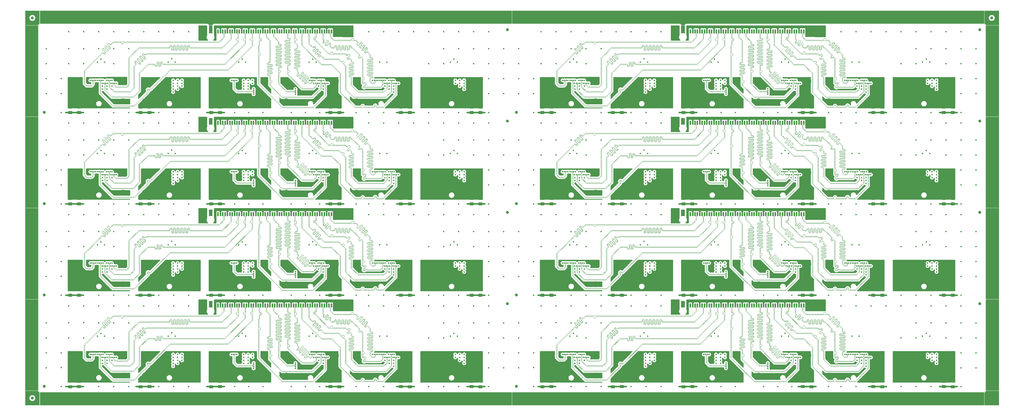
<source format=gbr>
%TF.GenerationSoftware,KiCad,Pcbnew,(7.0.0)*%
%TF.CreationDate,2023-07-14T12:07:01+02:00*%
%TF.ProjectId,Panelization,50616e65-6c69-47a6-9174-696f6e2e6b69,V1*%
%TF.SameCoordinates,Original*%
%TF.FileFunction,Copper,L4,Bot*%
%TF.FilePolarity,Positive*%
%FSLAX46Y46*%
G04 Gerber Fmt 4.6, Leading zero omitted, Abs format (unit mm)*
G04 Created by KiCad (PCBNEW (7.0.0)) date 2023-07-14 12:07:01*
%MOMM*%
%LPD*%
G01*
G04 APERTURE LIST*
G04 Aperture macros list*
%AMRoundRect*
0 Rectangle with rounded corners*
0 $1 Rounding radius*
0 $2 $3 $4 $5 $6 $7 $8 $9 X,Y pos of 4 corners*
0 Add a 4 corners polygon primitive as box body*
4,1,4,$2,$3,$4,$5,$6,$7,$8,$9,$2,$3,0*
0 Add four circle primitives for the rounded corners*
1,1,$1+$1,$2,$3*
1,1,$1+$1,$4,$5*
1,1,$1+$1,$6,$7*
1,1,$1+$1,$8,$9*
0 Add four rect primitives between the rounded corners*
20,1,$1+$1,$2,$3,$4,$5,0*
20,1,$1+$1,$4,$5,$6,$7,0*
20,1,$1+$1,$6,$7,$8,$9,0*
20,1,$1+$1,$8,$9,$2,$3,0*%
G04 Aperture macros list end*
%TA.AperFunction,ComponentPad*%
%ADD10C,2.660000*%
%TD*%
%TA.AperFunction,ComponentPad*%
%ADD11C,1.982000*%
%TD*%
%TA.AperFunction,SMDPad,CuDef*%
%ADD12R,0.500000X1.480000*%
%TD*%
%TA.AperFunction,SMDPad,CuDef*%
%ADD13R,1.500000X2.000000*%
%TD*%
%TA.AperFunction,SMDPad,CuDef*%
%ADD14C,1.000000*%
%TD*%
%TA.AperFunction,SMDPad,CuDef*%
%ADD15RoundRect,0.250000X-0.475000X0.250000X-0.475000X-0.250000X0.475000X-0.250000X0.475000X0.250000X0*%
%TD*%
%TA.AperFunction,SMDPad,CuDef*%
%ADD16RoundRect,0.250000X-0.450000X0.262500X-0.450000X-0.262500X0.450000X-0.262500X0.450000X0.262500X0*%
%TD*%
%TA.AperFunction,ViaPad*%
%ADD17C,0.500000*%
%TD*%
%TA.AperFunction,Conductor*%
%ADD18C,0.126000*%
%TD*%
%TA.AperFunction,Conductor*%
%ADD19C,0.500000*%
%TD*%
G04 APERTURE END LIST*
D10*
%TO.P,J4,MH1,MH1*%
%TO.N,Board_4-/DP4_SGND*%
X133484000Y-169040000D03*
D11*
%TO.P,J4,MH2,MH2*%
X133484000Y-175820000D03*
%TO.P,J4,MH3,MH3*%
X149984000Y-175820000D03*
D10*
%TO.P,J4,MH4,MH4*%
X149984000Y-169040000D03*
%TD*%
%TO.P,J4,MH1,MH1*%
%TO.N,Board_7-/DP4_SGND*%
X293484000Y-200040000D03*
D11*
%TO.P,J4,MH2,MH2*%
X293484000Y-206820000D03*
%TO.P,J4,MH3,MH3*%
X309984000Y-206820000D03*
D10*
%TO.P,J4,MH4,MH4*%
X309984000Y-200040000D03*
%TD*%
%TO.P,J4,MH1,MH1*%
%TO.N,Board_5-/DP4_SGND*%
X293484000Y-169040000D03*
D11*
%TO.P,J4,MH2,MH2*%
X293484000Y-175820000D03*
%TO.P,J4,MH3,MH3*%
X309984000Y-175820000D03*
D10*
%TO.P,J4,MH4,MH4*%
X309984000Y-169040000D03*
%TD*%
%TO.P,J4,MH1,MH1*%
%TO.N,Board_2-/DP4_SGND*%
X133484000Y-138040000D03*
D11*
%TO.P,J4,MH2,MH2*%
X133484000Y-144820000D03*
%TO.P,J4,MH3,MH3*%
X149984000Y-144820000D03*
D10*
%TO.P,J4,MH4,MH4*%
X149984000Y-138040000D03*
%TD*%
%TO.P,J4,MH1,MH1*%
%TO.N,Board_6-/DP4_SGND*%
X133484000Y-200040000D03*
D11*
%TO.P,J4,MH2,MH2*%
X133484000Y-206820000D03*
%TO.P,J4,MH3,MH3*%
X149984000Y-206820000D03*
D10*
%TO.P,J4,MH4,MH4*%
X149984000Y-200040000D03*
%TD*%
%TO.P,J4,MH1,MH1*%
%TO.N,Board_3-/DP4_SGND*%
X293484000Y-138040000D03*
D11*
%TO.P,J4,MH2,MH2*%
X293484000Y-144820000D03*
%TO.P,J4,MH3,MH3*%
X309984000Y-144820000D03*
D10*
%TO.P,J4,MH4,MH4*%
X309984000Y-138040000D03*
%TD*%
%TO.P,J4,MH1,MH1*%
%TO.N,Board_0-/DP4_SGND*%
X133484000Y-107040000D03*
D11*
%TO.P,J4,MH2,MH2*%
X133484000Y-113820000D03*
%TO.P,J4,MH3,MH3*%
X149984000Y-113820000D03*
D10*
%TO.P,J4,MH4,MH4*%
X149984000Y-107040000D03*
%TD*%
%TO.P,J4,MH1,MH1*%
%TO.N,Board_1-/DP4_SGND*%
X293484000Y-107040000D03*
D11*
%TO.P,J4,MH2,MH2*%
X293484000Y-113820000D03*
%TO.P,J4,MH3,MH3*%
X309984000Y-113820000D03*
D10*
%TO.P,J4,MH4,MH4*%
X309984000Y-107040000D03*
%TD*%
%TO.P,J2,MH1,MH1*%
%TO.N,Board_1-/DP2_SGND*%
X245686000Y-107039000D03*
D11*
%TO.P,J2,MH2,MH2*%
X245686000Y-113819000D03*
%TO.P,J2,MH3,MH3*%
X262186000Y-113819000D03*
D10*
%TO.P,J2,MH4,MH4*%
X262186000Y-107039000D03*
%TD*%
%TO.P,J2,MH1,MH1*%
%TO.N,Board_4-/DP2_SGND*%
X85686000Y-169039000D03*
D11*
%TO.P,J2,MH2,MH2*%
X85686000Y-175819000D03*
%TO.P,J2,MH3,MH3*%
X102186000Y-175819000D03*
D10*
%TO.P,J2,MH4,MH4*%
X102186000Y-169039000D03*
%TD*%
%TO.P,J2,MH1,MH1*%
%TO.N,Board_3-/DP2_SGND*%
X245686000Y-138039000D03*
D11*
%TO.P,J2,MH2,MH2*%
X245686000Y-144819000D03*
%TO.P,J2,MH3,MH3*%
X262186000Y-144819000D03*
D10*
%TO.P,J2,MH4,MH4*%
X262186000Y-138039000D03*
%TD*%
%TO.P,J2,MH1,MH1*%
%TO.N,Board_0-/DP2_SGND*%
X85686000Y-107039000D03*
D11*
%TO.P,J2,MH2,MH2*%
X85686000Y-113819000D03*
%TO.P,J2,MH3,MH3*%
X102186000Y-113819000D03*
D10*
%TO.P,J2,MH4,MH4*%
X102186000Y-107039000D03*
%TD*%
%TO.P,J2,MH1,MH1*%
%TO.N,Board_2-/DP2_SGND*%
X85686000Y-138039000D03*
D11*
%TO.P,J2,MH2,MH2*%
X85686000Y-144819000D03*
%TO.P,J2,MH3,MH3*%
X102186000Y-144819000D03*
D10*
%TO.P,J2,MH4,MH4*%
X102186000Y-138039000D03*
%TD*%
%TO.P,J2,MH1,MH1*%
%TO.N,Board_6-/DP2_SGND*%
X85686000Y-200039000D03*
D11*
%TO.P,J2,MH2,MH2*%
X85686000Y-206819000D03*
%TO.P,J2,MH3,MH3*%
X102186000Y-206819000D03*
D10*
%TO.P,J2,MH4,MH4*%
X102186000Y-200039000D03*
%TD*%
%TO.P,J2,MH1,MH1*%
%TO.N,Board_5-/DP2_SGND*%
X245686000Y-169039000D03*
D11*
%TO.P,J2,MH2,MH2*%
X245686000Y-175819000D03*
%TO.P,J2,MH3,MH3*%
X262186000Y-175819000D03*
D10*
%TO.P,J2,MH4,MH4*%
X262186000Y-169039000D03*
%TD*%
%TO.P,J2,MH1,MH1*%
%TO.N,Board_7-/DP2_SGND*%
X245686000Y-200039000D03*
D11*
%TO.P,J2,MH2,MH2*%
X245686000Y-206819000D03*
%TO.P,J2,MH3,MH3*%
X262186000Y-206819000D03*
D10*
%TO.P,J2,MH4,MH4*%
X262186000Y-200039000D03*
%TD*%
D12*
%TO.P,J7,02,02*%
%TO.N,Board_6-unconnected-(J7-Pad02)*%
X110399999Y-183059999D03*
%TO.P,J7,04,04*%
%TO.N,Board_6-GND*%
X111199999Y-183059999D03*
%TO.P,J7,06,06*%
%TO.N,Board_6-/DP1_CMD_P*%
X111999999Y-183059999D03*
%TO.P,J7,08,08*%
%TO.N,Board_6-/DP1_CMD_N*%
X112799999Y-183059999D03*
%TO.P,J7,10,10*%
%TO.N,Board_6-GND*%
X113599999Y-183059999D03*
%TO.P,J7,12,12*%
%TO.N,Board_6-/DP1_Line0_P*%
X114399999Y-183059999D03*
%TO.P,J7,14,14*%
%TO.N,Board_6-/DP1_Line0_N*%
X115199999Y-183059999D03*
%TO.P,J7,16,16*%
%TO.N,Board_6-GND*%
X115999999Y-183059999D03*
%TO.P,J7,18,18*%
%TO.N,Board_6-/DP1_Line1_P*%
X116799999Y-183059999D03*
%TO.P,J7,20,20*%
%TO.N,Board_6-/DP1_Line1_N*%
X117599999Y-183059999D03*
%TO.P,J7,22,22*%
%TO.N,Board_6-GND*%
X118399999Y-183059999D03*
%TO.P,J7,24,24*%
%TO.N,Board_6-/DP1_Line2_P*%
X119199999Y-183059999D03*
%TO.P,J7,26,26*%
%TO.N,Board_6-/DP1_Line2_N*%
X119999999Y-183059999D03*
%TO.P,J7,28,28*%
%TO.N,Board_6-GND*%
X120799999Y-183059999D03*
%TO.P,J7,30,30*%
%TO.N,Board_6-/DP1_Line3_P*%
X121599999Y-183059999D03*
%TO.P,J7,32,32*%
%TO.N,Board_6-/DP1_Line3_N*%
X122399999Y-183059999D03*
%TO.P,J7,34,34*%
%TO.N,Board_6-GND*%
X123199999Y-183059999D03*
%TO.P,J7,36,36*%
%TO.N,Board_6-/DP4_Line0_P*%
X123999999Y-183059999D03*
%TO.P,J7,38,38*%
%TO.N,Board_6-/DP4_Line0_N*%
X124799999Y-183059999D03*
%TO.P,J7,40,40*%
%TO.N,Board_6-GND*%
X125599999Y-183059999D03*
%TO.P,J7,42,42*%
%TO.N,Board_6-/DP4_Line1_P*%
X126399999Y-183059999D03*
%TO.P,J7,44,44*%
%TO.N,Board_6-/DP4_Line1_N*%
X127199999Y-183059999D03*
%TO.P,J7,46,46*%
%TO.N,Board_6-GND*%
X127999999Y-183059999D03*
%TO.P,J7,48,48*%
%TO.N,Board_6-/DP4_CMD_P*%
X128799999Y-183059999D03*
%TO.P,J7,50,50*%
%TO.N,Board_6-/DP4_CMD_N*%
X129599999Y-183059999D03*
%TO.P,J7,52,52*%
%TO.N,Board_6-GND*%
X130399999Y-183059999D03*
%TO.P,J7,54,54*%
%TO.N,Board_6-unconnected-(J7-Pad54)*%
X131199999Y-183059999D03*
%TO.P,J7,56,56*%
%TO.N,Board_6-unconnected-(J7-Pad56)*%
X131999999Y-183059999D03*
%TO.P,J7,58,58*%
%TO.N,Board_6-GND*%
X132799999Y-183059999D03*
%TO.P,J7,60,60*%
%TO.N,Board_6-/DP4_Line2_P*%
X133599999Y-183059999D03*
%TO.P,J7,62,62*%
%TO.N,Board_6-/DP4_Line2_N*%
X134399999Y-183059999D03*
%TO.P,J7,64,64*%
%TO.N,Board_6-GND*%
X135199999Y-183059999D03*
%TO.P,J7,66,66*%
%TO.N,Board_6-/DP4_Line3_P*%
X135999999Y-183059999D03*
%TO.P,J7,68,68*%
%TO.N,Board_6-/DP4_Line3_N*%
X136799999Y-183059999D03*
%TO.P,J7,70,70*%
%TO.N,Board_6-GND*%
X137599999Y-183059999D03*
%TO.P,J7,72,72*%
%TO.N,Board_6-/DP5_Line0_P*%
X138399999Y-183059999D03*
%TO.P,J7,74,74*%
%TO.N,Board_6-/DP5_Line0_N*%
X139199999Y-183059999D03*
%TO.P,J7,76,76*%
%TO.N,Board_6-GND*%
X139999999Y-183059999D03*
%TO.P,J7,78,78*%
%TO.N,Board_6-/DP5_Line1_P*%
X140799999Y-183059999D03*
%TO.P,J7,80,80*%
%TO.N,Board_6-/DP5_Line1_N*%
X141599999Y-183059999D03*
%TO.P,J7,82,82*%
%TO.N,Board_6-GND*%
X142399999Y-183059999D03*
%TO.P,J7,84,84*%
%TO.N,Board_6-/DP5_Line2_P*%
X143199999Y-183059999D03*
%TO.P,J7,86,86*%
%TO.N,Board_6-/DP5_Line2_N*%
X143999999Y-183059999D03*
%TO.P,J7,88,88*%
%TO.N,Board_6-GND*%
X144799999Y-183059999D03*
%TO.P,J7,90,90*%
%TO.N,Board_6-/DP5_Line3_P*%
X145599999Y-183059999D03*
%TO.P,J7,92,92*%
%TO.N,Board_6-/DP5_Line3_N*%
X146399999Y-183059999D03*
%TO.P,J7,94,94*%
%TO.N,Board_6-GND*%
X147199999Y-183059999D03*
%TO.P,J7,96,96*%
%TO.N,Board_6-/DP5_CMD_P*%
X147999999Y-183059999D03*
%TO.P,J7,98,98*%
%TO.N,Board_6-/DP5_CMD_N*%
X148799999Y-183059999D03*
%TO.P,J7,100,100*%
%TO.N,Board_6-GND*%
X149599999Y-183059999D03*
D13*
%TO.P,J7,S2,S2*%
X105499999Y-183199999D03*
%TO.P,J7,S4,S4*%
X154499999Y-183199999D03*
%TD*%
D12*
%TO.P,J7,02,02*%
%TO.N,Board_7-unconnected-(J7-Pad02)*%
X270399999Y-183059999D03*
%TO.P,J7,04,04*%
%TO.N,Board_7-GND*%
X271199999Y-183059999D03*
%TO.P,J7,06,06*%
%TO.N,Board_7-/DP1_CMD_P*%
X271999999Y-183059999D03*
%TO.P,J7,08,08*%
%TO.N,Board_7-/DP1_CMD_N*%
X272799999Y-183059999D03*
%TO.P,J7,10,10*%
%TO.N,Board_7-GND*%
X273599999Y-183059999D03*
%TO.P,J7,12,12*%
%TO.N,Board_7-/DP1_Line0_P*%
X274399999Y-183059999D03*
%TO.P,J7,14,14*%
%TO.N,Board_7-/DP1_Line0_N*%
X275199999Y-183059999D03*
%TO.P,J7,16,16*%
%TO.N,Board_7-GND*%
X275999999Y-183059999D03*
%TO.P,J7,18,18*%
%TO.N,Board_7-/DP1_Line1_P*%
X276799999Y-183059999D03*
%TO.P,J7,20,20*%
%TO.N,Board_7-/DP1_Line1_N*%
X277599999Y-183059999D03*
%TO.P,J7,22,22*%
%TO.N,Board_7-GND*%
X278399999Y-183059999D03*
%TO.P,J7,24,24*%
%TO.N,Board_7-/DP1_Line2_P*%
X279199999Y-183059999D03*
%TO.P,J7,26,26*%
%TO.N,Board_7-/DP1_Line2_N*%
X279999999Y-183059999D03*
%TO.P,J7,28,28*%
%TO.N,Board_7-GND*%
X280799999Y-183059999D03*
%TO.P,J7,30,30*%
%TO.N,Board_7-/DP1_Line3_P*%
X281599999Y-183059999D03*
%TO.P,J7,32,32*%
%TO.N,Board_7-/DP1_Line3_N*%
X282399999Y-183059999D03*
%TO.P,J7,34,34*%
%TO.N,Board_7-GND*%
X283199999Y-183059999D03*
%TO.P,J7,36,36*%
%TO.N,Board_7-/DP4_Line0_P*%
X283999999Y-183059999D03*
%TO.P,J7,38,38*%
%TO.N,Board_7-/DP4_Line0_N*%
X284799999Y-183059999D03*
%TO.P,J7,40,40*%
%TO.N,Board_7-GND*%
X285599999Y-183059999D03*
%TO.P,J7,42,42*%
%TO.N,Board_7-/DP4_Line1_P*%
X286399999Y-183059999D03*
%TO.P,J7,44,44*%
%TO.N,Board_7-/DP4_Line1_N*%
X287199999Y-183059999D03*
%TO.P,J7,46,46*%
%TO.N,Board_7-GND*%
X287999999Y-183059999D03*
%TO.P,J7,48,48*%
%TO.N,Board_7-/DP4_CMD_P*%
X288799999Y-183059999D03*
%TO.P,J7,50,50*%
%TO.N,Board_7-/DP4_CMD_N*%
X289599999Y-183059999D03*
%TO.P,J7,52,52*%
%TO.N,Board_7-GND*%
X290399999Y-183059999D03*
%TO.P,J7,54,54*%
%TO.N,Board_7-unconnected-(J7-Pad54)*%
X291199999Y-183059999D03*
%TO.P,J7,56,56*%
%TO.N,Board_7-unconnected-(J7-Pad56)*%
X291999999Y-183059999D03*
%TO.P,J7,58,58*%
%TO.N,Board_7-GND*%
X292799999Y-183059999D03*
%TO.P,J7,60,60*%
%TO.N,Board_7-/DP4_Line2_P*%
X293599999Y-183059999D03*
%TO.P,J7,62,62*%
%TO.N,Board_7-/DP4_Line2_N*%
X294399999Y-183059999D03*
%TO.P,J7,64,64*%
%TO.N,Board_7-GND*%
X295199999Y-183059999D03*
%TO.P,J7,66,66*%
%TO.N,Board_7-/DP4_Line3_P*%
X295999999Y-183059999D03*
%TO.P,J7,68,68*%
%TO.N,Board_7-/DP4_Line3_N*%
X296799999Y-183059999D03*
%TO.P,J7,70,70*%
%TO.N,Board_7-GND*%
X297599999Y-183059999D03*
%TO.P,J7,72,72*%
%TO.N,Board_7-/DP5_Line0_P*%
X298399999Y-183059999D03*
%TO.P,J7,74,74*%
%TO.N,Board_7-/DP5_Line0_N*%
X299199999Y-183059999D03*
%TO.P,J7,76,76*%
%TO.N,Board_7-GND*%
X299999999Y-183059999D03*
%TO.P,J7,78,78*%
%TO.N,Board_7-/DP5_Line1_P*%
X300799999Y-183059999D03*
%TO.P,J7,80,80*%
%TO.N,Board_7-/DP5_Line1_N*%
X301599999Y-183059999D03*
%TO.P,J7,82,82*%
%TO.N,Board_7-GND*%
X302399999Y-183059999D03*
%TO.P,J7,84,84*%
%TO.N,Board_7-/DP5_Line2_P*%
X303199999Y-183059999D03*
%TO.P,J7,86,86*%
%TO.N,Board_7-/DP5_Line2_N*%
X303999999Y-183059999D03*
%TO.P,J7,88,88*%
%TO.N,Board_7-GND*%
X304799999Y-183059999D03*
%TO.P,J7,90,90*%
%TO.N,Board_7-/DP5_Line3_P*%
X305599999Y-183059999D03*
%TO.P,J7,92,92*%
%TO.N,Board_7-/DP5_Line3_N*%
X306399999Y-183059999D03*
%TO.P,J7,94,94*%
%TO.N,Board_7-GND*%
X307199999Y-183059999D03*
%TO.P,J7,96,96*%
%TO.N,Board_7-/DP5_CMD_P*%
X307999999Y-183059999D03*
%TO.P,J7,98,98*%
%TO.N,Board_7-/DP5_CMD_N*%
X308799999Y-183059999D03*
%TO.P,J7,100,100*%
%TO.N,Board_7-GND*%
X309599999Y-183059999D03*
D13*
%TO.P,J7,S2,S2*%
X265499999Y-183199999D03*
%TO.P,J7,S4,S4*%
X314499999Y-183199999D03*
%TD*%
D12*
%TO.P,J7,02,02*%
%TO.N,Board_4-unconnected-(J7-Pad02)*%
X110399999Y-152059999D03*
%TO.P,J7,04,04*%
%TO.N,Board_4-GND*%
X111199999Y-152059999D03*
%TO.P,J7,06,06*%
%TO.N,Board_4-/DP1_CMD_P*%
X111999999Y-152059999D03*
%TO.P,J7,08,08*%
%TO.N,Board_4-/DP1_CMD_N*%
X112799999Y-152059999D03*
%TO.P,J7,10,10*%
%TO.N,Board_4-GND*%
X113599999Y-152059999D03*
%TO.P,J7,12,12*%
%TO.N,Board_4-/DP1_Line0_P*%
X114399999Y-152059999D03*
%TO.P,J7,14,14*%
%TO.N,Board_4-/DP1_Line0_N*%
X115199999Y-152059999D03*
%TO.P,J7,16,16*%
%TO.N,Board_4-GND*%
X115999999Y-152059999D03*
%TO.P,J7,18,18*%
%TO.N,Board_4-/DP1_Line1_P*%
X116799999Y-152059999D03*
%TO.P,J7,20,20*%
%TO.N,Board_4-/DP1_Line1_N*%
X117599999Y-152059999D03*
%TO.P,J7,22,22*%
%TO.N,Board_4-GND*%
X118399999Y-152059999D03*
%TO.P,J7,24,24*%
%TO.N,Board_4-/DP1_Line2_P*%
X119199999Y-152059999D03*
%TO.P,J7,26,26*%
%TO.N,Board_4-/DP1_Line2_N*%
X119999999Y-152059999D03*
%TO.P,J7,28,28*%
%TO.N,Board_4-GND*%
X120799999Y-152059999D03*
%TO.P,J7,30,30*%
%TO.N,Board_4-/DP1_Line3_P*%
X121599999Y-152059999D03*
%TO.P,J7,32,32*%
%TO.N,Board_4-/DP1_Line3_N*%
X122399999Y-152059999D03*
%TO.P,J7,34,34*%
%TO.N,Board_4-GND*%
X123199999Y-152059999D03*
%TO.P,J7,36,36*%
%TO.N,Board_4-/DP4_Line0_P*%
X123999999Y-152059999D03*
%TO.P,J7,38,38*%
%TO.N,Board_4-/DP4_Line0_N*%
X124799999Y-152059999D03*
%TO.P,J7,40,40*%
%TO.N,Board_4-GND*%
X125599999Y-152059999D03*
%TO.P,J7,42,42*%
%TO.N,Board_4-/DP4_Line1_P*%
X126399999Y-152059999D03*
%TO.P,J7,44,44*%
%TO.N,Board_4-/DP4_Line1_N*%
X127199999Y-152059999D03*
%TO.P,J7,46,46*%
%TO.N,Board_4-GND*%
X127999999Y-152059999D03*
%TO.P,J7,48,48*%
%TO.N,Board_4-/DP4_CMD_P*%
X128799999Y-152059999D03*
%TO.P,J7,50,50*%
%TO.N,Board_4-/DP4_CMD_N*%
X129599999Y-152059999D03*
%TO.P,J7,52,52*%
%TO.N,Board_4-GND*%
X130399999Y-152059999D03*
%TO.P,J7,54,54*%
%TO.N,Board_4-unconnected-(J7-Pad54)*%
X131199999Y-152059999D03*
%TO.P,J7,56,56*%
%TO.N,Board_4-unconnected-(J7-Pad56)*%
X131999999Y-152059999D03*
%TO.P,J7,58,58*%
%TO.N,Board_4-GND*%
X132799999Y-152059999D03*
%TO.P,J7,60,60*%
%TO.N,Board_4-/DP4_Line2_P*%
X133599999Y-152059999D03*
%TO.P,J7,62,62*%
%TO.N,Board_4-/DP4_Line2_N*%
X134399999Y-152059999D03*
%TO.P,J7,64,64*%
%TO.N,Board_4-GND*%
X135199999Y-152059999D03*
%TO.P,J7,66,66*%
%TO.N,Board_4-/DP4_Line3_P*%
X135999999Y-152059999D03*
%TO.P,J7,68,68*%
%TO.N,Board_4-/DP4_Line3_N*%
X136799999Y-152059999D03*
%TO.P,J7,70,70*%
%TO.N,Board_4-GND*%
X137599999Y-152059999D03*
%TO.P,J7,72,72*%
%TO.N,Board_4-/DP5_Line0_P*%
X138399999Y-152059999D03*
%TO.P,J7,74,74*%
%TO.N,Board_4-/DP5_Line0_N*%
X139199999Y-152059999D03*
%TO.P,J7,76,76*%
%TO.N,Board_4-GND*%
X139999999Y-152059999D03*
%TO.P,J7,78,78*%
%TO.N,Board_4-/DP5_Line1_P*%
X140799999Y-152059999D03*
%TO.P,J7,80,80*%
%TO.N,Board_4-/DP5_Line1_N*%
X141599999Y-152059999D03*
%TO.P,J7,82,82*%
%TO.N,Board_4-GND*%
X142399999Y-152059999D03*
%TO.P,J7,84,84*%
%TO.N,Board_4-/DP5_Line2_P*%
X143199999Y-152059999D03*
%TO.P,J7,86,86*%
%TO.N,Board_4-/DP5_Line2_N*%
X143999999Y-152059999D03*
%TO.P,J7,88,88*%
%TO.N,Board_4-GND*%
X144799999Y-152059999D03*
%TO.P,J7,90,90*%
%TO.N,Board_4-/DP5_Line3_P*%
X145599999Y-152059999D03*
%TO.P,J7,92,92*%
%TO.N,Board_4-/DP5_Line3_N*%
X146399999Y-152059999D03*
%TO.P,J7,94,94*%
%TO.N,Board_4-GND*%
X147199999Y-152059999D03*
%TO.P,J7,96,96*%
%TO.N,Board_4-/DP5_CMD_P*%
X147999999Y-152059999D03*
%TO.P,J7,98,98*%
%TO.N,Board_4-/DP5_CMD_N*%
X148799999Y-152059999D03*
%TO.P,J7,100,100*%
%TO.N,Board_4-GND*%
X149599999Y-152059999D03*
D13*
%TO.P,J7,S2,S2*%
X105499999Y-152199999D03*
%TO.P,J7,S4,S4*%
X154499999Y-152199999D03*
%TD*%
D12*
%TO.P,J7,02,02*%
%TO.N,Board_0-unconnected-(J7-Pad02)*%
X110399999Y-90059999D03*
%TO.P,J7,04,04*%
%TO.N,Board_0-GND*%
X111199999Y-90059999D03*
%TO.P,J7,06,06*%
%TO.N,Board_0-/DP1_CMD_P*%
X111999999Y-90059999D03*
%TO.P,J7,08,08*%
%TO.N,Board_0-/DP1_CMD_N*%
X112799999Y-90059999D03*
%TO.P,J7,10,10*%
%TO.N,Board_0-GND*%
X113599999Y-90059999D03*
%TO.P,J7,12,12*%
%TO.N,Board_0-/DP1_Line0_P*%
X114399999Y-90059999D03*
%TO.P,J7,14,14*%
%TO.N,Board_0-/DP1_Line0_N*%
X115199999Y-90059999D03*
%TO.P,J7,16,16*%
%TO.N,Board_0-GND*%
X115999999Y-90059999D03*
%TO.P,J7,18,18*%
%TO.N,Board_0-/DP1_Line1_P*%
X116799999Y-90059999D03*
%TO.P,J7,20,20*%
%TO.N,Board_0-/DP1_Line1_N*%
X117599999Y-90059999D03*
%TO.P,J7,22,22*%
%TO.N,Board_0-GND*%
X118399999Y-90059999D03*
%TO.P,J7,24,24*%
%TO.N,Board_0-/DP1_Line2_P*%
X119199999Y-90059999D03*
%TO.P,J7,26,26*%
%TO.N,Board_0-/DP1_Line2_N*%
X119999999Y-90059999D03*
%TO.P,J7,28,28*%
%TO.N,Board_0-GND*%
X120799999Y-90059999D03*
%TO.P,J7,30,30*%
%TO.N,Board_0-/DP1_Line3_P*%
X121599999Y-90059999D03*
%TO.P,J7,32,32*%
%TO.N,Board_0-/DP1_Line3_N*%
X122399999Y-90059999D03*
%TO.P,J7,34,34*%
%TO.N,Board_0-GND*%
X123199999Y-90059999D03*
%TO.P,J7,36,36*%
%TO.N,Board_0-/DP4_Line0_P*%
X123999999Y-90059999D03*
%TO.P,J7,38,38*%
%TO.N,Board_0-/DP4_Line0_N*%
X124799999Y-90059999D03*
%TO.P,J7,40,40*%
%TO.N,Board_0-GND*%
X125599999Y-90059999D03*
%TO.P,J7,42,42*%
%TO.N,Board_0-/DP4_Line1_P*%
X126399999Y-90059999D03*
%TO.P,J7,44,44*%
%TO.N,Board_0-/DP4_Line1_N*%
X127199999Y-90059999D03*
%TO.P,J7,46,46*%
%TO.N,Board_0-GND*%
X127999999Y-90059999D03*
%TO.P,J7,48,48*%
%TO.N,Board_0-/DP4_CMD_P*%
X128799999Y-90059999D03*
%TO.P,J7,50,50*%
%TO.N,Board_0-/DP4_CMD_N*%
X129599999Y-90059999D03*
%TO.P,J7,52,52*%
%TO.N,Board_0-GND*%
X130399999Y-90059999D03*
%TO.P,J7,54,54*%
%TO.N,Board_0-unconnected-(J7-Pad54)*%
X131199999Y-90059999D03*
%TO.P,J7,56,56*%
%TO.N,Board_0-unconnected-(J7-Pad56)*%
X131999999Y-90059999D03*
%TO.P,J7,58,58*%
%TO.N,Board_0-GND*%
X132799999Y-90059999D03*
%TO.P,J7,60,60*%
%TO.N,Board_0-/DP4_Line2_P*%
X133599999Y-90059999D03*
%TO.P,J7,62,62*%
%TO.N,Board_0-/DP4_Line2_N*%
X134399999Y-90059999D03*
%TO.P,J7,64,64*%
%TO.N,Board_0-GND*%
X135199999Y-90059999D03*
%TO.P,J7,66,66*%
%TO.N,Board_0-/DP4_Line3_P*%
X135999999Y-90059999D03*
%TO.P,J7,68,68*%
%TO.N,Board_0-/DP4_Line3_N*%
X136799999Y-90059999D03*
%TO.P,J7,70,70*%
%TO.N,Board_0-GND*%
X137599999Y-90059999D03*
%TO.P,J7,72,72*%
%TO.N,Board_0-/DP5_Line0_P*%
X138399999Y-90059999D03*
%TO.P,J7,74,74*%
%TO.N,Board_0-/DP5_Line0_N*%
X139199999Y-90059999D03*
%TO.P,J7,76,76*%
%TO.N,Board_0-GND*%
X139999999Y-90059999D03*
%TO.P,J7,78,78*%
%TO.N,Board_0-/DP5_Line1_P*%
X140799999Y-90059999D03*
%TO.P,J7,80,80*%
%TO.N,Board_0-/DP5_Line1_N*%
X141599999Y-90059999D03*
%TO.P,J7,82,82*%
%TO.N,Board_0-GND*%
X142399999Y-90059999D03*
%TO.P,J7,84,84*%
%TO.N,Board_0-/DP5_Line2_P*%
X143199999Y-90059999D03*
%TO.P,J7,86,86*%
%TO.N,Board_0-/DP5_Line2_N*%
X143999999Y-90059999D03*
%TO.P,J7,88,88*%
%TO.N,Board_0-GND*%
X144799999Y-90059999D03*
%TO.P,J7,90,90*%
%TO.N,Board_0-/DP5_Line3_P*%
X145599999Y-90059999D03*
%TO.P,J7,92,92*%
%TO.N,Board_0-/DP5_Line3_N*%
X146399999Y-90059999D03*
%TO.P,J7,94,94*%
%TO.N,Board_0-GND*%
X147199999Y-90059999D03*
%TO.P,J7,96,96*%
%TO.N,Board_0-/DP5_CMD_P*%
X147999999Y-90059999D03*
%TO.P,J7,98,98*%
%TO.N,Board_0-/DP5_CMD_N*%
X148799999Y-90059999D03*
%TO.P,J7,100,100*%
%TO.N,Board_0-GND*%
X149599999Y-90059999D03*
D13*
%TO.P,J7,S2,S2*%
X105499999Y-90199999D03*
%TO.P,J7,S4,S4*%
X154499999Y-90199999D03*
%TD*%
D12*
%TO.P,J7,02,02*%
%TO.N,Board_2-unconnected-(J7-Pad02)*%
X110399999Y-121059999D03*
%TO.P,J7,04,04*%
%TO.N,Board_2-GND*%
X111199999Y-121059999D03*
%TO.P,J7,06,06*%
%TO.N,Board_2-/DP1_CMD_P*%
X111999999Y-121059999D03*
%TO.P,J7,08,08*%
%TO.N,Board_2-/DP1_CMD_N*%
X112799999Y-121059999D03*
%TO.P,J7,10,10*%
%TO.N,Board_2-GND*%
X113599999Y-121059999D03*
%TO.P,J7,12,12*%
%TO.N,Board_2-/DP1_Line0_P*%
X114399999Y-121059999D03*
%TO.P,J7,14,14*%
%TO.N,Board_2-/DP1_Line0_N*%
X115199999Y-121059999D03*
%TO.P,J7,16,16*%
%TO.N,Board_2-GND*%
X115999999Y-121059999D03*
%TO.P,J7,18,18*%
%TO.N,Board_2-/DP1_Line1_P*%
X116799999Y-121059999D03*
%TO.P,J7,20,20*%
%TO.N,Board_2-/DP1_Line1_N*%
X117599999Y-121059999D03*
%TO.P,J7,22,22*%
%TO.N,Board_2-GND*%
X118399999Y-121059999D03*
%TO.P,J7,24,24*%
%TO.N,Board_2-/DP1_Line2_P*%
X119199999Y-121059999D03*
%TO.P,J7,26,26*%
%TO.N,Board_2-/DP1_Line2_N*%
X119999999Y-121059999D03*
%TO.P,J7,28,28*%
%TO.N,Board_2-GND*%
X120799999Y-121059999D03*
%TO.P,J7,30,30*%
%TO.N,Board_2-/DP1_Line3_P*%
X121599999Y-121059999D03*
%TO.P,J7,32,32*%
%TO.N,Board_2-/DP1_Line3_N*%
X122399999Y-121059999D03*
%TO.P,J7,34,34*%
%TO.N,Board_2-GND*%
X123199999Y-121059999D03*
%TO.P,J7,36,36*%
%TO.N,Board_2-/DP4_Line0_P*%
X123999999Y-121059999D03*
%TO.P,J7,38,38*%
%TO.N,Board_2-/DP4_Line0_N*%
X124799999Y-121059999D03*
%TO.P,J7,40,40*%
%TO.N,Board_2-GND*%
X125599999Y-121059999D03*
%TO.P,J7,42,42*%
%TO.N,Board_2-/DP4_Line1_P*%
X126399999Y-121059999D03*
%TO.P,J7,44,44*%
%TO.N,Board_2-/DP4_Line1_N*%
X127199999Y-121059999D03*
%TO.P,J7,46,46*%
%TO.N,Board_2-GND*%
X127999999Y-121059999D03*
%TO.P,J7,48,48*%
%TO.N,Board_2-/DP4_CMD_P*%
X128799999Y-121059999D03*
%TO.P,J7,50,50*%
%TO.N,Board_2-/DP4_CMD_N*%
X129599999Y-121059999D03*
%TO.P,J7,52,52*%
%TO.N,Board_2-GND*%
X130399999Y-121059999D03*
%TO.P,J7,54,54*%
%TO.N,Board_2-unconnected-(J7-Pad54)*%
X131199999Y-121059999D03*
%TO.P,J7,56,56*%
%TO.N,Board_2-unconnected-(J7-Pad56)*%
X131999999Y-121059999D03*
%TO.P,J7,58,58*%
%TO.N,Board_2-GND*%
X132799999Y-121059999D03*
%TO.P,J7,60,60*%
%TO.N,Board_2-/DP4_Line2_P*%
X133599999Y-121059999D03*
%TO.P,J7,62,62*%
%TO.N,Board_2-/DP4_Line2_N*%
X134399999Y-121059999D03*
%TO.P,J7,64,64*%
%TO.N,Board_2-GND*%
X135199999Y-121059999D03*
%TO.P,J7,66,66*%
%TO.N,Board_2-/DP4_Line3_P*%
X135999999Y-121059999D03*
%TO.P,J7,68,68*%
%TO.N,Board_2-/DP4_Line3_N*%
X136799999Y-121059999D03*
%TO.P,J7,70,70*%
%TO.N,Board_2-GND*%
X137599999Y-121059999D03*
%TO.P,J7,72,72*%
%TO.N,Board_2-/DP5_Line0_P*%
X138399999Y-121059999D03*
%TO.P,J7,74,74*%
%TO.N,Board_2-/DP5_Line0_N*%
X139199999Y-121059999D03*
%TO.P,J7,76,76*%
%TO.N,Board_2-GND*%
X139999999Y-121059999D03*
%TO.P,J7,78,78*%
%TO.N,Board_2-/DP5_Line1_P*%
X140799999Y-121059999D03*
%TO.P,J7,80,80*%
%TO.N,Board_2-/DP5_Line1_N*%
X141599999Y-121059999D03*
%TO.P,J7,82,82*%
%TO.N,Board_2-GND*%
X142399999Y-121059999D03*
%TO.P,J7,84,84*%
%TO.N,Board_2-/DP5_Line2_P*%
X143199999Y-121059999D03*
%TO.P,J7,86,86*%
%TO.N,Board_2-/DP5_Line2_N*%
X143999999Y-121059999D03*
%TO.P,J7,88,88*%
%TO.N,Board_2-GND*%
X144799999Y-121059999D03*
%TO.P,J7,90,90*%
%TO.N,Board_2-/DP5_Line3_P*%
X145599999Y-121059999D03*
%TO.P,J7,92,92*%
%TO.N,Board_2-/DP5_Line3_N*%
X146399999Y-121059999D03*
%TO.P,J7,94,94*%
%TO.N,Board_2-GND*%
X147199999Y-121059999D03*
%TO.P,J7,96,96*%
%TO.N,Board_2-/DP5_CMD_P*%
X147999999Y-121059999D03*
%TO.P,J7,98,98*%
%TO.N,Board_2-/DP5_CMD_N*%
X148799999Y-121059999D03*
%TO.P,J7,100,100*%
%TO.N,Board_2-GND*%
X149599999Y-121059999D03*
D13*
%TO.P,J7,S2,S2*%
X105499999Y-121199999D03*
%TO.P,J7,S4,S4*%
X154499999Y-121199999D03*
%TD*%
D12*
%TO.P,J7,02,02*%
%TO.N,Board_1-unconnected-(J7-Pad02)*%
X270399999Y-90059999D03*
%TO.P,J7,04,04*%
%TO.N,Board_1-GND*%
X271199999Y-90059999D03*
%TO.P,J7,06,06*%
%TO.N,Board_1-/DP1_CMD_P*%
X271999999Y-90059999D03*
%TO.P,J7,08,08*%
%TO.N,Board_1-/DP1_CMD_N*%
X272799999Y-90059999D03*
%TO.P,J7,10,10*%
%TO.N,Board_1-GND*%
X273599999Y-90059999D03*
%TO.P,J7,12,12*%
%TO.N,Board_1-/DP1_Line0_P*%
X274399999Y-90059999D03*
%TO.P,J7,14,14*%
%TO.N,Board_1-/DP1_Line0_N*%
X275199999Y-90059999D03*
%TO.P,J7,16,16*%
%TO.N,Board_1-GND*%
X275999999Y-90059999D03*
%TO.P,J7,18,18*%
%TO.N,Board_1-/DP1_Line1_P*%
X276799999Y-90059999D03*
%TO.P,J7,20,20*%
%TO.N,Board_1-/DP1_Line1_N*%
X277599999Y-90059999D03*
%TO.P,J7,22,22*%
%TO.N,Board_1-GND*%
X278399999Y-90059999D03*
%TO.P,J7,24,24*%
%TO.N,Board_1-/DP1_Line2_P*%
X279199999Y-90059999D03*
%TO.P,J7,26,26*%
%TO.N,Board_1-/DP1_Line2_N*%
X279999999Y-90059999D03*
%TO.P,J7,28,28*%
%TO.N,Board_1-GND*%
X280799999Y-90059999D03*
%TO.P,J7,30,30*%
%TO.N,Board_1-/DP1_Line3_P*%
X281599999Y-90059999D03*
%TO.P,J7,32,32*%
%TO.N,Board_1-/DP1_Line3_N*%
X282399999Y-90059999D03*
%TO.P,J7,34,34*%
%TO.N,Board_1-GND*%
X283199999Y-90059999D03*
%TO.P,J7,36,36*%
%TO.N,Board_1-/DP4_Line0_P*%
X283999999Y-90059999D03*
%TO.P,J7,38,38*%
%TO.N,Board_1-/DP4_Line0_N*%
X284799999Y-90059999D03*
%TO.P,J7,40,40*%
%TO.N,Board_1-GND*%
X285599999Y-90059999D03*
%TO.P,J7,42,42*%
%TO.N,Board_1-/DP4_Line1_P*%
X286399999Y-90059999D03*
%TO.P,J7,44,44*%
%TO.N,Board_1-/DP4_Line1_N*%
X287199999Y-90059999D03*
%TO.P,J7,46,46*%
%TO.N,Board_1-GND*%
X287999999Y-90059999D03*
%TO.P,J7,48,48*%
%TO.N,Board_1-/DP4_CMD_P*%
X288799999Y-90059999D03*
%TO.P,J7,50,50*%
%TO.N,Board_1-/DP4_CMD_N*%
X289599999Y-90059999D03*
%TO.P,J7,52,52*%
%TO.N,Board_1-GND*%
X290399999Y-90059999D03*
%TO.P,J7,54,54*%
%TO.N,Board_1-unconnected-(J7-Pad54)*%
X291199999Y-90059999D03*
%TO.P,J7,56,56*%
%TO.N,Board_1-unconnected-(J7-Pad56)*%
X291999999Y-90059999D03*
%TO.P,J7,58,58*%
%TO.N,Board_1-GND*%
X292799999Y-90059999D03*
%TO.P,J7,60,60*%
%TO.N,Board_1-/DP4_Line2_P*%
X293599999Y-90059999D03*
%TO.P,J7,62,62*%
%TO.N,Board_1-/DP4_Line2_N*%
X294399999Y-90059999D03*
%TO.P,J7,64,64*%
%TO.N,Board_1-GND*%
X295199999Y-90059999D03*
%TO.P,J7,66,66*%
%TO.N,Board_1-/DP4_Line3_P*%
X295999999Y-90059999D03*
%TO.P,J7,68,68*%
%TO.N,Board_1-/DP4_Line3_N*%
X296799999Y-90059999D03*
%TO.P,J7,70,70*%
%TO.N,Board_1-GND*%
X297599999Y-90059999D03*
%TO.P,J7,72,72*%
%TO.N,Board_1-/DP5_Line0_P*%
X298399999Y-90059999D03*
%TO.P,J7,74,74*%
%TO.N,Board_1-/DP5_Line0_N*%
X299199999Y-90059999D03*
%TO.P,J7,76,76*%
%TO.N,Board_1-GND*%
X299999999Y-90059999D03*
%TO.P,J7,78,78*%
%TO.N,Board_1-/DP5_Line1_P*%
X300799999Y-90059999D03*
%TO.P,J7,80,80*%
%TO.N,Board_1-/DP5_Line1_N*%
X301599999Y-90059999D03*
%TO.P,J7,82,82*%
%TO.N,Board_1-GND*%
X302399999Y-90059999D03*
%TO.P,J7,84,84*%
%TO.N,Board_1-/DP5_Line2_P*%
X303199999Y-90059999D03*
%TO.P,J7,86,86*%
%TO.N,Board_1-/DP5_Line2_N*%
X303999999Y-90059999D03*
%TO.P,J7,88,88*%
%TO.N,Board_1-GND*%
X304799999Y-90059999D03*
%TO.P,J7,90,90*%
%TO.N,Board_1-/DP5_Line3_P*%
X305599999Y-90059999D03*
%TO.P,J7,92,92*%
%TO.N,Board_1-/DP5_Line3_N*%
X306399999Y-90059999D03*
%TO.P,J7,94,94*%
%TO.N,Board_1-GND*%
X307199999Y-90059999D03*
%TO.P,J7,96,96*%
%TO.N,Board_1-/DP5_CMD_P*%
X307999999Y-90059999D03*
%TO.P,J7,98,98*%
%TO.N,Board_1-/DP5_CMD_N*%
X308799999Y-90059999D03*
%TO.P,J7,100,100*%
%TO.N,Board_1-GND*%
X309599999Y-90059999D03*
D13*
%TO.P,J7,S2,S2*%
X265499999Y-90199999D03*
%TO.P,J7,S4,S4*%
X314499999Y-90199999D03*
%TD*%
D12*
%TO.P,J7,02,02*%
%TO.N,Board_5-unconnected-(J7-Pad02)*%
X270399999Y-152059999D03*
%TO.P,J7,04,04*%
%TO.N,Board_5-GND*%
X271199999Y-152059999D03*
%TO.P,J7,06,06*%
%TO.N,Board_5-/DP1_CMD_P*%
X271999999Y-152059999D03*
%TO.P,J7,08,08*%
%TO.N,Board_5-/DP1_CMD_N*%
X272799999Y-152059999D03*
%TO.P,J7,10,10*%
%TO.N,Board_5-GND*%
X273599999Y-152059999D03*
%TO.P,J7,12,12*%
%TO.N,Board_5-/DP1_Line0_P*%
X274399999Y-152059999D03*
%TO.P,J7,14,14*%
%TO.N,Board_5-/DP1_Line0_N*%
X275199999Y-152059999D03*
%TO.P,J7,16,16*%
%TO.N,Board_5-GND*%
X275999999Y-152059999D03*
%TO.P,J7,18,18*%
%TO.N,Board_5-/DP1_Line1_P*%
X276799999Y-152059999D03*
%TO.P,J7,20,20*%
%TO.N,Board_5-/DP1_Line1_N*%
X277599999Y-152059999D03*
%TO.P,J7,22,22*%
%TO.N,Board_5-GND*%
X278399999Y-152059999D03*
%TO.P,J7,24,24*%
%TO.N,Board_5-/DP1_Line2_P*%
X279199999Y-152059999D03*
%TO.P,J7,26,26*%
%TO.N,Board_5-/DP1_Line2_N*%
X279999999Y-152059999D03*
%TO.P,J7,28,28*%
%TO.N,Board_5-GND*%
X280799999Y-152059999D03*
%TO.P,J7,30,30*%
%TO.N,Board_5-/DP1_Line3_P*%
X281599999Y-152059999D03*
%TO.P,J7,32,32*%
%TO.N,Board_5-/DP1_Line3_N*%
X282399999Y-152059999D03*
%TO.P,J7,34,34*%
%TO.N,Board_5-GND*%
X283199999Y-152059999D03*
%TO.P,J7,36,36*%
%TO.N,Board_5-/DP4_Line0_P*%
X283999999Y-152059999D03*
%TO.P,J7,38,38*%
%TO.N,Board_5-/DP4_Line0_N*%
X284799999Y-152059999D03*
%TO.P,J7,40,40*%
%TO.N,Board_5-GND*%
X285599999Y-152059999D03*
%TO.P,J7,42,42*%
%TO.N,Board_5-/DP4_Line1_P*%
X286399999Y-152059999D03*
%TO.P,J7,44,44*%
%TO.N,Board_5-/DP4_Line1_N*%
X287199999Y-152059999D03*
%TO.P,J7,46,46*%
%TO.N,Board_5-GND*%
X287999999Y-152059999D03*
%TO.P,J7,48,48*%
%TO.N,Board_5-/DP4_CMD_P*%
X288799999Y-152059999D03*
%TO.P,J7,50,50*%
%TO.N,Board_5-/DP4_CMD_N*%
X289599999Y-152059999D03*
%TO.P,J7,52,52*%
%TO.N,Board_5-GND*%
X290399999Y-152059999D03*
%TO.P,J7,54,54*%
%TO.N,Board_5-unconnected-(J7-Pad54)*%
X291199999Y-152059999D03*
%TO.P,J7,56,56*%
%TO.N,Board_5-unconnected-(J7-Pad56)*%
X291999999Y-152059999D03*
%TO.P,J7,58,58*%
%TO.N,Board_5-GND*%
X292799999Y-152059999D03*
%TO.P,J7,60,60*%
%TO.N,Board_5-/DP4_Line2_P*%
X293599999Y-152059999D03*
%TO.P,J7,62,62*%
%TO.N,Board_5-/DP4_Line2_N*%
X294399999Y-152059999D03*
%TO.P,J7,64,64*%
%TO.N,Board_5-GND*%
X295199999Y-152059999D03*
%TO.P,J7,66,66*%
%TO.N,Board_5-/DP4_Line3_P*%
X295999999Y-152059999D03*
%TO.P,J7,68,68*%
%TO.N,Board_5-/DP4_Line3_N*%
X296799999Y-152059999D03*
%TO.P,J7,70,70*%
%TO.N,Board_5-GND*%
X297599999Y-152059999D03*
%TO.P,J7,72,72*%
%TO.N,Board_5-/DP5_Line0_P*%
X298399999Y-152059999D03*
%TO.P,J7,74,74*%
%TO.N,Board_5-/DP5_Line0_N*%
X299199999Y-152059999D03*
%TO.P,J7,76,76*%
%TO.N,Board_5-GND*%
X299999999Y-152059999D03*
%TO.P,J7,78,78*%
%TO.N,Board_5-/DP5_Line1_P*%
X300799999Y-152059999D03*
%TO.P,J7,80,80*%
%TO.N,Board_5-/DP5_Line1_N*%
X301599999Y-152059999D03*
%TO.P,J7,82,82*%
%TO.N,Board_5-GND*%
X302399999Y-152059999D03*
%TO.P,J7,84,84*%
%TO.N,Board_5-/DP5_Line2_P*%
X303199999Y-152059999D03*
%TO.P,J7,86,86*%
%TO.N,Board_5-/DP5_Line2_N*%
X303999999Y-152059999D03*
%TO.P,J7,88,88*%
%TO.N,Board_5-GND*%
X304799999Y-152059999D03*
%TO.P,J7,90,90*%
%TO.N,Board_5-/DP5_Line3_P*%
X305599999Y-152059999D03*
%TO.P,J7,92,92*%
%TO.N,Board_5-/DP5_Line3_N*%
X306399999Y-152059999D03*
%TO.P,J7,94,94*%
%TO.N,Board_5-GND*%
X307199999Y-152059999D03*
%TO.P,J7,96,96*%
%TO.N,Board_5-/DP5_CMD_P*%
X307999999Y-152059999D03*
%TO.P,J7,98,98*%
%TO.N,Board_5-/DP5_CMD_N*%
X308799999Y-152059999D03*
%TO.P,J7,100,100*%
%TO.N,Board_5-GND*%
X309599999Y-152059999D03*
D13*
%TO.P,J7,S2,S2*%
X265499999Y-152199999D03*
%TO.P,J7,S4,S4*%
X314499999Y-152199999D03*
%TD*%
D12*
%TO.P,J7,02,02*%
%TO.N,Board_3-unconnected-(J7-Pad02)*%
X270399999Y-121059999D03*
%TO.P,J7,04,04*%
%TO.N,Board_3-GND*%
X271199999Y-121059999D03*
%TO.P,J7,06,06*%
%TO.N,Board_3-/DP1_CMD_P*%
X271999999Y-121059999D03*
%TO.P,J7,08,08*%
%TO.N,Board_3-/DP1_CMD_N*%
X272799999Y-121059999D03*
%TO.P,J7,10,10*%
%TO.N,Board_3-GND*%
X273599999Y-121059999D03*
%TO.P,J7,12,12*%
%TO.N,Board_3-/DP1_Line0_P*%
X274399999Y-121059999D03*
%TO.P,J7,14,14*%
%TO.N,Board_3-/DP1_Line0_N*%
X275199999Y-121059999D03*
%TO.P,J7,16,16*%
%TO.N,Board_3-GND*%
X275999999Y-121059999D03*
%TO.P,J7,18,18*%
%TO.N,Board_3-/DP1_Line1_P*%
X276799999Y-121059999D03*
%TO.P,J7,20,20*%
%TO.N,Board_3-/DP1_Line1_N*%
X277599999Y-121059999D03*
%TO.P,J7,22,22*%
%TO.N,Board_3-GND*%
X278399999Y-121059999D03*
%TO.P,J7,24,24*%
%TO.N,Board_3-/DP1_Line2_P*%
X279199999Y-121059999D03*
%TO.P,J7,26,26*%
%TO.N,Board_3-/DP1_Line2_N*%
X279999999Y-121059999D03*
%TO.P,J7,28,28*%
%TO.N,Board_3-GND*%
X280799999Y-121059999D03*
%TO.P,J7,30,30*%
%TO.N,Board_3-/DP1_Line3_P*%
X281599999Y-121059999D03*
%TO.P,J7,32,32*%
%TO.N,Board_3-/DP1_Line3_N*%
X282399999Y-121059999D03*
%TO.P,J7,34,34*%
%TO.N,Board_3-GND*%
X283199999Y-121059999D03*
%TO.P,J7,36,36*%
%TO.N,Board_3-/DP4_Line0_P*%
X283999999Y-121059999D03*
%TO.P,J7,38,38*%
%TO.N,Board_3-/DP4_Line0_N*%
X284799999Y-121059999D03*
%TO.P,J7,40,40*%
%TO.N,Board_3-GND*%
X285599999Y-121059999D03*
%TO.P,J7,42,42*%
%TO.N,Board_3-/DP4_Line1_P*%
X286399999Y-121059999D03*
%TO.P,J7,44,44*%
%TO.N,Board_3-/DP4_Line1_N*%
X287199999Y-121059999D03*
%TO.P,J7,46,46*%
%TO.N,Board_3-GND*%
X287999999Y-121059999D03*
%TO.P,J7,48,48*%
%TO.N,Board_3-/DP4_CMD_P*%
X288799999Y-121059999D03*
%TO.P,J7,50,50*%
%TO.N,Board_3-/DP4_CMD_N*%
X289599999Y-121059999D03*
%TO.P,J7,52,52*%
%TO.N,Board_3-GND*%
X290399999Y-121059999D03*
%TO.P,J7,54,54*%
%TO.N,Board_3-unconnected-(J7-Pad54)*%
X291199999Y-121059999D03*
%TO.P,J7,56,56*%
%TO.N,Board_3-unconnected-(J7-Pad56)*%
X291999999Y-121059999D03*
%TO.P,J7,58,58*%
%TO.N,Board_3-GND*%
X292799999Y-121059999D03*
%TO.P,J7,60,60*%
%TO.N,Board_3-/DP4_Line2_P*%
X293599999Y-121059999D03*
%TO.P,J7,62,62*%
%TO.N,Board_3-/DP4_Line2_N*%
X294399999Y-121059999D03*
%TO.P,J7,64,64*%
%TO.N,Board_3-GND*%
X295199999Y-121059999D03*
%TO.P,J7,66,66*%
%TO.N,Board_3-/DP4_Line3_P*%
X295999999Y-121059999D03*
%TO.P,J7,68,68*%
%TO.N,Board_3-/DP4_Line3_N*%
X296799999Y-121059999D03*
%TO.P,J7,70,70*%
%TO.N,Board_3-GND*%
X297599999Y-121059999D03*
%TO.P,J7,72,72*%
%TO.N,Board_3-/DP5_Line0_P*%
X298399999Y-121059999D03*
%TO.P,J7,74,74*%
%TO.N,Board_3-/DP5_Line0_N*%
X299199999Y-121059999D03*
%TO.P,J7,76,76*%
%TO.N,Board_3-GND*%
X299999999Y-121059999D03*
%TO.P,J7,78,78*%
%TO.N,Board_3-/DP5_Line1_P*%
X300799999Y-121059999D03*
%TO.P,J7,80,80*%
%TO.N,Board_3-/DP5_Line1_N*%
X301599999Y-121059999D03*
%TO.P,J7,82,82*%
%TO.N,Board_3-GND*%
X302399999Y-121059999D03*
%TO.P,J7,84,84*%
%TO.N,Board_3-/DP5_Line2_P*%
X303199999Y-121059999D03*
%TO.P,J7,86,86*%
%TO.N,Board_3-/DP5_Line2_N*%
X303999999Y-121059999D03*
%TO.P,J7,88,88*%
%TO.N,Board_3-GND*%
X304799999Y-121059999D03*
%TO.P,J7,90,90*%
%TO.N,Board_3-/DP5_Line3_P*%
X305599999Y-121059999D03*
%TO.P,J7,92,92*%
%TO.N,Board_3-/DP5_Line3_N*%
X306399999Y-121059999D03*
%TO.P,J7,94,94*%
%TO.N,Board_3-GND*%
X307199999Y-121059999D03*
%TO.P,J7,96,96*%
%TO.N,Board_3-/DP5_CMD_P*%
X307999999Y-121059999D03*
%TO.P,J7,98,98*%
%TO.N,Board_3-/DP5_CMD_N*%
X308799999Y-121059999D03*
%TO.P,J7,100,100*%
%TO.N,Board_3-GND*%
X309599999Y-121059999D03*
D13*
%TO.P,J7,S2,S2*%
X265499999Y-121199999D03*
%TO.P,J7,S4,S4*%
X314499999Y-121199999D03*
%TD*%
D10*
%TO.P,J6,MH1,MH1*%
%TO.N,Board_7-/DP6_SGND*%
X341280000Y-200040000D03*
D11*
%TO.P,J6,MH2,MH2*%
X341280000Y-206820000D03*
%TO.P,J6,MH3,MH3*%
X357780000Y-206820000D03*
D10*
%TO.P,J6,MH4,MH4*%
X357780000Y-200040000D03*
%TD*%
%TO.P,J6,MH1,MH1*%
%TO.N,Board_3-/DP6_SGND*%
X341280000Y-138040000D03*
D11*
%TO.P,J6,MH2,MH2*%
X341280000Y-144820000D03*
%TO.P,J6,MH3,MH3*%
X357780000Y-144820000D03*
D10*
%TO.P,J6,MH4,MH4*%
X357780000Y-138040000D03*
%TD*%
%TO.P,J6,MH1,MH1*%
%TO.N,Board_2-/DP6_SGND*%
X181280000Y-138040000D03*
D11*
%TO.P,J6,MH2,MH2*%
X181280000Y-144820000D03*
%TO.P,J6,MH3,MH3*%
X197780000Y-144820000D03*
D10*
%TO.P,J6,MH4,MH4*%
X197780000Y-138040000D03*
%TD*%
%TO.P,J6,MH1,MH1*%
%TO.N,Board_6-/DP6_SGND*%
X181280000Y-200040000D03*
D11*
%TO.P,J6,MH2,MH2*%
X181280000Y-206820000D03*
%TO.P,J6,MH3,MH3*%
X197780000Y-206820000D03*
D10*
%TO.P,J6,MH4,MH4*%
X197780000Y-200040000D03*
%TD*%
%TO.P,J6,MH1,MH1*%
%TO.N,Board_0-/DP6_SGND*%
X181280000Y-107040000D03*
D11*
%TO.P,J6,MH2,MH2*%
X181280000Y-113820000D03*
%TO.P,J6,MH3,MH3*%
X197780000Y-113820000D03*
D10*
%TO.P,J6,MH4,MH4*%
X197780000Y-107040000D03*
%TD*%
%TO.P,J6,MH1,MH1*%
%TO.N,Board_4-/DP6_SGND*%
X181280000Y-169040000D03*
D11*
%TO.P,J6,MH2,MH2*%
X181280000Y-175820000D03*
%TO.P,J6,MH3,MH3*%
X197780000Y-175820000D03*
D10*
%TO.P,J6,MH4,MH4*%
X197780000Y-169040000D03*
%TD*%
%TO.P,J6,MH1,MH1*%
%TO.N,Board_1-/DP6_SGND*%
X341280000Y-107040000D03*
D11*
%TO.P,J6,MH2,MH2*%
X341280000Y-113820000D03*
%TO.P,J6,MH3,MH3*%
X357780000Y-113820000D03*
D10*
%TO.P,J6,MH4,MH4*%
X357780000Y-107040000D03*
%TD*%
%TO.P,J6,MH1,MH1*%
%TO.N,Board_5-/DP6_SGND*%
X341280000Y-169040000D03*
D11*
%TO.P,J6,MH2,MH2*%
X341280000Y-175820000D03*
%TO.P,J6,MH3,MH3*%
X357780000Y-175820000D03*
D10*
%TO.P,J6,MH4,MH4*%
X357780000Y-169040000D03*
%TD*%
%TO.P,J5,MH1,MH1*%
%TO.N,Board_0-/DP5_SGND*%
X157382000Y-107040000D03*
D11*
%TO.P,J5,MH2,MH2*%
X157382000Y-113820000D03*
%TO.P,J5,MH3,MH3*%
X173882000Y-113820000D03*
D10*
%TO.P,J5,MH4,MH4*%
X173882000Y-107040000D03*
%TD*%
%TO.P,J5,MH1,MH1*%
%TO.N,Board_5-/DP5_SGND*%
X317382000Y-169040000D03*
D11*
%TO.P,J5,MH2,MH2*%
X317382000Y-175820000D03*
%TO.P,J5,MH3,MH3*%
X333882000Y-175820000D03*
D10*
%TO.P,J5,MH4,MH4*%
X333882000Y-169040000D03*
%TD*%
%TO.P,J5,MH1,MH1*%
%TO.N,Board_1-/DP5_SGND*%
X317382000Y-107040000D03*
D11*
%TO.P,J5,MH2,MH2*%
X317382000Y-113820000D03*
%TO.P,J5,MH3,MH3*%
X333882000Y-113820000D03*
D10*
%TO.P,J5,MH4,MH4*%
X333882000Y-107040000D03*
%TD*%
%TO.P,J5,MH1,MH1*%
%TO.N,Board_7-/DP5_SGND*%
X317382000Y-200040000D03*
D11*
%TO.P,J5,MH2,MH2*%
X317382000Y-206820000D03*
%TO.P,J5,MH3,MH3*%
X333882000Y-206820000D03*
D10*
%TO.P,J5,MH4,MH4*%
X333882000Y-200040000D03*
%TD*%
%TO.P,J5,MH1,MH1*%
%TO.N,Board_4-/DP5_SGND*%
X157382000Y-169040000D03*
D11*
%TO.P,J5,MH2,MH2*%
X157382000Y-175820000D03*
%TO.P,J5,MH3,MH3*%
X173882000Y-175820000D03*
D10*
%TO.P,J5,MH4,MH4*%
X173882000Y-169040000D03*
%TD*%
%TO.P,J5,MH1,MH1*%
%TO.N,Board_3-/DP5_SGND*%
X317382000Y-138040000D03*
D11*
%TO.P,J5,MH2,MH2*%
X317382000Y-144820000D03*
%TO.P,J5,MH3,MH3*%
X333882000Y-144820000D03*
D10*
%TO.P,J5,MH4,MH4*%
X333882000Y-138040000D03*
%TD*%
%TO.P,J5,MH1,MH1*%
%TO.N,Board_2-/DP5_SGND*%
X157382000Y-138040000D03*
D11*
%TO.P,J5,MH2,MH2*%
X157382000Y-144820000D03*
%TO.P,J5,MH3,MH3*%
X173882000Y-144820000D03*
D10*
%TO.P,J5,MH4,MH4*%
X173882000Y-138040000D03*
%TD*%
%TO.P,J5,MH1,MH1*%
%TO.N,Board_6-/DP5_SGND*%
X157382000Y-200040000D03*
D11*
%TO.P,J5,MH2,MH2*%
X157382000Y-206820000D03*
%TO.P,J5,MH3,MH3*%
X173882000Y-206820000D03*
D10*
%TO.P,J5,MH4,MH4*%
X173882000Y-200040000D03*
%TD*%
%TO.P,J3,MH1,MH1*%
%TO.N,Board_0-/DP3_SGND*%
X109586000Y-107040000D03*
D11*
%TO.P,J3,MH2,MH2*%
X109586000Y-113820000D03*
%TO.P,J3,MH3,MH3*%
X126086000Y-113820000D03*
D10*
%TO.P,J3,MH4,MH4*%
X126086000Y-107040000D03*
%TD*%
%TO.P,J3,MH1,MH1*%
%TO.N,Board_4-/DP3_SGND*%
X109586000Y-169040000D03*
D11*
%TO.P,J3,MH2,MH2*%
X109586000Y-175820000D03*
%TO.P,J3,MH3,MH3*%
X126086000Y-175820000D03*
D10*
%TO.P,J3,MH4,MH4*%
X126086000Y-169040000D03*
%TD*%
%TO.P,J3,MH1,MH1*%
%TO.N,Board_3-/DP3_SGND*%
X269586000Y-138040000D03*
D11*
%TO.P,J3,MH2,MH2*%
X269586000Y-144820000D03*
%TO.P,J3,MH3,MH3*%
X286086000Y-144820000D03*
D10*
%TO.P,J3,MH4,MH4*%
X286086000Y-138040000D03*
%TD*%
%TO.P,J3,MH1,MH1*%
%TO.N,Board_2-/DP3_SGND*%
X109586000Y-138040000D03*
D11*
%TO.P,J3,MH2,MH2*%
X109586000Y-144820000D03*
%TO.P,J3,MH3,MH3*%
X126086000Y-144820000D03*
D10*
%TO.P,J3,MH4,MH4*%
X126086000Y-138040000D03*
%TD*%
%TO.P,J3,MH1,MH1*%
%TO.N,Board_1-/DP3_SGND*%
X269586000Y-107040000D03*
D11*
%TO.P,J3,MH2,MH2*%
X269586000Y-113820000D03*
%TO.P,J3,MH3,MH3*%
X286086000Y-113820000D03*
D10*
%TO.P,J3,MH4,MH4*%
X286086000Y-107040000D03*
%TD*%
%TO.P,J3,MH1,MH1*%
%TO.N,Board_6-/DP3_SGND*%
X109586000Y-200040000D03*
D11*
%TO.P,J3,MH2,MH2*%
X109586000Y-206820000D03*
%TO.P,J3,MH3,MH3*%
X126086000Y-206820000D03*
D10*
%TO.P,J3,MH4,MH4*%
X126086000Y-200040000D03*
%TD*%
%TO.P,J3,MH1,MH1*%
%TO.N,Board_5-/DP3_SGND*%
X269586000Y-169040000D03*
D11*
%TO.P,J3,MH2,MH2*%
X269586000Y-175820000D03*
%TO.P,J3,MH3,MH3*%
X286086000Y-175820000D03*
D10*
%TO.P,J3,MH4,MH4*%
X286086000Y-169040000D03*
%TD*%
%TO.P,J3,MH1,MH1*%
%TO.N,Board_7-/DP3_SGND*%
X269586000Y-200040000D03*
D11*
%TO.P,J3,MH2,MH2*%
X269586000Y-206820000D03*
%TO.P,J3,MH3,MH3*%
X286086000Y-206820000D03*
D10*
%TO.P,J3,MH4,MH4*%
X286086000Y-200040000D03*
%TD*%
%TO.P,J1,MH1,MH1*%
%TO.N,Board_2-/DP1_SGND*%
X61790000Y-138040000D03*
D11*
%TO.P,J1,MH2,MH2*%
X61790000Y-144820000D03*
%TO.P,J1,MH3,MH3*%
X78290000Y-144820000D03*
D10*
%TO.P,J1,MH4,MH4*%
X78290000Y-138040000D03*
%TD*%
%TO.P,J1,MH1,MH1*%
%TO.N,Board_1-/DP1_SGND*%
X221790000Y-107040000D03*
D11*
%TO.P,J1,MH2,MH2*%
X221790000Y-113820000D03*
%TO.P,J1,MH3,MH3*%
X238290000Y-113820000D03*
D10*
%TO.P,J1,MH4,MH4*%
X238290000Y-107040000D03*
%TD*%
%TO.P,J1,MH1,MH1*%
%TO.N,Board_7-/DP1_SGND*%
X221790000Y-200040000D03*
D11*
%TO.P,J1,MH2,MH2*%
X221790000Y-206820000D03*
%TO.P,J1,MH3,MH3*%
X238290000Y-206820000D03*
D10*
%TO.P,J1,MH4,MH4*%
X238290000Y-200040000D03*
%TD*%
%TO.P,J1,MH1,MH1*%
%TO.N,Board_0-/DP1_SGND*%
X61790000Y-107040000D03*
D11*
%TO.P,J1,MH2,MH2*%
X61790000Y-113820000D03*
%TO.P,J1,MH3,MH3*%
X78290000Y-113820000D03*
D10*
%TO.P,J1,MH4,MH4*%
X78290000Y-107040000D03*
%TD*%
%TO.P,J1,MH1,MH1*%
%TO.N,Board_3-/DP1_SGND*%
X221790000Y-138040000D03*
D11*
%TO.P,J1,MH2,MH2*%
X221790000Y-144820000D03*
%TO.P,J1,MH3,MH3*%
X238290000Y-144820000D03*
D10*
%TO.P,J1,MH4,MH4*%
X238290000Y-138040000D03*
%TD*%
%TO.P,J1,MH1,MH1*%
%TO.N,Board_5-/DP1_SGND*%
X221790000Y-169040000D03*
D11*
%TO.P,J1,MH2,MH2*%
X221790000Y-175820000D03*
%TO.P,J1,MH3,MH3*%
X238290000Y-175820000D03*
D10*
%TO.P,J1,MH4,MH4*%
X238290000Y-169040000D03*
%TD*%
%TO.P,J1,MH1,MH1*%
%TO.N,Board_6-/DP1_SGND*%
X61790000Y-200040000D03*
D11*
%TO.P,J1,MH2,MH2*%
X61790000Y-206820000D03*
%TO.P,J1,MH3,MH3*%
X78290000Y-206820000D03*
D10*
%TO.P,J1,MH4,MH4*%
X78290000Y-200040000D03*
%TD*%
%TO.P,J1,MH1,MH1*%
%TO.N,Board_4-/DP1_SGND*%
X61790000Y-169040000D03*
D11*
%TO.P,J1,MH2,MH2*%
X61790000Y-175820000D03*
%TO.P,J1,MH3,MH3*%
X78290000Y-175820000D03*
D10*
%TO.P,J1,MH4,MH4*%
X78290000Y-169040000D03*
%TD*%
D14*
%TO.P,REF_Bottom,*%
%TO.N,*%
X208436000Y-120467000D03*
%TD*%
%TO.P,REF_Bottom,*%
%TO.N,*%
X368436000Y-182467000D03*
%TD*%
%TO.P,REF_Bottom,*%
%TO.N,*%
X208436000Y-89467000D03*
%TD*%
%TO.P,REF_Bottom,*%
%TO.N,*%
X368436000Y-120467000D03*
%TD*%
%TO.P,REF_Bottom,*%
%TO.N,*%
X368436000Y-151467000D03*
%TD*%
%TO.P,REF_Bottom,*%
%TO.N,*%
X368436000Y-89467000D03*
%TD*%
%TO.P,REF_Bottom,*%
%TO.N,*%
X208436000Y-182467000D03*
%TD*%
%TO.P,REF_Bottom,*%
%TO.N,*%
X208436000Y-151467000D03*
%TD*%
D15*
%TO.P,C12,1*%
%TO.N,Board_4-/DP6_SGND*%
X199280000Y-177720000D03*
%TO.P,C12,2*%
%TO.N,Board_4-GND*%
X199280000Y-179620000D03*
%TD*%
%TO.P,C12,1*%
%TO.N,Board_5-/DP6_SGND*%
X359280000Y-177720000D03*
%TO.P,C12,2*%
%TO.N,Board_5-GND*%
X359280000Y-179620000D03*
%TD*%
%TO.P,C12,1*%
%TO.N,Board_0-/DP6_SGND*%
X199280000Y-115720000D03*
%TO.P,C12,2*%
%TO.N,Board_0-GND*%
X199280000Y-117620000D03*
%TD*%
%TO.P,C12,1*%
%TO.N,Board_6-/DP6_SGND*%
X199280000Y-208720000D03*
%TO.P,C12,2*%
%TO.N,Board_6-GND*%
X199280000Y-210620000D03*
%TD*%
%TO.P,C12,1*%
%TO.N,Board_7-/DP6_SGND*%
X359280000Y-208720000D03*
%TO.P,C12,2*%
%TO.N,Board_7-GND*%
X359280000Y-210620000D03*
%TD*%
%TO.P,C12,1*%
%TO.N,Board_1-/DP6_SGND*%
X359280000Y-115720000D03*
%TO.P,C12,2*%
%TO.N,Board_1-GND*%
X359280000Y-117620000D03*
%TD*%
%TO.P,C12,1*%
%TO.N,Board_2-/DP6_SGND*%
X199280000Y-146720000D03*
%TO.P,C12,2*%
%TO.N,Board_2-GND*%
X199280000Y-148620000D03*
%TD*%
%TO.P,C12,1*%
%TO.N,Board_3-/DP6_SGND*%
X359280000Y-146720000D03*
%TO.P,C12,2*%
%TO.N,Board_3-GND*%
X359280000Y-148620000D03*
%TD*%
D14*
%TO.P,REF\u002A\u002A,*%
%TO.N,*%
X47500000Y-214500000D03*
%TD*%
D16*
%TO.P,R3,1*%
%TO.N,Board_6-/DP3_SGND*%
X111086000Y-208757500D03*
%TO.P,R3,2*%
%TO.N,Board_6-GND*%
X111086000Y-210582500D03*
%TD*%
%TO.P,R3,1*%
%TO.N,Board_7-/DP3_SGND*%
X271086000Y-208757500D03*
%TO.P,R3,2*%
%TO.N,Board_7-GND*%
X271086000Y-210582500D03*
%TD*%
%TO.P,R3,1*%
%TO.N,Board_5-/DP3_SGND*%
X271086000Y-177757500D03*
%TO.P,R3,2*%
%TO.N,Board_5-GND*%
X271086000Y-179582500D03*
%TD*%
%TO.P,R3,1*%
%TO.N,Board_3-/DP3_SGND*%
X271086000Y-146757500D03*
%TO.P,R3,2*%
%TO.N,Board_3-GND*%
X271086000Y-148582500D03*
%TD*%
%TO.P,R3,1*%
%TO.N,Board_1-/DP3_SGND*%
X271086000Y-115757500D03*
%TO.P,R3,2*%
%TO.N,Board_1-GND*%
X271086000Y-117582500D03*
%TD*%
%TO.P,R3,1*%
%TO.N,Board_0-/DP3_SGND*%
X111086000Y-115757500D03*
%TO.P,R3,2*%
%TO.N,Board_0-GND*%
X111086000Y-117582500D03*
%TD*%
%TO.P,R3,1*%
%TO.N,Board_4-/DP3_SGND*%
X111086000Y-177757500D03*
%TO.P,R3,2*%
%TO.N,Board_4-GND*%
X111086000Y-179582500D03*
%TD*%
%TO.P,R3,1*%
%TO.N,Board_2-/DP3_SGND*%
X111086000Y-146757500D03*
%TO.P,R3,2*%
%TO.N,Board_2-GND*%
X111086000Y-148582500D03*
%TD*%
%TO.P,R6,1*%
%TO.N,Board_1-/DP6_SGND*%
X356280000Y-115757500D03*
%TO.P,R6,2*%
%TO.N,Board_1-GND*%
X356280000Y-117582500D03*
%TD*%
%TO.P,R6,1*%
%TO.N,Board_3-/DP6_SGND*%
X356280000Y-146757500D03*
%TO.P,R6,2*%
%TO.N,Board_3-GND*%
X356280000Y-148582500D03*
%TD*%
%TO.P,R6,1*%
%TO.N,Board_2-/DP6_SGND*%
X196280000Y-146757500D03*
%TO.P,R6,2*%
%TO.N,Board_2-GND*%
X196280000Y-148582500D03*
%TD*%
%TO.P,R6,1*%
%TO.N,Board_6-/DP6_SGND*%
X196280000Y-208757500D03*
%TO.P,R6,2*%
%TO.N,Board_6-GND*%
X196280000Y-210582500D03*
%TD*%
%TO.P,R6,1*%
%TO.N,Board_5-/DP6_SGND*%
X356280000Y-177757500D03*
%TO.P,R6,2*%
%TO.N,Board_5-GND*%
X356280000Y-179582500D03*
%TD*%
%TO.P,R6,1*%
%TO.N,Board_0-/DP6_SGND*%
X196280000Y-115757500D03*
%TO.P,R6,2*%
%TO.N,Board_0-GND*%
X196280000Y-117582500D03*
%TD*%
%TO.P,R6,1*%
%TO.N,Board_4-/DP6_SGND*%
X196280000Y-177757500D03*
%TO.P,R6,2*%
%TO.N,Board_4-GND*%
X196280000Y-179582500D03*
%TD*%
%TO.P,R6,1*%
%TO.N,Board_7-/DP6_SGND*%
X356280000Y-208757500D03*
%TO.P,R6,2*%
%TO.N,Board_7-GND*%
X356280000Y-210582500D03*
%TD*%
%TO.P,R4,1*%
%TO.N,Board_5-/DP4_SGND*%
X308484000Y-177757500D03*
%TO.P,R4,2*%
%TO.N,Board_5-GND*%
X308484000Y-179582500D03*
%TD*%
%TO.P,R4,1*%
%TO.N,Board_2-/DP4_SGND*%
X148484000Y-146757500D03*
%TO.P,R4,2*%
%TO.N,Board_2-GND*%
X148484000Y-148582500D03*
%TD*%
%TO.P,R4,1*%
%TO.N,Board_1-/DP4_SGND*%
X308484000Y-115757500D03*
%TO.P,R4,2*%
%TO.N,Board_1-GND*%
X308484000Y-117582500D03*
%TD*%
%TO.P,R4,1*%
%TO.N,Board_4-/DP4_SGND*%
X148484000Y-177757500D03*
%TO.P,R4,2*%
%TO.N,Board_4-GND*%
X148484000Y-179582500D03*
%TD*%
%TO.P,R4,1*%
%TO.N,Board_3-/DP4_SGND*%
X308484000Y-146757500D03*
%TO.P,R4,2*%
%TO.N,Board_3-GND*%
X308484000Y-148582500D03*
%TD*%
%TO.P,R4,1*%
%TO.N,Board_7-/DP4_SGND*%
X308484000Y-208757500D03*
%TO.P,R4,2*%
%TO.N,Board_7-GND*%
X308484000Y-210582500D03*
%TD*%
%TO.P,R4,1*%
%TO.N,Board_6-/DP4_SGND*%
X148484000Y-208757500D03*
%TO.P,R4,2*%
%TO.N,Board_6-GND*%
X148484000Y-210582500D03*
%TD*%
%TO.P,R4,1*%
%TO.N,Board_0-/DP4_SGND*%
X148484000Y-115757500D03*
%TO.P,R4,2*%
%TO.N,Board_0-GND*%
X148484000Y-117582500D03*
%TD*%
D14*
%TO.P,REF\u002A\u002A,*%
%TO.N,*%
X372500000Y-85500000D03*
%TD*%
%TO.P,REF_Bottom,*%
%TO.N,*%
X51489000Y-148481000D03*
%TD*%
%TO.P,REF_Bottom,*%
%TO.N,*%
X211489000Y-179481000D03*
%TD*%
%TO.P,REF_Bottom,*%
%TO.N,*%
X211489000Y-117481000D03*
%TD*%
%TO.P,REF_Bottom,*%
%TO.N,*%
X51489000Y-210481000D03*
%TD*%
%TO.P,REF_Bottom,*%
%TO.N,*%
X211489000Y-210481000D03*
%TD*%
%TO.P,REF_Bottom,*%
%TO.N,*%
X51489000Y-179481000D03*
%TD*%
%TO.P,REF_Bottom,*%
%TO.N,*%
X51489000Y-117481000D03*
%TD*%
%TO.P,REF_Bottom,*%
%TO.N,*%
X211489000Y-148481000D03*
%TD*%
D16*
%TO.P,R2,1*%
%TO.N,Board_0-/DP2_SGND*%
X87186000Y-115757500D03*
%TO.P,R2,2*%
%TO.N,Board_0-GND*%
X87186000Y-117582500D03*
%TD*%
%TO.P,R2,1*%
%TO.N,Board_1-/DP2_SGND*%
X247186000Y-115757500D03*
%TO.P,R2,2*%
%TO.N,Board_1-GND*%
X247186000Y-117582500D03*
%TD*%
%TO.P,R2,1*%
%TO.N,Board_4-/DP2_SGND*%
X87186000Y-177757500D03*
%TO.P,R2,2*%
%TO.N,Board_4-GND*%
X87186000Y-179582500D03*
%TD*%
%TO.P,R2,1*%
%TO.N,Board_3-/DP2_SGND*%
X247186000Y-146757500D03*
%TO.P,R2,2*%
%TO.N,Board_3-GND*%
X247186000Y-148582500D03*
%TD*%
%TO.P,R2,1*%
%TO.N,Board_5-/DP2_SGND*%
X247186000Y-177757500D03*
%TO.P,R2,2*%
%TO.N,Board_5-GND*%
X247186000Y-179582500D03*
%TD*%
%TO.P,R2,1*%
%TO.N,Board_6-/DP2_SGND*%
X87186000Y-208757500D03*
%TO.P,R2,2*%
%TO.N,Board_6-GND*%
X87186000Y-210582500D03*
%TD*%
%TO.P,R2,1*%
%TO.N,Board_2-/DP2_SGND*%
X87186000Y-146757500D03*
%TO.P,R2,2*%
%TO.N,Board_2-GND*%
X87186000Y-148582500D03*
%TD*%
%TO.P,R2,1*%
%TO.N,Board_7-/DP2_SGND*%
X247186000Y-208757500D03*
%TO.P,R2,2*%
%TO.N,Board_7-GND*%
X247186000Y-210582500D03*
%TD*%
%TO.P,R1,1*%
%TO.N,Board_5-/DP1_SGND*%
X223290000Y-177757500D03*
%TO.P,R1,2*%
%TO.N,Board_5-GND*%
X223290000Y-179582500D03*
%TD*%
%TO.P,R1,1*%
%TO.N,Board_3-/DP1_SGND*%
X223290000Y-146757500D03*
%TO.P,R1,2*%
%TO.N,Board_3-GND*%
X223290000Y-148582500D03*
%TD*%
%TO.P,R1,1*%
%TO.N,Board_1-/DP1_SGND*%
X223290000Y-115757500D03*
%TO.P,R1,2*%
%TO.N,Board_1-GND*%
X223290000Y-117582500D03*
%TD*%
%TO.P,R1,1*%
%TO.N,Board_4-/DP1_SGND*%
X63290000Y-177757500D03*
%TO.P,R1,2*%
%TO.N,Board_4-GND*%
X63290000Y-179582500D03*
%TD*%
%TO.P,R1,1*%
%TO.N,Board_2-/DP1_SGND*%
X63290000Y-146757500D03*
%TO.P,R1,2*%
%TO.N,Board_2-GND*%
X63290000Y-148582500D03*
%TD*%
%TO.P,R1,1*%
%TO.N,Board_0-/DP1_SGND*%
X63290000Y-115757500D03*
%TO.P,R1,2*%
%TO.N,Board_0-GND*%
X63290000Y-117582500D03*
%TD*%
%TO.P,R1,1*%
%TO.N,Board_6-/DP1_SGND*%
X63290000Y-208757500D03*
%TO.P,R1,2*%
%TO.N,Board_6-GND*%
X63290000Y-210582500D03*
%TD*%
%TO.P,R1,1*%
%TO.N,Board_7-/DP1_SGND*%
X223290000Y-208757500D03*
%TO.P,R1,2*%
%TO.N,Board_7-GND*%
X223290000Y-210582500D03*
%TD*%
D15*
%TO.P,C8,1*%
%TO.N,Board_3-/DP2_SGND*%
X244127000Y-146720000D03*
%TO.P,C8,2*%
%TO.N,Board_3-GND*%
X244127000Y-148620000D03*
%TD*%
%TO.P,C8,1*%
%TO.N,Board_1-/DP2_SGND*%
X244127000Y-115720000D03*
%TO.P,C8,2*%
%TO.N,Board_1-GND*%
X244127000Y-117620000D03*
%TD*%
%TO.P,C8,1*%
%TO.N,Board_4-/DP2_SGND*%
X84127000Y-177720000D03*
%TO.P,C8,2*%
%TO.N,Board_4-GND*%
X84127000Y-179620000D03*
%TD*%
%TO.P,C8,1*%
%TO.N,Board_6-/DP2_SGND*%
X84127000Y-208720000D03*
%TO.P,C8,2*%
%TO.N,Board_6-GND*%
X84127000Y-210620000D03*
%TD*%
%TO.P,C8,1*%
%TO.N,Board_0-/DP2_SGND*%
X84127000Y-115720000D03*
%TO.P,C8,2*%
%TO.N,Board_0-GND*%
X84127000Y-117620000D03*
%TD*%
%TO.P,C8,1*%
%TO.N,Board_5-/DP2_SGND*%
X244127000Y-177720000D03*
%TO.P,C8,2*%
%TO.N,Board_5-GND*%
X244127000Y-179620000D03*
%TD*%
%TO.P,C8,1*%
%TO.N,Board_7-/DP2_SGND*%
X244127000Y-208720000D03*
%TO.P,C8,2*%
%TO.N,Board_7-GND*%
X244127000Y-210620000D03*
%TD*%
%TO.P,C8,1*%
%TO.N,Board_2-/DP2_SGND*%
X84127000Y-146720000D03*
%TO.P,C8,2*%
%TO.N,Board_2-GND*%
X84127000Y-148620000D03*
%TD*%
%TO.P,C7,1*%
%TO.N,Board_4-/DP1_SGND*%
X60290000Y-177720000D03*
%TO.P,C7,2*%
%TO.N,Board_4-GND*%
X60290000Y-179620000D03*
%TD*%
%TO.P,C7,1*%
%TO.N,Board_2-/DP1_SGND*%
X60290000Y-146720000D03*
%TO.P,C7,2*%
%TO.N,Board_2-GND*%
X60290000Y-148620000D03*
%TD*%
%TO.P,C7,1*%
%TO.N,Board_6-/DP1_SGND*%
X60290000Y-208720000D03*
%TO.P,C7,2*%
%TO.N,Board_6-GND*%
X60290000Y-210620000D03*
%TD*%
%TO.P,C7,1*%
%TO.N,Board_5-/DP1_SGND*%
X220290000Y-177720000D03*
%TO.P,C7,2*%
%TO.N,Board_5-GND*%
X220290000Y-179620000D03*
%TD*%
%TO.P,C7,1*%
%TO.N,Board_1-/DP1_SGND*%
X220290000Y-115720000D03*
%TO.P,C7,2*%
%TO.N,Board_1-GND*%
X220290000Y-117620000D03*
%TD*%
%TO.P,C7,1*%
%TO.N,Board_3-/DP1_SGND*%
X220290000Y-146720000D03*
%TO.P,C7,2*%
%TO.N,Board_3-GND*%
X220290000Y-148620000D03*
%TD*%
%TO.P,C7,1*%
%TO.N,Board_0-/DP1_SGND*%
X60290000Y-115720000D03*
%TO.P,C7,2*%
%TO.N,Board_0-GND*%
X60290000Y-117620000D03*
%TD*%
%TO.P,C7,1*%
%TO.N,Board_7-/DP1_SGND*%
X220290000Y-208720000D03*
%TO.P,C7,2*%
%TO.N,Board_7-GND*%
X220290000Y-210620000D03*
%TD*%
%TO.P,C9,1*%
%TO.N,Board_3-/DP3_SGND*%
X268086000Y-146720000D03*
%TO.P,C9,2*%
%TO.N,Board_3-GND*%
X268086000Y-148620000D03*
%TD*%
%TO.P,C9,1*%
%TO.N,Board_4-/DP3_SGND*%
X108086000Y-177720000D03*
%TO.P,C9,2*%
%TO.N,Board_4-GND*%
X108086000Y-179620000D03*
%TD*%
%TO.P,C9,1*%
%TO.N,Board_7-/DP3_SGND*%
X268086000Y-208720000D03*
%TO.P,C9,2*%
%TO.N,Board_7-GND*%
X268086000Y-210620000D03*
%TD*%
%TO.P,C9,1*%
%TO.N,Board_0-/DP3_SGND*%
X108086000Y-115720000D03*
%TO.P,C9,2*%
%TO.N,Board_0-GND*%
X108086000Y-117620000D03*
%TD*%
%TO.P,C9,1*%
%TO.N,Board_6-/DP3_SGND*%
X108086000Y-208720000D03*
%TO.P,C9,2*%
%TO.N,Board_6-GND*%
X108086000Y-210620000D03*
%TD*%
%TO.P,C9,1*%
%TO.N,Board_2-/DP3_SGND*%
X108086000Y-146720000D03*
%TO.P,C9,2*%
%TO.N,Board_2-GND*%
X108086000Y-148620000D03*
%TD*%
%TO.P,C9,1*%
%TO.N,Board_1-/DP3_SGND*%
X268086000Y-115720000D03*
%TO.P,C9,2*%
%TO.N,Board_1-GND*%
X268086000Y-117620000D03*
%TD*%
%TO.P,C9,1*%
%TO.N,Board_5-/DP3_SGND*%
X268086000Y-177720000D03*
%TO.P,C9,2*%
%TO.N,Board_5-GND*%
X268086000Y-179620000D03*
%TD*%
D16*
%TO.P,R5,1*%
%TO.N,Board_2-/DP5_SGND*%
X172382000Y-146757500D03*
%TO.P,R5,2*%
%TO.N,Board_2-GND*%
X172382000Y-148582500D03*
%TD*%
%TO.P,R5,1*%
%TO.N,Board_0-/DP5_SGND*%
X172382000Y-115757500D03*
%TO.P,R5,2*%
%TO.N,Board_0-GND*%
X172382000Y-117582500D03*
%TD*%
%TO.P,R5,1*%
%TO.N,Board_1-/DP5_SGND*%
X332382000Y-115757500D03*
%TO.P,R5,2*%
%TO.N,Board_1-GND*%
X332382000Y-117582500D03*
%TD*%
%TO.P,R5,1*%
%TO.N,Board_5-/DP5_SGND*%
X332382000Y-177757500D03*
%TO.P,R5,2*%
%TO.N,Board_5-GND*%
X332382000Y-179582500D03*
%TD*%
%TO.P,R5,1*%
%TO.N,Board_4-/DP5_SGND*%
X172382000Y-177757500D03*
%TO.P,R5,2*%
%TO.N,Board_4-GND*%
X172382000Y-179582500D03*
%TD*%
%TO.P,R5,1*%
%TO.N,Board_6-/DP5_SGND*%
X172382000Y-208757500D03*
%TO.P,R5,2*%
%TO.N,Board_6-GND*%
X172382000Y-210582500D03*
%TD*%
%TO.P,R5,1*%
%TO.N,Board_3-/DP5_SGND*%
X332382000Y-146757500D03*
%TO.P,R5,2*%
%TO.N,Board_3-GND*%
X332382000Y-148582500D03*
%TD*%
%TO.P,R5,1*%
%TO.N,Board_7-/DP5_SGND*%
X332382000Y-208757500D03*
%TO.P,R5,2*%
%TO.N,Board_7-GND*%
X332382000Y-210582500D03*
%TD*%
D14*
%TO.P,REF\u002A\u002A,*%
%TO.N,*%
X47500000Y-85500000D03*
%TD*%
D15*
%TO.P,C11,1*%
%TO.N,Board_1-/DP5_SGND*%
X335382000Y-115720000D03*
%TO.P,C11,2*%
%TO.N,Board_1-GND*%
X335382000Y-117620000D03*
%TD*%
%TO.P,C11,1*%
%TO.N,Board_4-/DP5_SGND*%
X175382000Y-177720000D03*
%TO.P,C11,2*%
%TO.N,Board_4-GND*%
X175382000Y-179620000D03*
%TD*%
%TO.P,C11,1*%
%TO.N,Board_6-/DP5_SGND*%
X175382000Y-208720000D03*
%TO.P,C11,2*%
%TO.N,Board_6-GND*%
X175382000Y-210620000D03*
%TD*%
%TO.P,C11,1*%
%TO.N,Board_5-/DP5_SGND*%
X335382000Y-177720000D03*
%TO.P,C11,2*%
%TO.N,Board_5-GND*%
X335382000Y-179620000D03*
%TD*%
%TO.P,C11,1*%
%TO.N,Board_2-/DP5_SGND*%
X175382000Y-146720000D03*
%TO.P,C11,2*%
%TO.N,Board_2-GND*%
X175382000Y-148620000D03*
%TD*%
%TO.P,C11,1*%
%TO.N,Board_3-/DP5_SGND*%
X335382000Y-146720000D03*
%TO.P,C11,2*%
%TO.N,Board_3-GND*%
X335382000Y-148620000D03*
%TD*%
%TO.P,C11,1*%
%TO.N,Board_0-/DP5_SGND*%
X175382000Y-115720000D03*
%TO.P,C11,2*%
%TO.N,Board_0-GND*%
X175382000Y-117620000D03*
%TD*%
%TO.P,C11,1*%
%TO.N,Board_7-/DP5_SGND*%
X335382000Y-208720000D03*
%TO.P,C11,2*%
%TO.N,Board_7-GND*%
X335382000Y-210620000D03*
%TD*%
%TO.P,C10,1*%
%TO.N,Board_0-/DP4_SGND*%
X151484000Y-115720000D03*
%TO.P,C10,2*%
%TO.N,Board_0-GND*%
X151484000Y-117620000D03*
%TD*%
%TO.P,C10,1*%
%TO.N,Board_1-/DP4_SGND*%
X311484000Y-115720000D03*
%TO.P,C10,2*%
%TO.N,Board_1-GND*%
X311484000Y-117620000D03*
%TD*%
%TO.P,C10,1*%
%TO.N,Board_3-/DP4_SGND*%
X311484000Y-146720000D03*
%TO.P,C10,2*%
%TO.N,Board_3-GND*%
X311484000Y-148620000D03*
%TD*%
%TO.P,C10,1*%
%TO.N,Board_7-/DP4_SGND*%
X311484000Y-208720000D03*
%TO.P,C10,2*%
%TO.N,Board_7-GND*%
X311484000Y-210620000D03*
%TD*%
%TO.P,C10,1*%
%TO.N,Board_6-/DP4_SGND*%
X151484000Y-208720000D03*
%TO.P,C10,2*%
%TO.N,Board_6-GND*%
X151484000Y-210620000D03*
%TD*%
%TO.P,C10,1*%
%TO.N,Board_5-/DP4_SGND*%
X311484000Y-177720000D03*
%TO.P,C10,2*%
%TO.N,Board_5-GND*%
X311484000Y-179620000D03*
%TD*%
%TO.P,C10,1*%
%TO.N,Board_2-/DP4_SGND*%
X151484000Y-146720000D03*
%TO.P,C10,2*%
%TO.N,Board_2-GND*%
X151484000Y-148620000D03*
%TD*%
%TO.P,C10,1*%
%TO.N,Board_4-/DP4_SGND*%
X151484000Y-177720000D03*
%TO.P,C10,2*%
%TO.N,Board_4-GND*%
X151484000Y-179620000D03*
%TD*%
D17*
%TO.N,Board_0-/DP1_CMD_N*%
X67739200Y-106670000D03*
%TO.N,Board_0-/DP1_CMD_P*%
X68340800Y-106670000D03*
%TO.N,Board_0-/DP1_Line0_N*%
X74739200Y-107670000D03*
%TO.N,Board_0-/DP1_Line0_P*%
X75340800Y-107670000D03*
%TO.N,Board_0-/DP1_Line1_N*%
X73239200Y-106670000D03*
%TO.N,Board_0-/DP1_Line1_P*%
X73840800Y-106670000D03*
%TO.N,Board_0-/DP1_Line2_N*%
X71739200Y-107670000D03*
%TO.N,Board_0-/DP1_Line2_P*%
X72340800Y-107670000D03*
%TO.N,Board_0-/DP1_Line3_N*%
X70240000Y-106660000D03*
%TO.N,Board_0-/DP1_Line3_P*%
X70844100Y-106660000D03*
%TO.N,Board_0-/DP3_CMD_N*%
X122460000Y-110780800D03*
X115539200Y-106670000D03*
%TO.N,Board_0-/DP3_CMD_P*%
X122460000Y-110179200D03*
X116140800Y-106670000D03*
%TO.N,Board_0-/DP3_SGND*%
X122655000Y-113835000D03*
X123288000Y-107875000D03*
X120090000Y-111730000D03*
%TO.N,Board_0-/DP4_CMD_N*%
X136630000Y-110203400D03*
%TO.N,Board_0-/DP4_CMD_P*%
X136630000Y-110805000D03*
%TO.N,Board_0-/DP4_Line0_N*%
X146439200Y-107670000D03*
%TO.N,Board_0-/DP4_Line0_P*%
X147040800Y-107670000D03*
%TO.N,Board_0-/DP4_Line1_N*%
X144939200Y-106670000D03*
%TO.N,Board_0-/DP4_Line1_P*%
X145540800Y-106670000D03*
%TO.N,Board_0-/DP4_Line2_N*%
X143439200Y-107670000D03*
%TO.N,Board_0-/DP4_Line2_P*%
X144040800Y-107670000D03*
%TO.N,Board_0-/DP4_Line3_N*%
X141939200Y-106670000D03*
%TO.N,Board_0-/DP4_Line3_P*%
X142540800Y-106670000D03*
%TO.N,Board_0-/DP4_SGND*%
X140113000Y-110960000D03*
X141950000Y-110941000D03*
%TO.N,Board_0-/DP5_CMD_N*%
X163335900Y-106670000D03*
%TO.N,Board_0-/DP5_CMD_P*%
X163940800Y-106670000D03*
%TO.N,Board_0-/DP5_Line0_N*%
X170339200Y-107670000D03*
%TO.N,Board_0-/DP5_Line0_P*%
X170940800Y-107670000D03*
%TO.N,Board_0-/DP5_Line1_N*%
X168839200Y-106670000D03*
%TO.N,Board_0-/DP5_Line1_P*%
X169440800Y-106670000D03*
%TO.N,Board_0-/DP5_Line2_N*%
X167339200Y-107670000D03*
%TO.N,Board_0-/DP5_Line2_P*%
X167940800Y-107670000D03*
%TO.N,Board_0-/DP5_Line3_N*%
X165835900Y-106670000D03*
%TO.N,Board_0-/DP5_Line3_P*%
X166440800Y-106670000D03*
%TO.N,Board_0-/DP5_SGND*%
X166000000Y-109695000D03*
X168918000Y-111934000D03*
X161774000Y-109802000D03*
X167033000Y-113478000D03*
%TO.N,Board_0-GND*%
X144642400Y-107670000D03*
X166897500Y-108670000D03*
X130400000Y-88770000D03*
X59860000Y-95908000D03*
X128000000Y-88770000D03*
X122460000Y-111382400D03*
X120595000Y-109670000D03*
X186860000Y-95950000D03*
X120595000Y-107670000D03*
X202100000Y-95950000D03*
X176700000Y-90200000D03*
X64940000Y-101030000D03*
X120800000Y-117582500D03*
X70020000Y-95950000D03*
X143142400Y-106670000D03*
X190775000Y-106670000D03*
X161460000Y-117582500D03*
X125600000Y-117582500D03*
X117390000Y-100497500D03*
X168392500Y-108670000D03*
X142480000Y-99497500D03*
X75942400Y-107670000D03*
X75100000Y-117582500D03*
X146984000Y-117582500D03*
X95192500Y-108670000D03*
X137600000Y-88770000D03*
X106586000Y-117582500D03*
X194780000Y-117582500D03*
X141337600Y-106670000D03*
X64940000Y-90200000D03*
X98187500Y-108670000D03*
X147200000Y-88770000D03*
X90340000Y-90200000D03*
X119085000Y-107670000D03*
X94690000Y-99328300D03*
X145837600Y-107670000D03*
X98187500Y-106670000D03*
X140000000Y-117582500D03*
X145992500Y-108670000D03*
X123200000Y-88770000D03*
X95890000Y-100497500D03*
X136630000Y-111406600D03*
X141280000Y-100497500D03*
X167580000Y-100497500D03*
X69570000Y-100497500D03*
X114937600Y-106670000D03*
X136630000Y-109601800D03*
X197780000Y-117582500D03*
X153230000Y-90200000D03*
X59860000Y-90200000D03*
X197020000Y-90200000D03*
X166737600Y-107670000D03*
X168392500Y-109670000D03*
X111200000Y-88770000D03*
X190280000Y-99497500D03*
X146142400Y-106670000D03*
X74137600Y-107670000D03*
X52240000Y-101030000D03*
X118400000Y-88770000D03*
X191940000Y-117582500D03*
X167042400Y-106670000D03*
X161460000Y-90200000D03*
X191480000Y-100497500D03*
X152984000Y-117582500D03*
X192270000Y-108670000D03*
X52240000Y-106110000D03*
X80180000Y-90200000D03*
X168542400Y-107670000D03*
X119790000Y-100497500D03*
X142400000Y-88770000D03*
X116742400Y-106670000D03*
X202100000Y-90200000D03*
X125600000Y-88770000D03*
X70020000Y-90200000D03*
X96700000Y-109670000D03*
X193782500Y-106645000D03*
X68942400Y-106670000D03*
X207180000Y-106110000D03*
X71295000Y-109670000D03*
X207180000Y-95950000D03*
X72637600Y-106670000D03*
X61790000Y-117582500D03*
X170882000Y-117582500D03*
X118590000Y-99497500D03*
X64790000Y-117582500D03*
X72785000Y-108670000D03*
X85260000Y-90200000D03*
X120595000Y-106670000D03*
X82627000Y-117582500D03*
X74490000Y-108670000D03*
X202100000Y-117582500D03*
X96700000Y-106670000D03*
X104230000Y-90200000D03*
X95420000Y-117582500D03*
X105500000Y-91670000D03*
X95192500Y-110670000D03*
X165180000Y-100497500D03*
X72942400Y-107670000D03*
X80180000Y-117582500D03*
X171542400Y-107670000D03*
X74442400Y-106670000D03*
X207180000Y-111190000D03*
X119085000Y-108670000D03*
X193782500Y-109670000D03*
X71137600Y-107670000D03*
X192270000Y-106670000D03*
X189080000Y-100497500D03*
X57320000Y-106110000D03*
X170042400Y-106670000D03*
X122460000Y-109577600D03*
X96670000Y-107670000D03*
X197020000Y-101030000D03*
X122092500Y-106670000D03*
X80180000Y-95950000D03*
X116000000Y-88770000D03*
X145992500Y-109670000D03*
X147642400Y-107670000D03*
X186860000Y-90200000D03*
X88686000Y-117582500D03*
X95192500Y-106670000D03*
X193782500Y-108670000D03*
X149600000Y-88770000D03*
X166540000Y-117582500D03*
X112586000Y-117582500D03*
X144495000Y-108670000D03*
X142837600Y-107670000D03*
X166540000Y-90200000D03*
X155770000Y-90200000D03*
X100500000Y-90200000D03*
X190775000Y-107670000D03*
X169897500Y-109670000D03*
X149984000Y-117582500D03*
X75100000Y-101030000D03*
X100500000Y-117582500D03*
X120800000Y-88770000D03*
X71445700Y-106670000D03*
X169737600Y-107670000D03*
X119085000Y-106670000D03*
X96700000Y-108670000D03*
X168237600Y-106670000D03*
X192270000Y-107670000D03*
X165234300Y-106670000D03*
X70770000Y-99497500D03*
X202100000Y-106110000D03*
X52240000Y-111190000D03*
X95192500Y-107670000D03*
X75100000Y-95950000D03*
X135200000Y-117582500D03*
X120595000Y-108670000D03*
X154500000Y-91670000D03*
X144800000Y-88770000D03*
X57320000Y-111142000D03*
X132800000Y-88770000D03*
X162734300Y-106670000D03*
X116000000Y-117582500D03*
X70020000Y-117582500D03*
X95420000Y-90200000D03*
X191940000Y-90200000D03*
X176882000Y-117582500D03*
X113600000Y-88770000D03*
X169897500Y-108670000D03*
X157170000Y-117582500D03*
X64940000Y-95908000D03*
X164542400Y-106670000D03*
X144800000Y-117582500D03*
X181780000Y-101030000D03*
X58790000Y-117582500D03*
X109586000Y-117582500D03*
X71295000Y-108670000D03*
X122092500Y-107670000D03*
X193782500Y-107670000D03*
X181780000Y-90200000D03*
X90340000Y-117582500D03*
X181780000Y-117582500D03*
X93490000Y-100497500D03*
X85686000Y-117586000D03*
X143680000Y-100497500D03*
X200780000Y-117582500D03*
X69638400Y-106670000D03*
X191940000Y-95950000D03*
X52240000Y-95950000D03*
X171620000Y-90200000D03*
X186860000Y-101030000D03*
X72785000Y-109670000D03*
X75100000Y-90200000D03*
X57320000Y-117582500D03*
X135200000Y-88770000D03*
X144337600Y-106670000D03*
X186860000Y-117582500D03*
X59860000Y-101030000D03*
X98187500Y-107670000D03*
X173882000Y-117582500D03*
X202100000Y-101030000D03*
X95192500Y-109670000D03*
X197020000Y-95950000D03*
X140000000Y-88770000D03*
X119085000Y-109670000D03*
X169897500Y-110670000D03*
X67137600Y-106670000D03*
X207180000Y-101030000D03*
X202100000Y-111190000D03*
X71970000Y-100497500D03*
%TO.N,Board_1-/DP1_CMD_N*%
X227739200Y-106670000D03*
%TO.N,Board_1-/DP1_CMD_P*%
X228340800Y-106670000D03*
%TO.N,Board_1-/DP1_Line0_N*%
X234739200Y-107670000D03*
%TO.N,Board_1-/DP1_Line0_P*%
X235340800Y-107670000D03*
%TO.N,Board_1-/DP1_Line1_N*%
X233239200Y-106670000D03*
%TO.N,Board_1-/DP1_Line1_P*%
X233840800Y-106670000D03*
%TO.N,Board_1-/DP1_Line2_N*%
X231739200Y-107670000D03*
%TO.N,Board_1-/DP1_Line2_P*%
X232340800Y-107670000D03*
%TO.N,Board_1-/DP1_Line3_N*%
X230240000Y-106660000D03*
%TO.N,Board_1-/DP1_Line3_P*%
X230844100Y-106660000D03*
%TO.N,Board_1-/DP3_CMD_N*%
X282460000Y-110780800D03*
X275539200Y-106670000D03*
%TO.N,Board_1-/DP3_CMD_P*%
X282460000Y-110179200D03*
X276140800Y-106670000D03*
%TO.N,Board_1-/DP3_SGND*%
X282655000Y-113835000D03*
X283288000Y-107875000D03*
X280090000Y-111730000D03*
%TO.N,Board_1-/DP4_CMD_N*%
X296630000Y-110203400D03*
%TO.N,Board_1-/DP4_CMD_P*%
X296630000Y-110805000D03*
%TO.N,Board_1-/DP4_Line0_N*%
X306439200Y-107670000D03*
%TO.N,Board_1-/DP4_Line0_P*%
X307040800Y-107670000D03*
%TO.N,Board_1-/DP4_Line1_N*%
X304939200Y-106670000D03*
%TO.N,Board_1-/DP4_Line1_P*%
X305540800Y-106670000D03*
%TO.N,Board_1-/DP4_Line2_N*%
X303439200Y-107670000D03*
%TO.N,Board_1-/DP4_Line2_P*%
X304040800Y-107670000D03*
%TO.N,Board_1-/DP4_Line3_N*%
X301939200Y-106670000D03*
%TO.N,Board_1-/DP4_Line3_P*%
X302540800Y-106670000D03*
%TO.N,Board_1-/DP4_SGND*%
X300113000Y-110960000D03*
X301950000Y-110941000D03*
%TO.N,Board_1-/DP5_CMD_N*%
X323335900Y-106670000D03*
%TO.N,Board_1-/DP5_CMD_P*%
X323940800Y-106670000D03*
%TO.N,Board_1-/DP5_Line0_N*%
X330339200Y-107670000D03*
%TO.N,Board_1-/DP5_Line0_P*%
X330940800Y-107670000D03*
%TO.N,Board_1-/DP5_Line1_N*%
X328839200Y-106670000D03*
%TO.N,Board_1-/DP5_Line1_P*%
X329440800Y-106670000D03*
%TO.N,Board_1-/DP5_Line2_N*%
X327339200Y-107670000D03*
%TO.N,Board_1-/DP5_Line2_P*%
X327940800Y-107670000D03*
%TO.N,Board_1-/DP5_Line3_N*%
X325835900Y-106670000D03*
%TO.N,Board_1-/DP5_Line3_P*%
X326440800Y-106670000D03*
%TO.N,Board_1-/DP5_SGND*%
X326000000Y-109695000D03*
X328918000Y-111934000D03*
X321774000Y-109802000D03*
X327033000Y-113478000D03*
%TO.N,Board_1-GND*%
X304642400Y-107670000D03*
X326897500Y-108670000D03*
X290400000Y-88770000D03*
X219860000Y-95908000D03*
X288000000Y-88770000D03*
X282460000Y-111382400D03*
X280595000Y-109670000D03*
X346860000Y-95950000D03*
X280595000Y-107670000D03*
X362100000Y-95950000D03*
X336700000Y-90200000D03*
X224940000Y-101030000D03*
X280800000Y-117582500D03*
X230020000Y-95950000D03*
X303142400Y-106670000D03*
X350775000Y-106670000D03*
X321460000Y-117582500D03*
X285600000Y-117582500D03*
X277390000Y-100497500D03*
X328392500Y-108670000D03*
X302480000Y-99497500D03*
X235942400Y-107670000D03*
X235100000Y-117582500D03*
X306984000Y-117582500D03*
X255192500Y-108670000D03*
X297600000Y-88770000D03*
X266586000Y-117582500D03*
X354780000Y-117582500D03*
X301337600Y-106670000D03*
X224940000Y-90200000D03*
X258187500Y-108670000D03*
X307200000Y-88770000D03*
X250340000Y-90200000D03*
X279085000Y-107670000D03*
X254690000Y-99328300D03*
X305837600Y-107670000D03*
X258187500Y-106670000D03*
X300000000Y-117582500D03*
X305992500Y-108670000D03*
X283200000Y-88770000D03*
X255890000Y-100497500D03*
X296630000Y-111406600D03*
X301280000Y-100497500D03*
X327580000Y-100497500D03*
X229570000Y-100497500D03*
X274937600Y-106670000D03*
X296630000Y-109601800D03*
X357780000Y-117582500D03*
X313230000Y-90200000D03*
X219860000Y-90200000D03*
X357020000Y-90200000D03*
X326737600Y-107670000D03*
X328392500Y-109670000D03*
X271200000Y-88770000D03*
X350280000Y-99497500D03*
X306142400Y-106670000D03*
X234137600Y-107670000D03*
X212240000Y-101030000D03*
X278400000Y-88770000D03*
X351940000Y-117582500D03*
X327042400Y-106670000D03*
X321460000Y-90200000D03*
X351480000Y-100497500D03*
X312984000Y-117582500D03*
X352270000Y-108670000D03*
X212240000Y-106110000D03*
X240180000Y-90200000D03*
X328542400Y-107670000D03*
X279790000Y-100497500D03*
X302400000Y-88770000D03*
X276742400Y-106670000D03*
X362100000Y-90200000D03*
X285600000Y-88770000D03*
X230020000Y-90200000D03*
X256700000Y-109670000D03*
X353782500Y-106645000D03*
X228942400Y-106670000D03*
X367180000Y-106110000D03*
X231295000Y-109670000D03*
X367180000Y-95950000D03*
X232637600Y-106670000D03*
X221790000Y-117582500D03*
X330882000Y-117582500D03*
X278590000Y-99497500D03*
X224790000Y-117582500D03*
X232785000Y-108670000D03*
X245260000Y-90200000D03*
X280595000Y-106670000D03*
X242627000Y-117582500D03*
X234490000Y-108670000D03*
X362100000Y-117582500D03*
X256700000Y-106670000D03*
X264230000Y-90200000D03*
X255420000Y-117582500D03*
X265500000Y-91670000D03*
X255192500Y-110670000D03*
X325180000Y-100497500D03*
X232942400Y-107670000D03*
X240180000Y-117582500D03*
X331542400Y-107670000D03*
X234442400Y-106670000D03*
X367180000Y-111190000D03*
X279085000Y-108670000D03*
X353782500Y-109670000D03*
X231137600Y-107670000D03*
X352270000Y-106670000D03*
X349080000Y-100497500D03*
X217320000Y-106110000D03*
X330042400Y-106670000D03*
X282460000Y-109577600D03*
X256670000Y-107670000D03*
X357020000Y-101030000D03*
X282092500Y-106670000D03*
X240180000Y-95950000D03*
X276000000Y-88770000D03*
X305992500Y-109670000D03*
X307642400Y-107670000D03*
X346860000Y-90200000D03*
X248686000Y-117582500D03*
X255192500Y-106670000D03*
X353782500Y-108670000D03*
X309600000Y-88770000D03*
X326540000Y-117582500D03*
X272586000Y-117582500D03*
X304495000Y-108670000D03*
X302837600Y-107670000D03*
X326540000Y-90200000D03*
X315770000Y-90200000D03*
X260500000Y-90200000D03*
X350775000Y-107670000D03*
X329897500Y-109670000D03*
X309984000Y-117582500D03*
X235100000Y-101030000D03*
X260500000Y-117582500D03*
X280800000Y-88770000D03*
X231445700Y-106670000D03*
X329737600Y-107670000D03*
X279085000Y-106670000D03*
X256700000Y-108670000D03*
X328237600Y-106670000D03*
X352270000Y-107670000D03*
X325234300Y-106670000D03*
X230770000Y-99497500D03*
X362100000Y-106110000D03*
X212240000Y-111190000D03*
X255192500Y-107670000D03*
X235100000Y-95950000D03*
X295200000Y-117582500D03*
X280595000Y-108670000D03*
X314500000Y-91670000D03*
X304800000Y-88770000D03*
X217320000Y-111142000D03*
X292800000Y-88770000D03*
X322734300Y-106670000D03*
X276000000Y-117582500D03*
X230020000Y-117582500D03*
X255420000Y-90200000D03*
X351940000Y-90200000D03*
X336882000Y-117582500D03*
X273600000Y-88770000D03*
X329897500Y-108670000D03*
X317170000Y-117582500D03*
X224940000Y-95908000D03*
X324542400Y-106670000D03*
X304800000Y-117582500D03*
X341780000Y-101030000D03*
X218790000Y-117582500D03*
X269586000Y-117582500D03*
X231295000Y-108670000D03*
X282092500Y-107670000D03*
X353782500Y-107670000D03*
X341780000Y-90200000D03*
X250340000Y-117582500D03*
X341780000Y-117582500D03*
X253490000Y-100497500D03*
X245686000Y-117586000D03*
X303680000Y-100497500D03*
X360780000Y-117582500D03*
X229638400Y-106670000D03*
X351940000Y-95950000D03*
X212240000Y-95950000D03*
X331620000Y-90200000D03*
X346860000Y-101030000D03*
X232785000Y-109670000D03*
X235100000Y-90200000D03*
X217320000Y-117582500D03*
X295200000Y-88770000D03*
X304337600Y-106670000D03*
X346860000Y-117582500D03*
X219860000Y-101030000D03*
X258187500Y-107670000D03*
X333882000Y-117582500D03*
X362100000Y-101030000D03*
X255192500Y-109670000D03*
X357020000Y-95950000D03*
X300000000Y-88770000D03*
X279085000Y-109670000D03*
X329897500Y-110670000D03*
X227137600Y-106670000D03*
X367180000Y-101030000D03*
X362100000Y-111190000D03*
X231970000Y-100497500D03*
%TO.N,Board_2-/DP1_CMD_N*%
X67739200Y-137670000D03*
%TO.N,Board_2-/DP1_CMD_P*%
X68340800Y-137670000D03*
%TO.N,Board_2-/DP1_Line0_N*%
X74739200Y-138670000D03*
%TO.N,Board_2-/DP1_Line0_P*%
X75340800Y-138670000D03*
%TO.N,Board_2-/DP1_Line1_N*%
X73239200Y-137670000D03*
%TO.N,Board_2-/DP1_Line1_P*%
X73840800Y-137670000D03*
%TO.N,Board_2-/DP1_Line2_N*%
X71739200Y-138670000D03*
%TO.N,Board_2-/DP1_Line2_P*%
X72340800Y-138670000D03*
%TO.N,Board_2-/DP1_Line3_N*%
X70240000Y-137660000D03*
%TO.N,Board_2-/DP1_Line3_P*%
X70844100Y-137660000D03*
%TO.N,Board_2-/DP3_CMD_N*%
X122460000Y-141780800D03*
X115539200Y-137670000D03*
%TO.N,Board_2-/DP3_CMD_P*%
X122460000Y-141179200D03*
X116140800Y-137670000D03*
%TO.N,Board_2-/DP3_SGND*%
X122655000Y-144835000D03*
X123288000Y-138875000D03*
X120090000Y-142730000D03*
%TO.N,Board_2-/DP4_CMD_N*%
X136630000Y-141203400D03*
%TO.N,Board_2-/DP4_CMD_P*%
X136630000Y-141805000D03*
%TO.N,Board_2-/DP4_Line0_N*%
X146439200Y-138670000D03*
%TO.N,Board_2-/DP4_Line0_P*%
X147040800Y-138670000D03*
%TO.N,Board_2-/DP4_Line1_N*%
X144939200Y-137670000D03*
%TO.N,Board_2-/DP4_Line1_P*%
X145540800Y-137670000D03*
%TO.N,Board_2-/DP4_Line2_N*%
X143439200Y-138670000D03*
%TO.N,Board_2-/DP4_Line2_P*%
X144040800Y-138670000D03*
%TO.N,Board_2-/DP4_Line3_N*%
X141939200Y-137670000D03*
%TO.N,Board_2-/DP4_Line3_P*%
X142540800Y-137670000D03*
%TO.N,Board_2-/DP4_SGND*%
X140113000Y-141960000D03*
X141950000Y-141941000D03*
%TO.N,Board_2-/DP5_CMD_N*%
X163335900Y-137670000D03*
%TO.N,Board_2-/DP5_CMD_P*%
X163940800Y-137670000D03*
%TO.N,Board_2-/DP5_Line0_N*%
X170339200Y-138670000D03*
%TO.N,Board_2-/DP5_Line0_P*%
X170940800Y-138670000D03*
%TO.N,Board_2-/DP5_Line1_N*%
X168839200Y-137670000D03*
%TO.N,Board_2-/DP5_Line1_P*%
X169440800Y-137670000D03*
%TO.N,Board_2-/DP5_Line2_N*%
X167339200Y-138670000D03*
%TO.N,Board_2-/DP5_Line2_P*%
X167940800Y-138670000D03*
%TO.N,Board_2-/DP5_Line3_N*%
X165835900Y-137670000D03*
%TO.N,Board_2-/DP5_Line3_P*%
X166440800Y-137670000D03*
%TO.N,Board_2-/DP5_SGND*%
X166000000Y-140695000D03*
X168918000Y-142934000D03*
X161774000Y-140802000D03*
X167033000Y-144478000D03*
%TO.N,Board_2-GND*%
X144642400Y-138670000D03*
X166897500Y-139670000D03*
X130400000Y-119770000D03*
X59860000Y-126908000D03*
X128000000Y-119770000D03*
X122460000Y-142382400D03*
X120595000Y-140670000D03*
X186860000Y-126950000D03*
X120595000Y-138670000D03*
X202100000Y-126950000D03*
X176700000Y-121200000D03*
X64940000Y-132030000D03*
X120800000Y-148582500D03*
X70020000Y-126950000D03*
X143142400Y-137670000D03*
X190775000Y-137670000D03*
X161460000Y-148582500D03*
X125600000Y-148582500D03*
X117390000Y-131497500D03*
X168392500Y-139670000D03*
X142480000Y-130497500D03*
X75942400Y-138670000D03*
X75100000Y-148582500D03*
X146984000Y-148582500D03*
X95192500Y-139670000D03*
X137600000Y-119770000D03*
X106586000Y-148582500D03*
X194780000Y-148582500D03*
X141337600Y-137670000D03*
X64940000Y-121200000D03*
X98187500Y-139670000D03*
X147200000Y-119770000D03*
X90340000Y-121200000D03*
X119085000Y-138670000D03*
X94690000Y-130328300D03*
X145837600Y-138670000D03*
X98187500Y-137670000D03*
X140000000Y-148582500D03*
X145992500Y-139670000D03*
X123200000Y-119770000D03*
X95890000Y-131497500D03*
X136630000Y-142406600D03*
X141280000Y-131497500D03*
X167580000Y-131497500D03*
X69570000Y-131497500D03*
X114937600Y-137670000D03*
X136630000Y-140601800D03*
X197780000Y-148582500D03*
X153230000Y-121200000D03*
X59860000Y-121200000D03*
X197020000Y-121200000D03*
X166737600Y-138670000D03*
X168392500Y-140670000D03*
X111200000Y-119770000D03*
X190280000Y-130497500D03*
X146142400Y-137670000D03*
X74137600Y-138670000D03*
X52240000Y-132030000D03*
X118400000Y-119770000D03*
X191940000Y-148582500D03*
X167042400Y-137670000D03*
X161460000Y-121200000D03*
X191480000Y-131497500D03*
X152984000Y-148582500D03*
X192270000Y-139670000D03*
X52240000Y-137110000D03*
X80180000Y-121200000D03*
X168542400Y-138670000D03*
X119790000Y-131497500D03*
X142400000Y-119770000D03*
X116742400Y-137670000D03*
X202100000Y-121200000D03*
X125600000Y-119770000D03*
X70020000Y-121200000D03*
X96700000Y-140670000D03*
X193782500Y-137645000D03*
X68942400Y-137670000D03*
X207180000Y-137110000D03*
X71295000Y-140670000D03*
X207180000Y-126950000D03*
X72637600Y-137670000D03*
X61790000Y-148582500D03*
X170882000Y-148582500D03*
X118590000Y-130497500D03*
X64790000Y-148582500D03*
X72785000Y-139670000D03*
X85260000Y-121200000D03*
X120595000Y-137670000D03*
X82627000Y-148582500D03*
X74490000Y-139670000D03*
X202100000Y-148582500D03*
X96700000Y-137670000D03*
X104230000Y-121200000D03*
X95420000Y-148582500D03*
X105500000Y-122670000D03*
X95192500Y-141670000D03*
X165180000Y-131497500D03*
X72942400Y-138670000D03*
X80180000Y-148582500D03*
X171542400Y-138670000D03*
X74442400Y-137670000D03*
X207180000Y-142190000D03*
X119085000Y-139670000D03*
X193782500Y-140670000D03*
X71137600Y-138670000D03*
X192270000Y-137670000D03*
X189080000Y-131497500D03*
X57320000Y-137110000D03*
X170042400Y-137670000D03*
X122460000Y-140577600D03*
X96670000Y-138670000D03*
X197020000Y-132030000D03*
X122092500Y-137670000D03*
X80180000Y-126950000D03*
X116000000Y-119770000D03*
X145992500Y-140670000D03*
X147642400Y-138670000D03*
X186860000Y-121200000D03*
X88686000Y-148582500D03*
X95192500Y-137670000D03*
X193782500Y-139670000D03*
X149600000Y-119770000D03*
X166540000Y-148582500D03*
X112586000Y-148582500D03*
X144495000Y-139670000D03*
X142837600Y-138670000D03*
X166540000Y-121200000D03*
X155770000Y-121200000D03*
X100500000Y-121200000D03*
X190775000Y-138670000D03*
X169897500Y-140670000D03*
X149984000Y-148582500D03*
X75100000Y-132030000D03*
X100500000Y-148582500D03*
X120800000Y-119770000D03*
X71445700Y-137670000D03*
X169737600Y-138670000D03*
X119085000Y-137670000D03*
X96700000Y-139670000D03*
X168237600Y-137670000D03*
X192270000Y-138670000D03*
X165234300Y-137670000D03*
X70770000Y-130497500D03*
X202100000Y-137110000D03*
X52240000Y-142190000D03*
X95192500Y-138670000D03*
X75100000Y-126950000D03*
X135200000Y-148582500D03*
X120595000Y-139670000D03*
X154500000Y-122670000D03*
X144800000Y-119770000D03*
X57320000Y-142142000D03*
X132800000Y-119770000D03*
X162734300Y-137670000D03*
X116000000Y-148582500D03*
X70020000Y-148582500D03*
X95420000Y-121200000D03*
X191940000Y-121200000D03*
X176882000Y-148582500D03*
X113600000Y-119770000D03*
X169897500Y-139670000D03*
X157170000Y-148582500D03*
X64940000Y-126908000D03*
X164542400Y-137670000D03*
X144800000Y-148582500D03*
X181780000Y-132030000D03*
X58790000Y-148582500D03*
X109586000Y-148582500D03*
X71295000Y-139670000D03*
X122092500Y-138670000D03*
X193782500Y-138670000D03*
X181780000Y-121200000D03*
X90340000Y-148582500D03*
X181780000Y-148582500D03*
X93490000Y-131497500D03*
X85686000Y-148586000D03*
X143680000Y-131497500D03*
X200780000Y-148582500D03*
X69638400Y-137670000D03*
X191940000Y-126950000D03*
X52240000Y-126950000D03*
X171620000Y-121200000D03*
X186860000Y-132030000D03*
X72785000Y-140670000D03*
X75100000Y-121200000D03*
X57320000Y-148582500D03*
X135200000Y-119770000D03*
X144337600Y-137670000D03*
X186860000Y-148582500D03*
X59860000Y-132030000D03*
X98187500Y-138670000D03*
X173882000Y-148582500D03*
X202100000Y-132030000D03*
X95192500Y-140670000D03*
X197020000Y-126950000D03*
X140000000Y-119770000D03*
X119085000Y-140670000D03*
X169897500Y-141670000D03*
X67137600Y-137670000D03*
X207180000Y-132030000D03*
X202100000Y-142190000D03*
X71970000Y-131497500D03*
%TO.N,Board_3-/DP1_CMD_N*%
X227739200Y-137670000D03*
%TO.N,Board_3-/DP1_CMD_P*%
X228340800Y-137670000D03*
%TO.N,Board_3-/DP1_Line0_N*%
X234739200Y-138670000D03*
%TO.N,Board_3-/DP1_Line0_P*%
X235340800Y-138670000D03*
%TO.N,Board_3-/DP1_Line1_N*%
X233239200Y-137670000D03*
%TO.N,Board_3-/DP1_Line1_P*%
X233840800Y-137670000D03*
%TO.N,Board_3-/DP1_Line2_N*%
X231739200Y-138670000D03*
%TO.N,Board_3-/DP1_Line2_P*%
X232340800Y-138670000D03*
%TO.N,Board_3-/DP1_Line3_N*%
X230240000Y-137660000D03*
%TO.N,Board_3-/DP1_Line3_P*%
X230844100Y-137660000D03*
%TO.N,Board_3-/DP3_CMD_N*%
X282460000Y-141780800D03*
X275539200Y-137670000D03*
%TO.N,Board_3-/DP3_CMD_P*%
X282460000Y-141179200D03*
X276140800Y-137670000D03*
%TO.N,Board_3-/DP3_SGND*%
X282655000Y-144835000D03*
X283288000Y-138875000D03*
X280090000Y-142730000D03*
%TO.N,Board_3-/DP4_CMD_N*%
X296630000Y-141203400D03*
%TO.N,Board_3-/DP4_CMD_P*%
X296630000Y-141805000D03*
%TO.N,Board_3-/DP4_Line0_N*%
X306439200Y-138670000D03*
%TO.N,Board_3-/DP4_Line0_P*%
X307040800Y-138670000D03*
%TO.N,Board_3-/DP4_Line1_N*%
X304939200Y-137670000D03*
%TO.N,Board_3-/DP4_Line1_P*%
X305540800Y-137670000D03*
%TO.N,Board_3-/DP4_Line2_N*%
X303439200Y-138670000D03*
%TO.N,Board_3-/DP4_Line2_P*%
X304040800Y-138670000D03*
%TO.N,Board_3-/DP4_Line3_N*%
X301939200Y-137670000D03*
%TO.N,Board_3-/DP4_Line3_P*%
X302540800Y-137670000D03*
%TO.N,Board_3-/DP4_SGND*%
X300113000Y-141960000D03*
X301950000Y-141941000D03*
%TO.N,Board_3-/DP5_CMD_N*%
X323335900Y-137670000D03*
%TO.N,Board_3-/DP5_CMD_P*%
X323940800Y-137670000D03*
%TO.N,Board_3-/DP5_Line0_N*%
X330339200Y-138670000D03*
%TO.N,Board_3-/DP5_Line0_P*%
X330940800Y-138670000D03*
%TO.N,Board_3-/DP5_Line1_N*%
X328839200Y-137670000D03*
%TO.N,Board_3-/DP5_Line1_P*%
X329440800Y-137670000D03*
%TO.N,Board_3-/DP5_Line2_N*%
X327339200Y-138670000D03*
%TO.N,Board_3-/DP5_Line2_P*%
X327940800Y-138670000D03*
%TO.N,Board_3-/DP5_Line3_N*%
X325835900Y-137670000D03*
%TO.N,Board_3-/DP5_Line3_P*%
X326440800Y-137670000D03*
%TO.N,Board_3-/DP5_SGND*%
X326000000Y-140695000D03*
X328918000Y-142934000D03*
X321774000Y-140802000D03*
X327033000Y-144478000D03*
%TO.N,Board_3-GND*%
X304642400Y-138670000D03*
X326897500Y-139670000D03*
X290400000Y-119770000D03*
X219860000Y-126908000D03*
X288000000Y-119770000D03*
X282460000Y-142382400D03*
X280595000Y-140670000D03*
X346860000Y-126950000D03*
X280595000Y-138670000D03*
X362100000Y-126950000D03*
X336700000Y-121200000D03*
X224940000Y-132030000D03*
X280800000Y-148582500D03*
X230020000Y-126950000D03*
X303142400Y-137670000D03*
X350775000Y-137670000D03*
X321460000Y-148582500D03*
X285600000Y-148582500D03*
X277390000Y-131497500D03*
X328392500Y-139670000D03*
X302480000Y-130497500D03*
X235942400Y-138670000D03*
X235100000Y-148582500D03*
X306984000Y-148582500D03*
X255192500Y-139670000D03*
X297600000Y-119770000D03*
X266586000Y-148582500D03*
X354780000Y-148582500D03*
X301337600Y-137670000D03*
X224940000Y-121200000D03*
X258187500Y-139670000D03*
X307200000Y-119770000D03*
X250340000Y-121200000D03*
X279085000Y-138670000D03*
X254690000Y-130328300D03*
X305837600Y-138670000D03*
X258187500Y-137670000D03*
X300000000Y-148582500D03*
X305992500Y-139670000D03*
X283200000Y-119770000D03*
X255890000Y-131497500D03*
X296630000Y-142406600D03*
X301280000Y-131497500D03*
X327580000Y-131497500D03*
X229570000Y-131497500D03*
X274937600Y-137670000D03*
X296630000Y-140601800D03*
X357780000Y-148582500D03*
X313230000Y-121200000D03*
X219860000Y-121200000D03*
X357020000Y-121200000D03*
X326737600Y-138670000D03*
X328392500Y-140670000D03*
X271200000Y-119770000D03*
X350280000Y-130497500D03*
X306142400Y-137670000D03*
X234137600Y-138670000D03*
X212240000Y-132030000D03*
X278400000Y-119770000D03*
X351940000Y-148582500D03*
X327042400Y-137670000D03*
X321460000Y-121200000D03*
X351480000Y-131497500D03*
X312984000Y-148582500D03*
X352270000Y-139670000D03*
X212240000Y-137110000D03*
X240180000Y-121200000D03*
X328542400Y-138670000D03*
X279790000Y-131497500D03*
X302400000Y-119770000D03*
X276742400Y-137670000D03*
X362100000Y-121200000D03*
X285600000Y-119770000D03*
X230020000Y-121200000D03*
X256700000Y-140670000D03*
X353782500Y-137645000D03*
X228942400Y-137670000D03*
X367180000Y-137110000D03*
X231295000Y-140670000D03*
X367180000Y-126950000D03*
X232637600Y-137670000D03*
X221790000Y-148582500D03*
X330882000Y-148582500D03*
X278590000Y-130497500D03*
X224790000Y-148582500D03*
X232785000Y-139670000D03*
X245260000Y-121200000D03*
X280595000Y-137670000D03*
X242627000Y-148582500D03*
X234490000Y-139670000D03*
X362100000Y-148582500D03*
X256700000Y-137670000D03*
X264230000Y-121200000D03*
X255420000Y-148582500D03*
X265500000Y-122670000D03*
X255192500Y-141670000D03*
X325180000Y-131497500D03*
X232942400Y-138670000D03*
X240180000Y-148582500D03*
X331542400Y-138670000D03*
X234442400Y-137670000D03*
X367180000Y-142190000D03*
X279085000Y-139670000D03*
X353782500Y-140670000D03*
X231137600Y-138670000D03*
X352270000Y-137670000D03*
X349080000Y-131497500D03*
X217320000Y-137110000D03*
X330042400Y-137670000D03*
X282460000Y-140577600D03*
X256670000Y-138670000D03*
X357020000Y-132030000D03*
X282092500Y-137670000D03*
X240180000Y-126950000D03*
X276000000Y-119770000D03*
X305992500Y-140670000D03*
X307642400Y-138670000D03*
X346860000Y-121200000D03*
X248686000Y-148582500D03*
X255192500Y-137670000D03*
X353782500Y-139670000D03*
X309600000Y-119770000D03*
X326540000Y-148582500D03*
X272586000Y-148582500D03*
X304495000Y-139670000D03*
X302837600Y-138670000D03*
X326540000Y-121200000D03*
X315770000Y-121200000D03*
X260500000Y-121200000D03*
X350775000Y-138670000D03*
X329897500Y-140670000D03*
X309984000Y-148582500D03*
X235100000Y-132030000D03*
X260500000Y-148582500D03*
X280800000Y-119770000D03*
X231445700Y-137670000D03*
X329737600Y-138670000D03*
X279085000Y-137670000D03*
X256700000Y-139670000D03*
X328237600Y-137670000D03*
X352270000Y-138670000D03*
X325234300Y-137670000D03*
X230770000Y-130497500D03*
X362100000Y-137110000D03*
X212240000Y-142190000D03*
X255192500Y-138670000D03*
X235100000Y-126950000D03*
X295200000Y-148582500D03*
X280595000Y-139670000D03*
X314500000Y-122670000D03*
X304800000Y-119770000D03*
X217320000Y-142142000D03*
X292800000Y-119770000D03*
X322734300Y-137670000D03*
X276000000Y-148582500D03*
X230020000Y-148582500D03*
X255420000Y-121200000D03*
X351940000Y-121200000D03*
X336882000Y-148582500D03*
X273600000Y-119770000D03*
X329897500Y-139670000D03*
X317170000Y-148582500D03*
X224940000Y-126908000D03*
X324542400Y-137670000D03*
X304800000Y-148582500D03*
X341780000Y-132030000D03*
X218790000Y-148582500D03*
X269586000Y-148582500D03*
X231295000Y-139670000D03*
X282092500Y-138670000D03*
X353782500Y-138670000D03*
X341780000Y-121200000D03*
X250340000Y-148582500D03*
X341780000Y-148582500D03*
X253490000Y-131497500D03*
X245686000Y-148586000D03*
X303680000Y-131497500D03*
X360780000Y-148582500D03*
X229638400Y-137670000D03*
X351940000Y-126950000D03*
X212240000Y-126950000D03*
X331620000Y-121200000D03*
X346860000Y-132030000D03*
X232785000Y-140670000D03*
X235100000Y-121200000D03*
X217320000Y-148582500D03*
X295200000Y-119770000D03*
X304337600Y-137670000D03*
X346860000Y-148582500D03*
X219860000Y-132030000D03*
X258187500Y-138670000D03*
X333882000Y-148582500D03*
X362100000Y-132030000D03*
X255192500Y-140670000D03*
X357020000Y-126950000D03*
X300000000Y-119770000D03*
X279085000Y-140670000D03*
X329897500Y-141670000D03*
X227137600Y-137670000D03*
X367180000Y-132030000D03*
X362100000Y-142190000D03*
X231970000Y-131497500D03*
%TO.N,Board_4-/DP1_CMD_N*%
X67739200Y-168670000D03*
%TO.N,Board_4-/DP1_CMD_P*%
X68340800Y-168670000D03*
%TO.N,Board_4-/DP1_Line0_N*%
X74739200Y-169670000D03*
%TO.N,Board_4-/DP1_Line0_P*%
X75340800Y-169670000D03*
%TO.N,Board_4-/DP1_Line1_N*%
X73239200Y-168670000D03*
%TO.N,Board_4-/DP1_Line1_P*%
X73840800Y-168670000D03*
%TO.N,Board_4-/DP1_Line2_N*%
X71739200Y-169670000D03*
%TO.N,Board_4-/DP1_Line2_P*%
X72340800Y-169670000D03*
%TO.N,Board_4-/DP1_Line3_N*%
X70240000Y-168660000D03*
%TO.N,Board_4-/DP1_Line3_P*%
X70844100Y-168660000D03*
%TO.N,Board_4-/DP3_CMD_N*%
X122460000Y-172780800D03*
X115539200Y-168670000D03*
%TO.N,Board_4-/DP3_CMD_P*%
X122460000Y-172179200D03*
X116140800Y-168670000D03*
%TO.N,Board_4-/DP3_SGND*%
X122655000Y-175835000D03*
X123288000Y-169875000D03*
X120090000Y-173730000D03*
%TO.N,Board_4-/DP4_CMD_N*%
X136630000Y-172203400D03*
%TO.N,Board_4-/DP4_CMD_P*%
X136630000Y-172805000D03*
%TO.N,Board_4-/DP4_Line0_N*%
X146439200Y-169670000D03*
%TO.N,Board_4-/DP4_Line0_P*%
X147040800Y-169670000D03*
%TO.N,Board_4-/DP4_Line1_N*%
X144939200Y-168670000D03*
%TO.N,Board_4-/DP4_Line1_P*%
X145540800Y-168670000D03*
%TO.N,Board_4-/DP4_Line2_N*%
X143439200Y-169670000D03*
%TO.N,Board_4-/DP4_Line2_P*%
X144040800Y-169670000D03*
%TO.N,Board_4-/DP4_Line3_N*%
X141939200Y-168670000D03*
%TO.N,Board_4-/DP4_Line3_P*%
X142540800Y-168670000D03*
%TO.N,Board_4-/DP4_SGND*%
X140113000Y-172960000D03*
X141950000Y-172941000D03*
%TO.N,Board_4-/DP5_CMD_N*%
X163335900Y-168670000D03*
%TO.N,Board_4-/DP5_CMD_P*%
X163940800Y-168670000D03*
%TO.N,Board_4-/DP5_Line0_N*%
X170339200Y-169670000D03*
%TO.N,Board_4-/DP5_Line0_P*%
X170940800Y-169670000D03*
%TO.N,Board_4-/DP5_Line1_N*%
X168839200Y-168670000D03*
%TO.N,Board_4-/DP5_Line1_P*%
X169440800Y-168670000D03*
%TO.N,Board_4-/DP5_Line2_N*%
X167339200Y-169670000D03*
%TO.N,Board_4-/DP5_Line2_P*%
X167940800Y-169670000D03*
%TO.N,Board_4-/DP5_Line3_N*%
X165835900Y-168670000D03*
%TO.N,Board_4-/DP5_Line3_P*%
X166440800Y-168670000D03*
%TO.N,Board_4-/DP5_SGND*%
X166000000Y-171695000D03*
X168918000Y-173934000D03*
X161774000Y-171802000D03*
X167033000Y-175478000D03*
%TO.N,Board_4-GND*%
X144642400Y-169670000D03*
X166897500Y-170670000D03*
X130400000Y-150770000D03*
X59860000Y-157908000D03*
X128000000Y-150770000D03*
X122460000Y-173382400D03*
X120595000Y-171670000D03*
X186860000Y-157950000D03*
X120595000Y-169670000D03*
X202100000Y-157950000D03*
X176700000Y-152200000D03*
X64940000Y-163030000D03*
X120800000Y-179582500D03*
X70020000Y-157950000D03*
X143142400Y-168670000D03*
X190775000Y-168670000D03*
X161460000Y-179582500D03*
X125600000Y-179582500D03*
X117390000Y-162497500D03*
X168392500Y-170670000D03*
X142480000Y-161497500D03*
X75942400Y-169670000D03*
X75100000Y-179582500D03*
X146984000Y-179582500D03*
X95192500Y-170670000D03*
X137600000Y-150770000D03*
X106586000Y-179582500D03*
X194780000Y-179582500D03*
X141337600Y-168670000D03*
X64940000Y-152200000D03*
X98187500Y-170670000D03*
X147200000Y-150770000D03*
X90340000Y-152200000D03*
X119085000Y-169670000D03*
X94690000Y-161328300D03*
X145837600Y-169670000D03*
X98187500Y-168670000D03*
X140000000Y-179582500D03*
X145992500Y-170670000D03*
X123200000Y-150770000D03*
X95890000Y-162497500D03*
X136630000Y-173406600D03*
X141280000Y-162497500D03*
X167580000Y-162497500D03*
X69570000Y-162497500D03*
X114937600Y-168670000D03*
X136630000Y-171601800D03*
X197780000Y-179582500D03*
X153230000Y-152200000D03*
X59860000Y-152200000D03*
X197020000Y-152200000D03*
X166737600Y-169670000D03*
X168392500Y-171670000D03*
X111200000Y-150770000D03*
X190280000Y-161497500D03*
X146142400Y-168670000D03*
X74137600Y-169670000D03*
X52240000Y-163030000D03*
X118400000Y-150770000D03*
X191940000Y-179582500D03*
X167042400Y-168670000D03*
X161460000Y-152200000D03*
X191480000Y-162497500D03*
X152984000Y-179582500D03*
X192270000Y-170670000D03*
X52240000Y-168110000D03*
X80180000Y-152200000D03*
X168542400Y-169670000D03*
X119790000Y-162497500D03*
X142400000Y-150770000D03*
X116742400Y-168670000D03*
X202100000Y-152200000D03*
X125600000Y-150770000D03*
X70020000Y-152200000D03*
X96700000Y-171670000D03*
X193782500Y-168645000D03*
X68942400Y-168670000D03*
X207180000Y-168110000D03*
X71295000Y-171670000D03*
X207180000Y-157950000D03*
X72637600Y-168670000D03*
X61790000Y-179582500D03*
X170882000Y-179582500D03*
X118590000Y-161497500D03*
X64790000Y-179582500D03*
X72785000Y-170670000D03*
X85260000Y-152200000D03*
X120595000Y-168670000D03*
X82627000Y-179582500D03*
X74490000Y-170670000D03*
X202100000Y-179582500D03*
X96700000Y-168670000D03*
X104230000Y-152200000D03*
X95420000Y-179582500D03*
X105500000Y-153670000D03*
X95192500Y-172670000D03*
X165180000Y-162497500D03*
X72942400Y-169670000D03*
X80180000Y-179582500D03*
X171542400Y-169670000D03*
X74442400Y-168670000D03*
X207180000Y-173190000D03*
X119085000Y-170670000D03*
X193782500Y-171670000D03*
X71137600Y-169670000D03*
X192270000Y-168670000D03*
X189080000Y-162497500D03*
X57320000Y-168110000D03*
X170042400Y-168670000D03*
X122460000Y-171577600D03*
X96670000Y-169670000D03*
X197020000Y-163030000D03*
X122092500Y-168670000D03*
X80180000Y-157950000D03*
X116000000Y-150770000D03*
X145992500Y-171670000D03*
X147642400Y-169670000D03*
X186860000Y-152200000D03*
X88686000Y-179582500D03*
X95192500Y-168670000D03*
X193782500Y-170670000D03*
X149600000Y-150770000D03*
X166540000Y-179582500D03*
X112586000Y-179582500D03*
X144495000Y-170670000D03*
X142837600Y-169670000D03*
X166540000Y-152200000D03*
X155770000Y-152200000D03*
X100500000Y-152200000D03*
X190775000Y-169670000D03*
X169897500Y-171670000D03*
X149984000Y-179582500D03*
X75100000Y-163030000D03*
X100500000Y-179582500D03*
X120800000Y-150770000D03*
X71445700Y-168670000D03*
X169737600Y-169670000D03*
X119085000Y-168670000D03*
X96700000Y-170670000D03*
X168237600Y-168670000D03*
X192270000Y-169670000D03*
X165234300Y-168670000D03*
X70770000Y-161497500D03*
X202100000Y-168110000D03*
X52240000Y-173190000D03*
X95192500Y-169670000D03*
X75100000Y-157950000D03*
X135200000Y-179582500D03*
X120595000Y-170670000D03*
X154500000Y-153670000D03*
X144800000Y-150770000D03*
X57320000Y-173142000D03*
X132800000Y-150770000D03*
X162734300Y-168670000D03*
X116000000Y-179582500D03*
X70020000Y-179582500D03*
X95420000Y-152200000D03*
X191940000Y-152200000D03*
X176882000Y-179582500D03*
X113600000Y-150770000D03*
X169897500Y-170670000D03*
X157170000Y-179582500D03*
X64940000Y-157908000D03*
X164542400Y-168670000D03*
X144800000Y-179582500D03*
X181780000Y-163030000D03*
X58790000Y-179582500D03*
X109586000Y-179582500D03*
X71295000Y-170670000D03*
X122092500Y-169670000D03*
X193782500Y-169670000D03*
X181780000Y-152200000D03*
X90340000Y-179582500D03*
X181780000Y-179582500D03*
X93490000Y-162497500D03*
X85686000Y-179586000D03*
X143680000Y-162497500D03*
X200780000Y-179582500D03*
X69638400Y-168670000D03*
X191940000Y-157950000D03*
X52240000Y-157950000D03*
X171620000Y-152200000D03*
X186860000Y-163030000D03*
X72785000Y-171670000D03*
X75100000Y-152200000D03*
X57320000Y-179582500D03*
X135200000Y-150770000D03*
X144337600Y-168670000D03*
X186860000Y-179582500D03*
X59860000Y-163030000D03*
X98187500Y-169670000D03*
X173882000Y-179582500D03*
X202100000Y-163030000D03*
X95192500Y-171670000D03*
X197020000Y-157950000D03*
X140000000Y-150770000D03*
X119085000Y-171670000D03*
X169897500Y-172670000D03*
X67137600Y-168670000D03*
X207180000Y-163030000D03*
X202100000Y-173190000D03*
X71970000Y-162497500D03*
%TO.N,Board_5-/DP1_CMD_N*%
X227739200Y-168670000D03*
%TO.N,Board_5-/DP1_CMD_P*%
X228340800Y-168670000D03*
%TO.N,Board_5-/DP1_Line0_N*%
X234739200Y-169670000D03*
%TO.N,Board_5-/DP1_Line0_P*%
X235340800Y-169670000D03*
%TO.N,Board_5-/DP1_Line1_N*%
X233239200Y-168670000D03*
%TO.N,Board_5-/DP1_Line1_P*%
X233840800Y-168670000D03*
%TO.N,Board_5-/DP1_Line2_N*%
X231739200Y-169670000D03*
%TO.N,Board_5-/DP1_Line2_P*%
X232340800Y-169670000D03*
%TO.N,Board_5-/DP1_Line3_N*%
X230240000Y-168660000D03*
%TO.N,Board_5-/DP1_Line3_P*%
X230844100Y-168660000D03*
%TO.N,Board_5-/DP3_CMD_N*%
X282460000Y-172780800D03*
X275539200Y-168670000D03*
%TO.N,Board_5-/DP3_CMD_P*%
X282460000Y-172179200D03*
X276140800Y-168670000D03*
%TO.N,Board_5-/DP3_SGND*%
X282655000Y-175835000D03*
X283288000Y-169875000D03*
X280090000Y-173730000D03*
%TO.N,Board_5-/DP4_CMD_N*%
X296630000Y-172203400D03*
%TO.N,Board_5-/DP4_CMD_P*%
X296630000Y-172805000D03*
%TO.N,Board_5-/DP4_Line0_N*%
X306439200Y-169670000D03*
%TO.N,Board_5-/DP4_Line0_P*%
X307040800Y-169670000D03*
%TO.N,Board_5-/DP4_Line1_N*%
X304939200Y-168670000D03*
%TO.N,Board_5-/DP4_Line1_P*%
X305540800Y-168670000D03*
%TO.N,Board_5-/DP4_Line2_N*%
X303439200Y-169670000D03*
%TO.N,Board_5-/DP4_Line2_P*%
X304040800Y-169670000D03*
%TO.N,Board_5-/DP4_Line3_N*%
X301939200Y-168670000D03*
%TO.N,Board_5-/DP4_Line3_P*%
X302540800Y-168670000D03*
%TO.N,Board_5-/DP4_SGND*%
X300113000Y-172960000D03*
X301950000Y-172941000D03*
%TO.N,Board_5-/DP5_CMD_N*%
X323335900Y-168670000D03*
%TO.N,Board_5-/DP5_CMD_P*%
X323940800Y-168670000D03*
%TO.N,Board_5-/DP5_Line0_N*%
X330339200Y-169670000D03*
%TO.N,Board_5-/DP5_Line0_P*%
X330940800Y-169670000D03*
%TO.N,Board_5-/DP5_Line1_N*%
X328839200Y-168670000D03*
%TO.N,Board_5-/DP5_Line1_P*%
X329440800Y-168670000D03*
%TO.N,Board_5-/DP5_Line2_N*%
X327339200Y-169670000D03*
%TO.N,Board_5-/DP5_Line2_P*%
X327940800Y-169670000D03*
%TO.N,Board_5-/DP5_Line3_N*%
X325835900Y-168670000D03*
%TO.N,Board_5-/DP5_Line3_P*%
X326440800Y-168670000D03*
%TO.N,Board_5-/DP5_SGND*%
X326000000Y-171695000D03*
X328918000Y-173934000D03*
X321774000Y-171802000D03*
X327033000Y-175478000D03*
%TO.N,Board_5-GND*%
X304642400Y-169670000D03*
X326897500Y-170670000D03*
X290400000Y-150770000D03*
X219860000Y-157908000D03*
X288000000Y-150770000D03*
X282460000Y-173382400D03*
X280595000Y-171670000D03*
X346860000Y-157950000D03*
X280595000Y-169670000D03*
X362100000Y-157950000D03*
X336700000Y-152200000D03*
X224940000Y-163030000D03*
X280800000Y-179582500D03*
X230020000Y-157950000D03*
X303142400Y-168670000D03*
X350775000Y-168670000D03*
X321460000Y-179582500D03*
X285600000Y-179582500D03*
X277390000Y-162497500D03*
X328392500Y-170670000D03*
X302480000Y-161497500D03*
X235942400Y-169670000D03*
X235100000Y-179582500D03*
X306984000Y-179582500D03*
X255192500Y-170670000D03*
X297600000Y-150770000D03*
X266586000Y-179582500D03*
X354780000Y-179582500D03*
X301337600Y-168670000D03*
X224940000Y-152200000D03*
X258187500Y-170670000D03*
X307200000Y-150770000D03*
X250340000Y-152200000D03*
X279085000Y-169670000D03*
X254690000Y-161328300D03*
X305837600Y-169670000D03*
X258187500Y-168670000D03*
X300000000Y-179582500D03*
X305992500Y-170670000D03*
X283200000Y-150770000D03*
X255890000Y-162497500D03*
X296630000Y-173406600D03*
X301280000Y-162497500D03*
X327580000Y-162497500D03*
X229570000Y-162497500D03*
X274937600Y-168670000D03*
X296630000Y-171601800D03*
X357780000Y-179582500D03*
X313230000Y-152200000D03*
X219860000Y-152200000D03*
X357020000Y-152200000D03*
X326737600Y-169670000D03*
X328392500Y-171670000D03*
X271200000Y-150770000D03*
X350280000Y-161497500D03*
X306142400Y-168670000D03*
X234137600Y-169670000D03*
X212240000Y-163030000D03*
X278400000Y-150770000D03*
X351940000Y-179582500D03*
X327042400Y-168670000D03*
X321460000Y-152200000D03*
X351480000Y-162497500D03*
X312984000Y-179582500D03*
X352270000Y-170670000D03*
X212240000Y-168110000D03*
X240180000Y-152200000D03*
X328542400Y-169670000D03*
X279790000Y-162497500D03*
X302400000Y-150770000D03*
X276742400Y-168670000D03*
X362100000Y-152200000D03*
X285600000Y-150770000D03*
X230020000Y-152200000D03*
X256700000Y-171670000D03*
X353782500Y-168645000D03*
X228942400Y-168670000D03*
X367180000Y-168110000D03*
X231295000Y-171670000D03*
X367180000Y-157950000D03*
X232637600Y-168670000D03*
X221790000Y-179582500D03*
X330882000Y-179582500D03*
X278590000Y-161497500D03*
X224790000Y-179582500D03*
X232785000Y-170670000D03*
X245260000Y-152200000D03*
X280595000Y-168670000D03*
X242627000Y-179582500D03*
X234490000Y-170670000D03*
X362100000Y-179582500D03*
X256700000Y-168670000D03*
X264230000Y-152200000D03*
X255420000Y-179582500D03*
X265500000Y-153670000D03*
X255192500Y-172670000D03*
X325180000Y-162497500D03*
X232942400Y-169670000D03*
X240180000Y-179582500D03*
X331542400Y-169670000D03*
X234442400Y-168670000D03*
X367180000Y-173190000D03*
X279085000Y-170670000D03*
X353782500Y-171670000D03*
X231137600Y-169670000D03*
X352270000Y-168670000D03*
X349080000Y-162497500D03*
X217320000Y-168110000D03*
X330042400Y-168670000D03*
X282460000Y-171577600D03*
X256670000Y-169670000D03*
X357020000Y-163030000D03*
X282092500Y-168670000D03*
X240180000Y-157950000D03*
X276000000Y-150770000D03*
X305992500Y-171670000D03*
X307642400Y-169670000D03*
X346860000Y-152200000D03*
X248686000Y-179582500D03*
X255192500Y-168670000D03*
X353782500Y-170670000D03*
X309600000Y-150770000D03*
X326540000Y-179582500D03*
X272586000Y-179582500D03*
X304495000Y-170670000D03*
X302837600Y-169670000D03*
X326540000Y-152200000D03*
X315770000Y-152200000D03*
X260500000Y-152200000D03*
X350775000Y-169670000D03*
X329897500Y-171670000D03*
X309984000Y-179582500D03*
X235100000Y-163030000D03*
X260500000Y-179582500D03*
X280800000Y-150770000D03*
X231445700Y-168670000D03*
X329737600Y-169670000D03*
X279085000Y-168670000D03*
X256700000Y-170670000D03*
X328237600Y-168670000D03*
X352270000Y-169670000D03*
X325234300Y-168670000D03*
X230770000Y-161497500D03*
X362100000Y-168110000D03*
X212240000Y-173190000D03*
X255192500Y-169670000D03*
X235100000Y-157950000D03*
X295200000Y-179582500D03*
X280595000Y-170670000D03*
X314500000Y-153670000D03*
X304800000Y-150770000D03*
X217320000Y-173142000D03*
X292800000Y-150770000D03*
X322734300Y-168670000D03*
X276000000Y-179582500D03*
X230020000Y-179582500D03*
X255420000Y-152200000D03*
X351940000Y-152200000D03*
X336882000Y-179582500D03*
X273600000Y-150770000D03*
X329897500Y-170670000D03*
X317170000Y-179582500D03*
X224940000Y-157908000D03*
X324542400Y-168670000D03*
X304800000Y-179582500D03*
X341780000Y-163030000D03*
X218790000Y-179582500D03*
X269586000Y-179582500D03*
X231295000Y-170670000D03*
X282092500Y-169670000D03*
X353782500Y-169670000D03*
X341780000Y-152200000D03*
X250340000Y-179582500D03*
X341780000Y-179582500D03*
X253490000Y-162497500D03*
X245686000Y-179586000D03*
X303680000Y-162497500D03*
X360780000Y-179582500D03*
X229638400Y-168670000D03*
X351940000Y-157950000D03*
X212240000Y-157950000D03*
X331620000Y-152200000D03*
X346860000Y-163030000D03*
X232785000Y-171670000D03*
X235100000Y-152200000D03*
X217320000Y-179582500D03*
X295200000Y-150770000D03*
X304337600Y-168670000D03*
X346860000Y-179582500D03*
X219860000Y-163030000D03*
X258187500Y-169670000D03*
X333882000Y-179582500D03*
X362100000Y-163030000D03*
X255192500Y-171670000D03*
X357020000Y-157950000D03*
X300000000Y-150770000D03*
X279085000Y-171670000D03*
X329897500Y-172670000D03*
X227137600Y-168670000D03*
X367180000Y-163030000D03*
X362100000Y-173190000D03*
X231970000Y-162497500D03*
%TO.N,Board_6-/DP1_CMD_N*%
X67739200Y-199670000D03*
%TO.N,Board_6-/DP1_CMD_P*%
X68340800Y-199670000D03*
%TO.N,Board_6-/DP1_Line0_N*%
X74739200Y-200670000D03*
%TO.N,Board_6-/DP1_Line0_P*%
X75340800Y-200670000D03*
%TO.N,Board_6-/DP1_Line1_N*%
X73239200Y-199670000D03*
%TO.N,Board_6-/DP1_Line1_P*%
X73840800Y-199670000D03*
%TO.N,Board_6-/DP1_Line2_N*%
X71739200Y-200670000D03*
%TO.N,Board_6-/DP1_Line2_P*%
X72340800Y-200670000D03*
%TO.N,Board_6-/DP1_Line3_N*%
X70240000Y-199660000D03*
%TO.N,Board_6-/DP1_Line3_P*%
X70844100Y-199660000D03*
%TO.N,Board_6-/DP3_CMD_N*%
X122460000Y-203780800D03*
X115539200Y-199670000D03*
%TO.N,Board_6-/DP3_CMD_P*%
X122460000Y-203179200D03*
X116140800Y-199670000D03*
%TO.N,Board_6-/DP3_SGND*%
X122655000Y-206835000D03*
X123288000Y-200875000D03*
X120090000Y-204730000D03*
%TO.N,Board_6-/DP4_CMD_N*%
X136630000Y-203203400D03*
%TO.N,Board_6-/DP4_CMD_P*%
X136630000Y-203805000D03*
%TO.N,Board_6-/DP4_Line0_N*%
X146439200Y-200670000D03*
%TO.N,Board_6-/DP4_Line0_P*%
X147040800Y-200670000D03*
%TO.N,Board_6-/DP4_Line1_N*%
X144939200Y-199670000D03*
%TO.N,Board_6-/DP4_Line1_P*%
X145540800Y-199670000D03*
%TO.N,Board_6-/DP4_Line2_N*%
X143439200Y-200670000D03*
%TO.N,Board_6-/DP4_Line2_P*%
X144040800Y-200670000D03*
%TO.N,Board_6-/DP4_Line3_N*%
X141939200Y-199670000D03*
%TO.N,Board_6-/DP4_Line3_P*%
X142540800Y-199670000D03*
%TO.N,Board_6-/DP4_SGND*%
X140113000Y-203960000D03*
X141950000Y-203941000D03*
%TO.N,Board_6-/DP5_CMD_N*%
X163335900Y-199670000D03*
%TO.N,Board_6-/DP5_CMD_P*%
X163940800Y-199670000D03*
%TO.N,Board_6-/DP5_Line0_N*%
X170339200Y-200670000D03*
%TO.N,Board_6-/DP5_Line0_P*%
X170940800Y-200670000D03*
%TO.N,Board_6-/DP5_Line1_N*%
X168839200Y-199670000D03*
%TO.N,Board_6-/DP5_Line1_P*%
X169440800Y-199670000D03*
%TO.N,Board_6-/DP5_Line2_N*%
X167339200Y-200670000D03*
%TO.N,Board_6-/DP5_Line2_P*%
X167940800Y-200670000D03*
%TO.N,Board_6-/DP5_Line3_N*%
X165835900Y-199670000D03*
%TO.N,Board_6-/DP5_Line3_P*%
X166440800Y-199670000D03*
%TO.N,Board_6-/DP5_SGND*%
X166000000Y-202695000D03*
X168918000Y-204934000D03*
X161774000Y-202802000D03*
X167033000Y-206478000D03*
%TO.N,Board_6-GND*%
X144642400Y-200670000D03*
X166897500Y-201670000D03*
X130400000Y-181770000D03*
X59860000Y-188908000D03*
X128000000Y-181770000D03*
X122460000Y-204382400D03*
X120595000Y-202670000D03*
X186860000Y-188950000D03*
X120595000Y-200670000D03*
X202100000Y-188950000D03*
X176700000Y-183200000D03*
X64940000Y-194030000D03*
X120800000Y-210582500D03*
X70020000Y-188950000D03*
X143142400Y-199670000D03*
X190775000Y-199670000D03*
X161460000Y-210582500D03*
X125600000Y-210582500D03*
X117390000Y-193497500D03*
X168392500Y-201670000D03*
X142480000Y-192497500D03*
X75942400Y-200670000D03*
X75100000Y-210582500D03*
X146984000Y-210582500D03*
X95192500Y-201670000D03*
X137600000Y-181770000D03*
X106586000Y-210582500D03*
X194780000Y-210582500D03*
X141337600Y-199670000D03*
X64940000Y-183200000D03*
X98187500Y-201670000D03*
X147200000Y-181770000D03*
X90340000Y-183200000D03*
X119085000Y-200670000D03*
X94690000Y-192328300D03*
X145837600Y-200670000D03*
X98187500Y-199670000D03*
X140000000Y-210582500D03*
X145992500Y-201670000D03*
X123200000Y-181770000D03*
X95890000Y-193497500D03*
X136630000Y-204406600D03*
X141280000Y-193497500D03*
X167580000Y-193497500D03*
X69570000Y-193497500D03*
X114937600Y-199670000D03*
X136630000Y-202601800D03*
X197780000Y-210582500D03*
X153230000Y-183200000D03*
X59860000Y-183200000D03*
X197020000Y-183200000D03*
X166737600Y-200670000D03*
X168392500Y-202670000D03*
X111200000Y-181770000D03*
X190280000Y-192497500D03*
X146142400Y-199670000D03*
X74137600Y-200670000D03*
X52240000Y-194030000D03*
X118400000Y-181770000D03*
X191940000Y-210582500D03*
X167042400Y-199670000D03*
X161460000Y-183200000D03*
X191480000Y-193497500D03*
X152984000Y-210582500D03*
X192270000Y-201670000D03*
X52240000Y-199110000D03*
X80180000Y-183200000D03*
X168542400Y-200670000D03*
X119790000Y-193497500D03*
X142400000Y-181770000D03*
X116742400Y-199670000D03*
X202100000Y-183200000D03*
X125600000Y-181770000D03*
X70020000Y-183200000D03*
X96700000Y-202670000D03*
X193782500Y-199645000D03*
X68942400Y-199670000D03*
X207180000Y-199110000D03*
X71295000Y-202670000D03*
X207180000Y-188950000D03*
X72637600Y-199670000D03*
X61790000Y-210582500D03*
X170882000Y-210582500D03*
X118590000Y-192497500D03*
X64790000Y-210582500D03*
X72785000Y-201670000D03*
X85260000Y-183200000D03*
X120595000Y-199670000D03*
X82627000Y-210582500D03*
X74490000Y-201670000D03*
X202100000Y-210582500D03*
X96700000Y-199670000D03*
X104230000Y-183200000D03*
X95420000Y-210582500D03*
X105500000Y-184670000D03*
X95192500Y-203670000D03*
X165180000Y-193497500D03*
X72942400Y-200670000D03*
X80180000Y-210582500D03*
X171542400Y-200670000D03*
X74442400Y-199670000D03*
X207180000Y-204190000D03*
X119085000Y-201670000D03*
X193782500Y-202670000D03*
X71137600Y-200670000D03*
X192270000Y-199670000D03*
X189080000Y-193497500D03*
X57320000Y-199110000D03*
X170042400Y-199670000D03*
X122460000Y-202577600D03*
X96670000Y-200670000D03*
X197020000Y-194030000D03*
X122092500Y-199670000D03*
X80180000Y-188950000D03*
X116000000Y-181770000D03*
X145992500Y-202670000D03*
X147642400Y-200670000D03*
X186860000Y-183200000D03*
X88686000Y-210582500D03*
X95192500Y-199670000D03*
X193782500Y-201670000D03*
X149600000Y-181770000D03*
X166540000Y-210582500D03*
X112586000Y-210582500D03*
X144495000Y-201670000D03*
X142837600Y-200670000D03*
X166540000Y-183200000D03*
X155770000Y-183200000D03*
X100500000Y-183200000D03*
X190775000Y-200670000D03*
X169897500Y-202670000D03*
X149984000Y-210582500D03*
X75100000Y-194030000D03*
X100500000Y-210582500D03*
X120800000Y-181770000D03*
X71445700Y-199670000D03*
X169737600Y-200670000D03*
X119085000Y-199670000D03*
X96700000Y-201670000D03*
X168237600Y-199670000D03*
X192270000Y-200670000D03*
X165234300Y-199670000D03*
X70770000Y-192497500D03*
X202100000Y-199110000D03*
X52240000Y-204190000D03*
X95192500Y-200670000D03*
X75100000Y-188950000D03*
X135200000Y-210582500D03*
X120595000Y-201670000D03*
X154500000Y-184670000D03*
X144800000Y-181770000D03*
X57320000Y-204142000D03*
X132800000Y-181770000D03*
X162734300Y-199670000D03*
X116000000Y-210582500D03*
X70020000Y-210582500D03*
X95420000Y-183200000D03*
X191940000Y-183200000D03*
X176882000Y-210582500D03*
X113600000Y-181770000D03*
X169897500Y-201670000D03*
X157170000Y-210582500D03*
X64940000Y-188908000D03*
X164542400Y-199670000D03*
X144800000Y-210582500D03*
X181780000Y-194030000D03*
X58790000Y-210582500D03*
X109586000Y-210582500D03*
X71295000Y-201670000D03*
X122092500Y-200670000D03*
X193782500Y-200670000D03*
X181780000Y-183200000D03*
X90340000Y-210582500D03*
X181780000Y-210582500D03*
X93490000Y-193497500D03*
X85686000Y-210586000D03*
X143680000Y-193497500D03*
X200780000Y-210582500D03*
X69638400Y-199670000D03*
X191940000Y-188950000D03*
X52240000Y-188950000D03*
X171620000Y-183200000D03*
X186860000Y-194030000D03*
X72785000Y-202670000D03*
X75100000Y-183200000D03*
X57320000Y-210582500D03*
X135200000Y-181770000D03*
X144337600Y-199670000D03*
X186860000Y-210582500D03*
X59860000Y-194030000D03*
X98187500Y-200670000D03*
X173882000Y-210582500D03*
X202100000Y-194030000D03*
X95192500Y-202670000D03*
X197020000Y-188950000D03*
X140000000Y-181770000D03*
X119085000Y-202670000D03*
X169897500Y-203670000D03*
X67137600Y-199670000D03*
X207180000Y-194030000D03*
X202100000Y-204190000D03*
X71970000Y-193497500D03*
%TO.N,Board_7-/DP1_CMD_N*%
X227739200Y-199670000D03*
%TO.N,Board_7-/DP1_CMD_P*%
X228340800Y-199670000D03*
%TO.N,Board_7-/DP1_Line0_N*%
X234739200Y-200670000D03*
%TO.N,Board_7-/DP1_Line0_P*%
X235340800Y-200670000D03*
%TO.N,Board_7-/DP1_Line1_N*%
X233239200Y-199670000D03*
%TO.N,Board_7-/DP1_Line1_P*%
X233840800Y-199670000D03*
%TO.N,Board_7-/DP1_Line2_N*%
X231739200Y-200670000D03*
%TO.N,Board_7-/DP1_Line2_P*%
X232340800Y-200670000D03*
%TO.N,Board_7-/DP1_Line3_N*%
X230240000Y-199660000D03*
%TO.N,Board_7-/DP1_Line3_P*%
X230844100Y-199660000D03*
%TO.N,Board_7-/DP3_CMD_N*%
X282460000Y-203780800D03*
X275539200Y-199670000D03*
%TO.N,Board_7-/DP3_CMD_P*%
X282460000Y-203179200D03*
X276140800Y-199670000D03*
%TO.N,Board_7-/DP3_SGND*%
X282655000Y-206835000D03*
X283288000Y-200875000D03*
X280090000Y-204730000D03*
%TO.N,Board_7-/DP4_CMD_N*%
X296630000Y-203203400D03*
%TO.N,Board_7-/DP4_CMD_P*%
X296630000Y-203805000D03*
%TO.N,Board_7-/DP4_Line0_N*%
X306439200Y-200670000D03*
%TO.N,Board_7-/DP4_Line0_P*%
X307040800Y-200670000D03*
%TO.N,Board_7-/DP4_Line1_N*%
X304939200Y-199670000D03*
%TO.N,Board_7-/DP4_Line1_P*%
X305540800Y-199670000D03*
%TO.N,Board_7-/DP4_Line2_N*%
X303439200Y-200670000D03*
%TO.N,Board_7-/DP4_Line2_P*%
X304040800Y-200670000D03*
%TO.N,Board_7-/DP4_Line3_N*%
X301939200Y-199670000D03*
%TO.N,Board_7-/DP4_Line3_P*%
X302540800Y-199670000D03*
%TO.N,Board_7-/DP4_SGND*%
X300113000Y-203960000D03*
X301950000Y-203941000D03*
%TO.N,Board_7-/DP5_CMD_N*%
X323335900Y-199670000D03*
%TO.N,Board_7-/DP5_CMD_P*%
X323940800Y-199670000D03*
%TO.N,Board_7-/DP5_Line0_N*%
X330339200Y-200670000D03*
%TO.N,Board_7-/DP5_Line0_P*%
X330940800Y-200670000D03*
%TO.N,Board_7-/DP5_Line1_N*%
X328839200Y-199670000D03*
%TO.N,Board_7-/DP5_Line1_P*%
X329440800Y-199670000D03*
%TO.N,Board_7-/DP5_Line2_N*%
X327339200Y-200670000D03*
%TO.N,Board_7-/DP5_Line2_P*%
X327940800Y-200670000D03*
%TO.N,Board_7-/DP5_Line3_N*%
X325835900Y-199670000D03*
%TO.N,Board_7-/DP5_Line3_P*%
X326440800Y-199670000D03*
%TO.N,Board_7-/DP5_SGND*%
X326000000Y-202695000D03*
X328918000Y-204934000D03*
X321774000Y-202802000D03*
X327033000Y-206478000D03*
%TO.N,Board_7-GND*%
X304642400Y-200670000D03*
X326897500Y-201670000D03*
X290400000Y-181770000D03*
X219860000Y-188908000D03*
X288000000Y-181770000D03*
X282460000Y-204382400D03*
X280595000Y-202670000D03*
X346860000Y-188950000D03*
X280595000Y-200670000D03*
X362100000Y-188950000D03*
X336700000Y-183200000D03*
X224940000Y-194030000D03*
X280800000Y-210582500D03*
X230020000Y-188950000D03*
X303142400Y-199670000D03*
X350775000Y-199670000D03*
X321460000Y-210582500D03*
X285600000Y-210582500D03*
X277390000Y-193497500D03*
X328392500Y-201670000D03*
X302480000Y-192497500D03*
X235942400Y-200670000D03*
X235100000Y-210582500D03*
X306984000Y-210582500D03*
X255192500Y-201670000D03*
X297600000Y-181770000D03*
X266586000Y-210582500D03*
X354780000Y-210582500D03*
X301337600Y-199670000D03*
X224940000Y-183200000D03*
X258187500Y-201670000D03*
X307200000Y-181770000D03*
X250340000Y-183200000D03*
X279085000Y-200670000D03*
X254690000Y-192328300D03*
X305837600Y-200670000D03*
X258187500Y-199670000D03*
X300000000Y-210582500D03*
X305992500Y-201670000D03*
X283200000Y-181770000D03*
X255890000Y-193497500D03*
X296630000Y-204406600D03*
X301280000Y-193497500D03*
X327580000Y-193497500D03*
X229570000Y-193497500D03*
X274937600Y-199670000D03*
X296630000Y-202601800D03*
X357780000Y-210582500D03*
X313230000Y-183200000D03*
X219860000Y-183200000D03*
X357020000Y-183200000D03*
X326737600Y-200670000D03*
X328392500Y-202670000D03*
X271200000Y-181770000D03*
X350280000Y-192497500D03*
X306142400Y-199670000D03*
X234137600Y-200670000D03*
X212240000Y-194030000D03*
X278400000Y-181770000D03*
X351940000Y-210582500D03*
X327042400Y-199670000D03*
X321460000Y-183200000D03*
X351480000Y-193497500D03*
X312984000Y-210582500D03*
X352270000Y-201670000D03*
X212240000Y-199110000D03*
X240180000Y-183200000D03*
X328542400Y-200670000D03*
X279790000Y-193497500D03*
X302400000Y-181770000D03*
X276742400Y-199670000D03*
X362100000Y-183200000D03*
X285600000Y-181770000D03*
X230020000Y-183200000D03*
X256700000Y-202670000D03*
X353782500Y-199645000D03*
X228942400Y-199670000D03*
X367180000Y-199110000D03*
X231295000Y-202670000D03*
X367180000Y-188950000D03*
X232637600Y-199670000D03*
X221790000Y-210582500D03*
X330882000Y-210582500D03*
X278590000Y-192497500D03*
X224790000Y-210582500D03*
X232785000Y-201670000D03*
X245260000Y-183200000D03*
X280595000Y-199670000D03*
X242627000Y-210582500D03*
X234490000Y-201670000D03*
X362100000Y-210582500D03*
X256700000Y-199670000D03*
X264230000Y-183200000D03*
X255420000Y-210582500D03*
X265500000Y-184670000D03*
X255192500Y-203670000D03*
X325180000Y-193497500D03*
X232942400Y-200670000D03*
X240180000Y-210582500D03*
X331542400Y-200670000D03*
X234442400Y-199670000D03*
X367180000Y-204190000D03*
X279085000Y-201670000D03*
X353782500Y-202670000D03*
X231137600Y-200670000D03*
X352270000Y-199670000D03*
X349080000Y-193497500D03*
X217320000Y-199110000D03*
X330042400Y-199670000D03*
X282460000Y-202577600D03*
X256670000Y-200670000D03*
X357020000Y-194030000D03*
X282092500Y-199670000D03*
X240180000Y-188950000D03*
X276000000Y-181770000D03*
X305992500Y-202670000D03*
X307642400Y-200670000D03*
X346860000Y-183200000D03*
X248686000Y-210582500D03*
X255192500Y-199670000D03*
X353782500Y-201670000D03*
X309600000Y-181770000D03*
X326540000Y-210582500D03*
X272586000Y-210582500D03*
X304495000Y-201670000D03*
X302837600Y-200670000D03*
X326540000Y-183200000D03*
X315770000Y-183200000D03*
X260500000Y-183200000D03*
X350775000Y-200670000D03*
X329897500Y-202670000D03*
X309984000Y-210582500D03*
X235100000Y-194030000D03*
X260500000Y-210582500D03*
X280800000Y-181770000D03*
X231445700Y-199670000D03*
X329737600Y-200670000D03*
X279085000Y-199670000D03*
X256700000Y-201670000D03*
X328237600Y-199670000D03*
X352270000Y-200670000D03*
X325234300Y-199670000D03*
X230770000Y-192497500D03*
X362100000Y-199110000D03*
X212240000Y-204190000D03*
X255192500Y-200670000D03*
X235100000Y-188950000D03*
X295200000Y-210582500D03*
X280595000Y-201670000D03*
X314500000Y-184670000D03*
X304800000Y-181770000D03*
X217320000Y-204142000D03*
X292800000Y-181770000D03*
X322734300Y-199670000D03*
X276000000Y-210582500D03*
X230020000Y-210582500D03*
X255420000Y-183200000D03*
X351940000Y-183200000D03*
X336882000Y-210582500D03*
X273600000Y-181770000D03*
X329897500Y-201670000D03*
X317170000Y-210582500D03*
X224940000Y-188908000D03*
X324542400Y-199670000D03*
X304800000Y-210582500D03*
X341780000Y-194030000D03*
X218790000Y-210582500D03*
X269586000Y-210582500D03*
X231295000Y-201670000D03*
X282092500Y-200670000D03*
X353782500Y-200670000D03*
X341780000Y-183200000D03*
X250340000Y-210582500D03*
X341780000Y-210582500D03*
X253490000Y-193497500D03*
X245686000Y-210586000D03*
X303680000Y-193497500D03*
X360780000Y-210582500D03*
X229638400Y-199670000D03*
X351940000Y-188950000D03*
X212240000Y-188950000D03*
X331620000Y-183200000D03*
X346860000Y-194030000D03*
X232785000Y-202670000D03*
X235100000Y-183200000D03*
X217320000Y-210582500D03*
X295200000Y-181770000D03*
X304337600Y-199670000D03*
X346860000Y-210582500D03*
X219860000Y-194030000D03*
X258187500Y-200670000D03*
X333882000Y-210582500D03*
X362100000Y-194030000D03*
X255192500Y-202670000D03*
X357020000Y-188950000D03*
X300000000Y-181770000D03*
X279085000Y-202670000D03*
X329897500Y-203670000D03*
X227137600Y-199670000D03*
X367180000Y-194030000D03*
X362100000Y-204190000D03*
X231970000Y-193497500D03*
%TD*%
D18*
%TO.N,Board_0-/DP1_CMD_N*%
X71753503Y-96634473D02*
X72248218Y-97129188D01*
X73360076Y-96017332D02*
X73360074Y-96017333D01*
X71663016Y-97714391D02*
X71460904Y-97512279D01*
X72268257Y-95452169D02*
X72602032Y-95785944D01*
X112800000Y-90060000D02*
X112800000Y-90640000D01*
X71419728Y-96300698D02*
X71753503Y-96634473D01*
X71197578Y-97512279D02*
X69540361Y-99169493D01*
X77348499Y-93785499D02*
X76098499Y-93785499D01*
X72511547Y-96865861D02*
X72511545Y-96865862D01*
X73582225Y-94542426D02*
X73380112Y-94340313D01*
X73582224Y-94542426D02*
X73582225Y-94542426D01*
X67927899Y-108012101D02*
X67927899Y-106858699D01*
X71663018Y-97714390D02*
X71663016Y-97714391D01*
X65970939Y-108440000D02*
X67500000Y-108440000D01*
X76098499Y-93785499D02*
X74924355Y-93785499D01*
X112514600Y-92047276D02*
X110776377Y-93785499D01*
X67927899Y-106858699D02*
X67739200Y-106670000D01*
X73116786Y-94603639D02*
X73318898Y-94805751D01*
X112800000Y-90640000D02*
X112514600Y-90925400D01*
X73318898Y-94805751D02*
X73945276Y-95432130D01*
X77648499Y-94120541D02*
X77648499Y-94085499D01*
X72511545Y-96865862D02*
X71683054Y-96037372D01*
X69540361Y-99169493D02*
X65230000Y-103479854D01*
X65230000Y-103479854D02*
X65230499Y-103480354D01*
X73360074Y-96017333D02*
X72531583Y-95188843D01*
X74924355Y-93785499D02*
X74167426Y-94542426D01*
X78248499Y-94085499D02*
X78248499Y-94120541D01*
X112514600Y-90925400D02*
X112514600Y-92047276D01*
X65230499Y-107699560D02*
X65970939Y-108440000D01*
X72602032Y-95785944D02*
X73096747Y-96280659D01*
X110776377Y-93785499D02*
X78548499Y-93785499D01*
X67500000Y-108440000D02*
X67927899Y-108012101D01*
X65230499Y-103480354D02*
X65230499Y-107699560D01*
X77648501Y-94085499D02*
G75*
G03*
X77348499Y-93785499I-300001J-1D01*
G01*
X77648459Y-94120541D02*
G75*
G03*
X77948499Y-94420541I300041J41D01*
G01*
X71419694Y-96037338D02*
G75*
G03*
X71419729Y-96300697I131706J-131662D01*
G01*
X78548499Y-93785499D02*
G75*
G03*
X78248499Y-94085499I1J-300001D01*
G01*
X72268251Y-95188837D02*
G75*
G03*
X72268257Y-95452169I131649J-131663D01*
G01*
X71663018Y-97714390D02*
G75*
G03*
X72248218Y-97714390I292600J292596D01*
G01*
X73582224Y-94542426D02*
G75*
G03*
X74167426Y-94542426I292601J292602D01*
G01*
X72248229Y-97714401D02*
G75*
G03*
X72248218Y-97129188I-292629J292601D01*
G01*
X71460903Y-97512280D02*
G75*
G03*
X71197579Y-97512280I-131662J-131661D01*
G01*
X73360076Y-96017332D02*
G75*
G03*
X73945276Y-96017332I292600J292596D01*
G01*
X73380111Y-94340314D02*
G75*
G03*
X73116787Y-94340314I-131662J-131661D01*
G01*
X71683053Y-96037373D02*
G75*
G03*
X71419729Y-96037373I-131662J-131661D01*
G01*
X73945245Y-96017300D02*
G75*
G03*
X73945276Y-95432130I-292545J292600D01*
G01*
X73096787Y-96865901D02*
G75*
G03*
X73096747Y-96280659I-292687J292601D01*
G01*
X72531582Y-95188844D02*
G75*
G03*
X72268258Y-95188844I-131662J-131661D01*
G01*
X72511547Y-96865861D02*
G75*
G03*
X73096747Y-96865861I292600J292596D01*
G01*
X73116811Y-94340338D02*
G75*
G03*
X73116787Y-94603638I131589J-131662D01*
G01*
X77948499Y-94420499D02*
G75*
G03*
X78248499Y-94120541I1J299999D01*
G01*
%TO.N,Board_0-/DP1_CMD_P*%
X71823954Y-97553452D02*
X71621842Y-97351340D01*
X71258790Y-96461634D02*
X71258790Y-96461635D01*
X72338708Y-96371148D02*
X72258239Y-96290679D01*
X74830079Y-93557899D02*
X74006489Y-94381489D01*
X71036640Y-97351341D02*
X65002899Y-103385079D01*
X72107319Y-95613105D02*
X72107319Y-95613106D01*
X112000000Y-90640000D02*
X112287000Y-90927000D01*
X112000000Y-90060000D02*
X112000000Y-90640000D01*
X72672483Y-96704923D02*
X72338708Y-96371148D01*
X72258239Y-96290679D02*
X72258236Y-96290679D01*
X73187237Y-95522619D02*
X73106768Y-95442150D01*
X71258790Y-96461635D02*
X72087280Y-97290126D01*
X71036640Y-97351340D02*
X71036640Y-97351341D01*
X72955847Y-94179376D02*
X72955848Y-94179376D01*
X73521012Y-95856394D02*
X73187237Y-95522619D01*
X72955848Y-94764577D02*
X73784338Y-95593068D01*
X72955848Y-94764576D02*
X72955848Y-94764577D01*
X112287000Y-91953000D02*
X110682101Y-93557899D01*
X110682101Y-93557899D02*
X74830079Y-93557899D01*
X67594276Y-108667600D02*
X68155499Y-108106377D01*
X112287000Y-90927000D02*
X112287000Y-91953000D01*
X72258236Y-96290679D02*
X71843992Y-95876434D01*
X73106768Y-95442150D02*
X73106765Y-95442150D01*
X65876664Y-108667600D02*
X67594276Y-108667600D01*
X65002899Y-103385079D02*
X65002899Y-107793836D01*
X73743162Y-94381489D02*
X73541049Y-94179376D01*
X68155499Y-108106377D02*
X68155499Y-106855301D01*
X73743161Y-94381489D02*
X73743162Y-94381489D01*
X72107319Y-95613106D02*
X72935809Y-96441597D01*
X68155499Y-106855301D02*
X68340800Y-106670000D01*
X73106765Y-95442150D02*
X72692521Y-95027905D01*
X65002899Y-107793836D02*
X65876664Y-108667600D01*
X71843992Y-95876434D02*
G75*
G03*
X71258790Y-95876434I-292601J-292602D01*
G01*
X71823955Y-97553451D02*
G75*
G03*
X72087279Y-97553451I131662J131661D01*
G01*
X71258756Y-95876400D02*
G75*
G03*
X71258790Y-96461634I292644J-292600D01*
G01*
X73743161Y-94381489D02*
G75*
G03*
X74006489Y-94381489I131664J131664D01*
G01*
X73521013Y-95856393D02*
G75*
G03*
X73784337Y-95856393I131662J131661D01*
G01*
X71621842Y-97351340D02*
G75*
G03*
X71036640Y-97351340I-292601J-292602D01*
G01*
X72935849Y-96704963D02*
G75*
G03*
X72935809Y-96441597I-131749J131663D01*
G01*
X72087291Y-97553463D02*
G75*
G03*
X72087280Y-97290126I-131691J131663D01*
G01*
X73784307Y-95856363D02*
G75*
G03*
X73784338Y-95593068I-131607J131663D01*
G01*
X72692521Y-95027905D02*
G75*
G03*
X72107319Y-95027905I-292601J-292602D01*
G01*
X72955873Y-94179401D02*
G75*
G03*
X72955849Y-94764575I292527J-292599D01*
G01*
X72672484Y-96704922D02*
G75*
G03*
X72935808Y-96704922I131662J131661D01*
G01*
X73541049Y-94179376D02*
G75*
G03*
X72955847Y-94179376I-292601J-292602D01*
G01*
X72107315Y-95027901D02*
G75*
G03*
X72107320Y-95613104I292585J-292599D01*
G01*
%TO.N,Board_0-/DP1_Line0_N*%
X87933086Y-95767101D02*
X83673837Y-95767101D01*
X74920000Y-107850800D02*
X74739200Y-107670000D01*
X95810701Y-96209702D02*
X95810701Y-95767101D01*
X115200000Y-90060000D02*
X115200000Y-90640000D01*
X98210701Y-95767101D02*
X98210701Y-95096900D01*
X94238301Y-95096900D02*
X94238301Y-95353301D01*
X97010701Y-96209702D02*
X97010701Y-95767101D01*
X111804775Y-95767101D02*
X101024501Y-95767101D01*
X94610701Y-96209702D02*
X94610701Y-95767101D01*
X100238301Y-95096900D02*
X100238301Y-95353301D01*
X97838301Y-95096900D02*
X97838301Y-95539501D01*
X96638301Y-95096900D02*
X96638301Y-95539501D01*
X99038301Y-95539501D02*
X99038301Y-96209702D01*
X74920000Y-108215000D02*
X74920000Y-107850800D01*
X99410701Y-96209702D02*
X99410701Y-95767101D01*
X83673837Y-95767101D02*
X80327600Y-99113338D01*
X80327600Y-99113338D02*
X80327600Y-108223338D01*
X98210701Y-96209702D02*
X98210701Y-95767101D01*
X115200000Y-90640000D02*
X114916000Y-90924000D01*
X96638301Y-95539501D02*
X96638301Y-96209702D01*
X114916000Y-92655876D02*
X111804775Y-95767101D01*
X80327600Y-108223338D02*
X79527138Y-109023800D01*
X97838301Y-95539501D02*
X97838301Y-96209702D01*
X99038301Y-95096900D02*
X99038301Y-95539501D01*
X95438301Y-95539501D02*
X95438301Y-96209702D01*
X93824501Y-95767101D02*
X87933086Y-95767101D01*
X114916000Y-90924000D02*
X114916000Y-92655876D01*
X100610701Y-95353301D02*
X100610701Y-95096900D01*
X79527138Y-109023800D02*
X75728800Y-109023800D01*
X100238301Y-95353301D02*
X100238301Y-96209702D01*
X99410701Y-95767101D02*
X99410701Y-95096900D01*
X95438301Y-95096900D02*
X95438301Y-95539501D01*
X97010701Y-95767101D02*
X97010701Y-95096900D01*
X95810701Y-95767101D02*
X95810701Y-95096900D01*
X75728800Y-109023800D02*
X74920000Y-108215000D01*
X94610701Y-95767101D02*
X94610701Y-95096900D01*
X98624501Y-96623501D02*
G75*
G03*
X99038301Y-96209702I-1J413801D01*
G01*
X94610700Y-95096900D02*
G75*
G03*
X94424501Y-94910700I-186200J0D01*
G01*
X94610698Y-96209702D02*
G75*
G03*
X95024501Y-96623502I413802J2D01*
G01*
X100610699Y-95353301D02*
G75*
G03*
X101024501Y-95767101I413801J1D01*
G01*
X98024501Y-94910701D02*
G75*
G03*
X97838301Y-95096900I-1J-186199D01*
G01*
X95624501Y-94910701D02*
G75*
G03*
X95438301Y-95096900I-1J-186199D01*
G01*
X99224501Y-94910701D02*
G75*
G03*
X99038301Y-95096900I-1J-186199D01*
G01*
X97010700Y-95096900D02*
G75*
G03*
X96824501Y-94910700I-186200J0D01*
G01*
X99824501Y-96623501D02*
G75*
G03*
X100238301Y-96209702I-1J413801D01*
G01*
X100610700Y-95096900D02*
G75*
G03*
X100424501Y-94910700I-186200J0D01*
G01*
X98210698Y-96209702D02*
G75*
G03*
X98624501Y-96623502I413802J2D01*
G01*
X95810698Y-96209702D02*
G75*
G03*
X96224501Y-96623502I413802J2D01*
G01*
X98210700Y-95096900D02*
G75*
G03*
X98024501Y-94910700I-186200J0D01*
G01*
X94424501Y-94910701D02*
G75*
G03*
X94238301Y-95096900I-1J-186199D01*
G01*
X93824501Y-95767101D02*
G75*
G03*
X94238301Y-95353301I-1J413801D01*
G01*
X95810700Y-95096900D02*
G75*
G03*
X95624501Y-94910700I-186200J0D01*
G01*
X97010698Y-96209702D02*
G75*
G03*
X97424501Y-96623502I413802J2D01*
G01*
X99410700Y-95096900D02*
G75*
G03*
X99224501Y-94910700I-186200J0D01*
G01*
X96824501Y-94910701D02*
G75*
G03*
X96638301Y-95096900I-1J-186199D01*
G01*
X95024501Y-96623501D02*
G75*
G03*
X95438301Y-96209702I-1J413801D01*
G01*
X100424501Y-94910701D02*
G75*
G03*
X100238301Y-95096900I-1J-186199D01*
G01*
X97424501Y-96623501D02*
G75*
G03*
X97838301Y-96209702I-1J413801D01*
G01*
X99410698Y-96209702D02*
G75*
G03*
X99824501Y-96623502I413802J2D01*
G01*
X96224501Y-96623501D02*
G75*
G03*
X96638301Y-96209702I-1J413801D01*
G01*
%TO.N,Board_0-/DP1_Line0_P*%
X100010701Y-95096900D02*
X100010701Y-95353301D01*
X96410701Y-95096900D02*
X96410701Y-95539501D01*
X94838301Y-96209702D02*
X94838301Y-95767101D01*
X80100000Y-108129062D02*
X79432862Y-108796200D01*
X99638301Y-95767101D02*
X99638301Y-95096900D01*
X100838301Y-95353301D02*
X100838301Y-95096900D01*
X98438301Y-95767101D02*
X98438301Y-95096900D01*
X96038301Y-95767101D02*
X96038301Y-95096900D01*
X79432862Y-108796200D02*
X75823076Y-108796200D01*
X95210701Y-95539501D02*
X95210701Y-96209702D01*
X87933086Y-95539501D02*
X83579561Y-95539501D01*
X80100000Y-99019062D02*
X80100000Y-108129062D01*
X97610701Y-95539501D02*
X97610701Y-96209702D01*
X96038301Y-96209702D02*
X96038301Y-95767101D01*
X97238301Y-96209702D02*
X97238301Y-95767101D01*
X114688400Y-90928400D02*
X114688400Y-92561600D01*
X95210701Y-95096900D02*
X95210701Y-95539501D01*
X75147600Y-108120724D02*
X75147600Y-107863200D01*
X114400000Y-90060000D02*
X114400000Y-90640000D01*
X96410701Y-95539501D02*
X96410701Y-96209702D01*
X111710499Y-95539501D02*
X101024501Y-95539501D01*
X94838301Y-95767101D02*
X94838301Y-95096900D01*
X99638301Y-96209702D02*
X99638301Y-95767101D01*
X75823076Y-108796200D02*
X75147600Y-108120724D01*
X98810701Y-95539501D02*
X98810701Y-96209702D01*
X100010701Y-95353301D02*
X100010701Y-96209702D01*
X97238301Y-95767101D02*
X97238301Y-95096900D01*
X98438301Y-96209702D02*
X98438301Y-95767101D01*
X83579561Y-95539501D02*
X80100000Y-99019062D01*
X97610701Y-95096900D02*
X97610701Y-95539501D01*
X114400000Y-90640000D02*
X114688400Y-90928400D01*
X75147600Y-107863200D02*
X75340800Y-107670000D01*
X98810701Y-95096900D02*
X98810701Y-95539501D01*
X114688400Y-92561600D02*
X111710499Y-95539501D01*
X93824501Y-95539501D02*
X87933086Y-95539501D01*
X94010701Y-95096900D02*
X94010701Y-95353301D01*
X95024501Y-96395901D02*
G75*
G03*
X95210701Y-96209702I-1J186201D01*
G01*
X97424501Y-96395901D02*
G75*
G03*
X97610701Y-96209702I-1J186201D01*
G01*
X98438300Y-95096900D02*
G75*
G03*
X98024501Y-94683100I-413800J0D01*
G01*
X99824501Y-96395901D02*
G75*
G03*
X100010701Y-96209702I-1J186201D01*
G01*
X100838300Y-95096900D02*
G75*
G03*
X100424501Y-94683100I-413800J0D01*
G01*
X99224501Y-94683101D02*
G75*
G03*
X98810701Y-95096900I-1J-413799D01*
G01*
X98438298Y-96209702D02*
G75*
G03*
X98624501Y-96395902I186202J2D01*
G01*
X94424501Y-94683101D02*
G75*
G03*
X94010701Y-95096900I-1J-413799D01*
G01*
X98624501Y-96395901D02*
G75*
G03*
X98810701Y-96209702I-1J186201D01*
G01*
X96824501Y-94683101D02*
G75*
G03*
X96410701Y-95096900I-1J-413799D01*
G01*
X96224501Y-96395901D02*
G75*
G03*
X96410701Y-96209702I-1J186201D01*
G01*
X93824501Y-95539501D02*
G75*
G03*
X94010701Y-95353301I-1J186201D01*
G01*
X98024501Y-94683101D02*
G75*
G03*
X97610701Y-95096900I-1J-413799D01*
G01*
X99638300Y-95096900D02*
G75*
G03*
X99224501Y-94683100I-413800J0D01*
G01*
X100424501Y-94683101D02*
G75*
G03*
X100010701Y-95096900I-1J-413799D01*
G01*
X97238298Y-96209702D02*
G75*
G03*
X97424501Y-96395902I186202J2D01*
G01*
X100838299Y-95353301D02*
G75*
G03*
X101024501Y-95539501I186201J1D01*
G01*
X94838298Y-96209702D02*
G75*
G03*
X95024501Y-96395902I186202J2D01*
G01*
X99638298Y-96209702D02*
G75*
G03*
X99824501Y-96395902I186202J2D01*
G01*
X97238300Y-95096900D02*
G75*
G03*
X96824501Y-94683100I-413800J0D01*
G01*
X95624501Y-94683101D02*
G75*
G03*
X95210701Y-95096900I-1J-413799D01*
G01*
X96038298Y-96209702D02*
G75*
G03*
X96224501Y-96395902I186202J2D01*
G01*
X94838300Y-95096900D02*
G75*
G03*
X94424501Y-94683100I-413800J0D01*
G01*
X96038300Y-95096900D02*
G75*
G03*
X95624501Y-94683100I-413800J0D01*
G01*
%TO.N,Board_0-/DP1_Line1_N*%
X73422400Y-108953337D02*
X73422400Y-106853200D01*
X84358028Y-100338343D02*
X84358026Y-100338344D01*
X84094697Y-101186873D02*
X84094699Y-101186872D01*
X113284276Y-97787600D02*
X86229053Y-97787600D01*
X84358026Y-100338344D02*
X83517371Y-99497689D01*
X82613709Y-101402940D02*
X82100000Y-101916653D01*
X85206557Y-99489814D02*
X85206555Y-99489815D01*
X83509499Y-101186872D02*
X83509497Y-101186873D01*
X82613710Y-101402939D02*
X82613709Y-101402940D01*
X86229053Y-97787600D02*
X86007825Y-98008826D01*
X83254044Y-99497690D02*
X83254044Y-99497689D01*
X85791755Y-99489815D02*
X85791757Y-99489814D01*
X73422400Y-106853200D02*
X73239200Y-106670000D01*
X82405515Y-100346219D02*
X82405515Y-100346218D01*
X117313600Y-93758276D02*
X113284276Y-97787600D01*
X85159296Y-98272151D02*
X85791758Y-98904612D01*
X117600000Y-90640000D02*
X117313600Y-90926400D01*
X84943226Y-100338344D02*
X84943228Y-100338343D01*
X85422624Y-98008826D02*
X85214429Y-97800631D01*
X85206555Y-99489815D02*
X84365900Y-98649160D01*
X83509497Y-101186873D02*
X82668842Y-100346218D01*
X84951102Y-97800630D02*
X84951102Y-97800631D01*
X82405515Y-100609544D02*
X82613709Y-100817738D01*
X84951102Y-98063957D02*
X85159296Y-98272151D01*
X84102573Y-98912486D02*
X84442431Y-99252344D01*
X84102573Y-98649161D02*
X84102573Y-98649160D01*
X82100000Y-101916653D02*
X82100000Y-109250938D01*
X85422623Y-98008826D02*
X85422624Y-98008826D01*
X83593902Y-100100873D02*
X84094700Y-100601670D01*
X84442431Y-99252344D02*
X84943229Y-99753141D01*
X75131663Y-110662600D02*
X73422400Y-108953337D01*
X83254044Y-99761015D02*
X83593902Y-100100873D01*
X80688337Y-110662600D02*
X75131663Y-110662600D01*
X117313600Y-90926400D02*
X117313600Y-93758276D01*
X117600000Y-90060000D02*
X117600000Y-90640000D01*
X82100000Y-109250938D02*
X80688337Y-110662600D01*
X85791743Y-99489802D02*
G75*
G03*
X85791758Y-98904612I-292543J292602D01*
G01*
X85214464Y-97800596D02*
G75*
G03*
X84951102Y-97800630I-131664J-131704D01*
G01*
X82405535Y-100346238D02*
G75*
G03*
X82405516Y-100609543I131665J-131662D01*
G01*
X83509499Y-101186872D02*
G75*
G03*
X84094699Y-101186872I292600J292596D01*
G01*
X83254092Y-99497738D02*
G75*
G03*
X83254045Y-99761014I131608J-131662D01*
G01*
X85206557Y-99489814D02*
G75*
G03*
X85791757Y-99489814I292600J292596D01*
G01*
X84358028Y-100338343D02*
G75*
G03*
X84943228Y-100338343I292600J292596D01*
G01*
X84943185Y-100338303D02*
G75*
G03*
X84943229Y-99753141I-292585J292603D01*
G01*
X84094727Y-101186903D02*
G75*
G03*
X84094700Y-100601670I-292627J292603D01*
G01*
X82668862Y-100346198D02*
G75*
G03*
X82405516Y-100346220I-131662J-131702D01*
G01*
X84951108Y-97800637D02*
G75*
G03*
X84951102Y-98063957I131692J-131663D01*
G01*
X85422623Y-98008826D02*
G75*
G03*
X86007825Y-98008826I292601J292602D01*
G01*
X84102550Y-98649137D02*
G75*
G03*
X84102573Y-98912486I131650J-131663D01*
G01*
X84365863Y-98649197D02*
G75*
G03*
X84102573Y-98649161I-131663J-131603D01*
G01*
X82613671Y-101402900D02*
G75*
G03*
X82613709Y-100817738I-292571J292600D01*
G01*
X83517362Y-99497698D02*
G75*
G03*
X83254045Y-99497691I-131662J-131702D01*
G01*
%TO.N,Board_0-/DP1_Line1_P*%
X83250110Y-100605609D02*
X83250106Y-100605608D01*
X84947164Y-98908550D02*
X84526837Y-98488223D01*
X75225938Y-110435000D02*
X73650000Y-108859062D01*
X83670436Y-101025935D02*
X83330578Y-100686077D01*
X86134777Y-97560000D02*
X85846888Y-97847889D01*
X84790165Y-97639693D02*
X84790164Y-97639694D01*
X85367494Y-99328877D02*
X85027636Y-98989019D01*
X83250106Y-100605608D02*
X82829779Y-100185281D01*
X117086000Y-90926000D02*
X117086000Y-92171000D01*
X117086000Y-93371000D02*
X117086000Y-93421000D01*
X117086000Y-93421000D02*
X117086000Y-93664000D01*
X84518965Y-100177406D02*
X84179107Y-99837548D01*
X85630818Y-99328878D02*
X85630820Y-99328877D01*
X80594062Y-110435000D02*
X75225938Y-110435000D01*
X84098639Y-99757080D02*
X84098635Y-99757079D01*
X84179107Y-99837548D02*
X84098639Y-99757080D01*
X82244578Y-100770482D02*
X82452772Y-100978676D01*
X81872400Y-101822377D02*
X81872400Y-109156662D01*
X84098635Y-99757079D02*
X83678308Y-99336752D01*
X84790164Y-98224895D02*
X85630819Y-99065551D01*
X82452773Y-101242003D02*
X82452772Y-101242003D01*
X117086000Y-93664000D02*
X113190000Y-97560000D01*
X73650000Y-108859062D02*
X73650000Y-106860800D01*
X116759360Y-93071000D02*
X116786000Y-93071000D01*
X83093107Y-99921953D02*
X83933761Y-100762609D01*
X83941636Y-99073424D02*
X84782290Y-99914080D01*
X116800000Y-90640000D02*
X117086000Y-90926000D01*
X85027636Y-98989019D02*
X84947168Y-98908551D01*
X82244578Y-100185282D02*
X82244578Y-100185281D01*
X82452772Y-101242003D02*
X81872400Y-101822377D01*
X83933760Y-101025936D02*
X83933762Y-101025935D01*
X83093107Y-99921952D02*
X83093107Y-99921953D01*
X84790164Y-98224894D02*
X84790164Y-98224895D01*
X85583561Y-97847889D02*
X85375366Y-97639694D01*
X83330578Y-100686077D02*
X83250110Y-100605609D01*
X84947168Y-98908551D02*
X84947164Y-98908550D01*
X85583560Y-97847889D02*
X85583561Y-97847889D01*
X84782289Y-100177407D02*
X84782291Y-100177406D01*
X83093107Y-99336753D02*
X83093107Y-99336752D01*
X82244578Y-100770481D02*
X82244578Y-100770482D01*
X83941636Y-99073423D02*
X83941636Y-99073424D01*
X116786000Y-92471000D02*
X116759360Y-92471000D01*
X73650000Y-106860800D02*
X73840800Y-106670000D01*
X116800000Y-90060000D02*
X116800000Y-90640000D01*
X81872400Y-109156662D02*
X80594062Y-110435000D01*
X83941636Y-98488224D02*
X83941636Y-98488223D01*
X113190000Y-97560000D02*
X86134777Y-97560000D01*
X116786000Y-92471000D02*
G75*
G03*
X117086000Y-92171000I0J300000D01*
G01*
X83941613Y-98488200D02*
G75*
G03*
X83941636Y-99073423I292587J-292600D01*
G01*
X85630804Y-99328864D02*
G75*
G03*
X85630819Y-99065551I-131604J131664D01*
G01*
X116759360Y-92470960D02*
G75*
G03*
X116459360Y-92771000I40J-300040D01*
G01*
X85375401Y-97639659D02*
G75*
G03*
X84790165Y-97639693I-292601J-292641D01*
G01*
X117086000Y-93371000D02*
G75*
G03*
X116786000Y-93071000I-300000J0D01*
G01*
X84790170Y-97639700D02*
G75*
G03*
X84790164Y-98224894I292630J-292600D01*
G01*
X83933787Y-101025963D02*
G75*
G03*
X83933760Y-100762610I-131687J131663D01*
G01*
X83093156Y-99336801D02*
G75*
G03*
X83093108Y-99921951I292544J-292599D01*
G01*
X85367495Y-99328876D02*
G75*
G03*
X85630819Y-99328876I131662J131661D01*
G01*
X84518966Y-100177405D02*
G75*
G03*
X84782290Y-100177405I131662J131661D01*
G01*
X82244597Y-100185300D02*
G75*
G03*
X82244578Y-100770481I292603J-292600D01*
G01*
X84526800Y-98488260D02*
G75*
G03*
X83941636Y-98488224I-292600J-292540D01*
G01*
X83678300Y-99336760D02*
G75*
G03*
X83093107Y-99336753I-292600J-292640D01*
G01*
X83670437Y-101025934D02*
G75*
G03*
X83933761Y-101025934I131662J131661D01*
G01*
X82452733Y-101241963D02*
G75*
G03*
X82452772Y-100978676I-131633J131663D01*
G01*
X116459400Y-92771000D02*
G75*
G03*
X116759360Y-93071000I300000J0D01*
G01*
X85583560Y-97847889D02*
G75*
G03*
X85846888Y-97847889I131664J131664D01*
G01*
X84782246Y-100177364D02*
G75*
G03*
X84782290Y-99914080I-131646J131664D01*
G01*
X82829800Y-100185260D02*
G75*
G03*
X82244578Y-100185282I-292600J-292640D01*
G01*
%TO.N,Board_0-/DP1_Line2_N*%
X81747137Y-112453800D02*
X74362862Y-112453800D01*
X90210099Y-101356499D02*
X90210099Y-100777811D01*
X74362862Y-112453800D02*
X71922899Y-110013837D01*
X119709499Y-94350377D02*
X112703376Y-101356499D01*
X89010099Y-101707587D02*
X89010099Y-101542699D01*
X89837699Y-100777811D02*
X89837699Y-101128899D01*
X87670849Y-101356499D02*
X86744206Y-101356499D01*
X120000000Y-90639000D02*
X119709499Y-90929501D01*
X88823899Y-101356499D02*
X87670849Y-101356499D01*
X91037699Y-100777811D02*
X91037699Y-100942699D01*
X91037699Y-100942699D02*
X91037699Y-101707587D01*
X90210099Y-101707587D02*
X90210099Y-101356499D01*
X89837699Y-101128899D02*
X89837699Y-101707587D01*
X71922899Y-107853699D02*
X71739200Y-107670000D01*
X86744206Y-101356499D02*
X83870000Y-104230705D01*
X71922899Y-110013837D02*
X71922899Y-107853699D01*
X83870000Y-104230705D02*
X83870000Y-110330938D01*
X112703376Y-101356499D02*
X91823899Y-101356499D01*
X83870000Y-110330938D02*
X81747137Y-112453800D01*
X91410099Y-100942699D02*
X91410099Y-100777811D01*
X120000000Y-90060000D02*
X120000000Y-90639000D01*
X119709499Y-90929501D02*
X119709499Y-94350377D01*
X90623899Y-102121399D02*
G75*
G03*
X91037699Y-101707587I1J413799D01*
G01*
X89423899Y-102121399D02*
G75*
G03*
X89837699Y-101707587I1J413799D01*
G01*
X91223899Y-100591599D02*
G75*
G03*
X91037699Y-100777811I1J-186201D01*
G01*
X91410101Y-100942699D02*
G75*
G03*
X91823899Y-101356499I413799J-1D01*
G01*
X91410089Y-100777811D02*
G75*
G03*
X91223899Y-100591611I-186189J11D01*
G01*
X89010113Y-101707587D02*
G75*
G03*
X89423899Y-102121387I413787J-13D01*
G01*
X90023899Y-100591599D02*
G75*
G03*
X89837699Y-100777811I1J-186201D01*
G01*
X90210089Y-100777811D02*
G75*
G03*
X90023899Y-100591611I-186189J11D01*
G01*
X90210113Y-101707587D02*
G75*
G03*
X90623899Y-102121387I413787J-13D01*
G01*
X89010101Y-101542699D02*
G75*
G03*
X88823899Y-101356499I-186201J-1D01*
G01*
%TO.N,Board_0-/DP1_Line2_P*%
X119481899Y-90920899D02*
X119481899Y-92192899D01*
X81652862Y-112226200D02*
X74457138Y-112226200D01*
X89237699Y-101707587D02*
X89237699Y-101542699D01*
X90437699Y-101707587D02*
X90437699Y-101356499D01*
X119149598Y-93092899D02*
X119181899Y-93092899D01*
X119481899Y-93392899D02*
X119481899Y-93442899D01*
X90437699Y-101356499D02*
X90437699Y-100777811D01*
X90810099Y-100942699D02*
X90810099Y-101707587D01*
X119200000Y-90639000D02*
X119481899Y-90920899D01*
X83642400Y-110236662D02*
X81652862Y-112226200D01*
X119200000Y-90060000D02*
X119200000Y-90639000D01*
X91637699Y-100942699D02*
X91637699Y-100777811D01*
X88823899Y-101128899D02*
X87670849Y-101128899D01*
X87670849Y-101128899D02*
X86649930Y-101128899D01*
X119481899Y-94256101D02*
X112609101Y-101128899D01*
X89610099Y-101128899D02*
X89610099Y-101707587D01*
X119481899Y-93442899D02*
X119481899Y-94256101D01*
X89610099Y-100777811D02*
X89610099Y-101128899D01*
X72150499Y-109919561D02*
X72150499Y-107860301D01*
X74457138Y-112226200D02*
X72150499Y-109919561D01*
X83642400Y-104136429D02*
X83642400Y-110236662D01*
X112609101Y-101128899D02*
X91823899Y-101128899D01*
X90810099Y-100777811D02*
X90810099Y-100942699D01*
X72150499Y-107860301D02*
X72340800Y-107670000D01*
X119181899Y-92492899D02*
X119149598Y-92492899D01*
X86649930Y-101128899D02*
X83642400Y-104136429D01*
X91637689Y-100777811D02*
G75*
G03*
X91223899Y-100364011I-413789J11D01*
G01*
X89423899Y-101893799D02*
G75*
G03*
X89610099Y-101707587I1J186199D01*
G01*
X90023899Y-100363999D02*
G75*
G03*
X89610099Y-100777811I1J-413801D01*
G01*
X89237713Y-101707587D02*
G75*
G03*
X89423899Y-101893787I186187J-13D01*
G01*
X90437713Y-101707587D02*
G75*
G03*
X90623899Y-101893787I186187J-13D01*
G01*
X91637701Y-100942699D02*
G75*
G03*
X91823899Y-101128899I186199J-1D01*
G01*
X118849601Y-92792899D02*
G75*
G03*
X119149598Y-93092899I299999J-1D01*
G01*
X119481901Y-93392899D02*
G75*
G03*
X119181899Y-93092899I-300001J-1D01*
G01*
X90437689Y-100777811D02*
G75*
G03*
X90023899Y-100364011I-413789J11D01*
G01*
X119181899Y-92492899D02*
G75*
G03*
X119481899Y-92192899I1J299999D01*
G01*
X91223899Y-100363999D02*
G75*
G03*
X90810099Y-100777811I1J-413801D01*
G01*
X89237701Y-101542699D02*
G75*
G03*
X88823899Y-101128899I-413801J-1D01*
G01*
X90623899Y-101893799D02*
G75*
G03*
X90810099Y-101707587I1J186199D01*
G01*
X119149598Y-92492898D02*
G75*
G03*
X118849598Y-92792899I2J-300002D01*
G01*
%TO.N,Board_0-/DP1_Line3_N*%
X122114000Y-95037876D02*
X113879377Y-103272499D01*
X86742908Y-110766962D02*
X86742907Y-110766963D01*
X122400000Y-90640000D02*
X122114000Y-90926000D01*
X70427400Y-106847400D02*
X70240000Y-106660000D01*
X86640837Y-110079691D02*
X86742907Y-110181761D01*
X122114000Y-90926000D02*
X122114000Y-95037876D01*
X82049374Y-115460499D02*
X74816793Y-115460499D01*
X113879377Y-103272499D02*
X94237375Y-103272499D01*
X70427400Y-111071106D02*
X70427400Y-106847400D01*
X85617421Y-111892453D02*
X82049374Y-115460499D01*
X86640837Y-109816364D02*
X86640837Y-109816365D01*
X87006234Y-109918436D02*
X87006235Y-109918436D01*
X86742907Y-110766963D02*
X85617421Y-111892453D01*
X87006235Y-109918436D02*
X86904164Y-109816365D01*
X94237375Y-103272499D02*
X87591436Y-109918436D01*
X122400000Y-90060000D02*
X122400000Y-90640000D01*
X74816793Y-115460499D02*
X70427400Y-111071106D01*
X86904164Y-109816365D02*
G75*
G03*
X86640837Y-109816364I-131664J-131635D01*
G01*
X86742946Y-110767000D02*
G75*
G03*
X86742907Y-110181761I-292646J292600D01*
G01*
X86640809Y-109816337D02*
G75*
G03*
X86640837Y-110079691I131691J-131663D01*
G01*
X87006234Y-109918436D02*
G75*
G03*
X87591436Y-109918436I292601J292602D01*
G01*
%TO.N,Board_0-/DP1_Line3_P*%
X74911069Y-115232899D02*
X70655000Y-110976830D01*
X121886400Y-90926400D02*
X121886400Y-92171400D01*
X86581970Y-110606026D02*
X86581969Y-110606026D01*
X121541376Y-93071400D02*
X121586400Y-93071400D01*
X81955098Y-115232899D02*
X74911069Y-115232899D01*
X121886400Y-93421400D02*
X121886400Y-94943600D01*
X121600000Y-90640000D02*
X121886400Y-90926400D01*
X121586400Y-92471400D02*
X121541376Y-92471400D01*
X86581971Y-110606027D02*
X81955098Y-115232899D01*
X94143099Y-103044899D02*
X87430499Y-109757499D01*
X70655000Y-110976830D02*
X70655000Y-106849100D01*
X86479899Y-110240628D02*
X86479899Y-110240629D01*
X121886400Y-94943600D02*
X113785101Y-103044899D01*
X113785101Y-103044899D02*
X94143099Y-103044899D01*
X87167172Y-109757499D02*
X87065101Y-109655428D01*
X121600000Y-90060000D02*
X121600000Y-90640000D01*
X70655000Y-106849100D02*
X70844100Y-106660000D01*
X86479900Y-109655427D02*
X86479899Y-109655428D01*
X87167171Y-109757499D02*
X87167172Y-109757499D01*
X86581969Y-110606026D02*
X86581971Y-110606027D01*
X86479899Y-110240629D02*
X86581969Y-110342699D01*
X121886400Y-93371400D02*
X121886400Y-93421400D01*
X87065100Y-109655429D02*
G75*
G03*
X86479901Y-109655428I-292600J-292571D01*
G01*
X87167171Y-109757499D02*
G75*
G03*
X87430499Y-109757499I131664J131664D01*
G01*
X121586400Y-92471400D02*
G75*
G03*
X121886400Y-92171400I0J300000D01*
G01*
X121886400Y-93371400D02*
G75*
G03*
X121586400Y-93071400I-300000J0D01*
G01*
X86582007Y-110606062D02*
G75*
G03*
X86581968Y-110342700I-131707J131662D01*
G01*
X86479871Y-109655400D02*
G75*
G03*
X86479899Y-110240628I292629J-292600D01*
G01*
X121541376Y-92471376D02*
G75*
G03*
X121241376Y-92771400I24J-300024D01*
G01*
X121241400Y-92771400D02*
G75*
G03*
X121541376Y-93071400I300000J0D01*
G01*
%TO.N,Board_0-/DP3_CMD_N*%
X115726200Y-109516905D02*
X115726200Y-106670000D01*
X122460000Y-110780800D02*
X122273000Y-110593800D01*
X122273000Y-110593800D02*
X116803094Y-110593800D01*
X115726200Y-106670000D02*
X115539200Y-106670000D01*
X116803094Y-110593800D02*
X115726200Y-109516905D01*
%TO.N,Board_0-/DP3_CMD_P*%
X122460000Y-110179200D02*
X122273000Y-110366200D01*
X122273000Y-110366200D02*
X116897370Y-110366200D01*
X116897370Y-110366200D02*
X115953800Y-109422630D01*
X115953800Y-106670000D02*
X116140800Y-106670000D01*
X115953800Y-109422630D02*
X115953800Y-106670000D01*
%TO.N,Board_0-/DP4_CMD_N*%
X130824400Y-96745800D02*
X131541850Y-96745800D01*
X131541850Y-102373400D02*
X131238200Y-102373400D01*
X131352000Y-103343000D02*
X131388849Y-103343000D01*
X136444400Y-110389000D02*
X136630000Y-110203400D01*
X130824400Y-100345800D02*
X131541850Y-100345800D01*
X130824400Y-99145800D02*
X131541850Y-99145800D01*
X133705000Y-110389000D02*
X136444400Y-110389000D01*
X131238200Y-95173400D02*
X130334550Y-95173400D01*
X129314000Y-91805124D02*
X131052000Y-93543124D01*
X131052000Y-107736000D02*
X133705000Y-110389000D01*
X130334550Y-100345800D02*
X130824400Y-100345800D01*
X130334550Y-95545800D02*
X130824400Y-95545800D01*
X131052000Y-104243000D02*
X131052000Y-105493000D01*
X131541850Y-101173400D02*
X131052000Y-101173400D01*
X131388849Y-103943000D02*
X131352000Y-103943000D01*
X131052000Y-93543124D02*
X131052000Y-94159600D01*
X131052000Y-101173400D02*
X130334550Y-101173400D01*
X131541850Y-98773400D02*
X131052000Y-98773400D01*
X131052000Y-98773400D02*
X130334550Y-98773400D01*
X129600000Y-90060000D02*
X129600000Y-90637000D01*
X131052000Y-105493000D02*
X131052000Y-107736000D01*
X131541850Y-95173400D02*
X131238200Y-95173400D01*
X131541850Y-99973400D02*
X131052000Y-99973400D01*
X131052000Y-99973400D02*
X130334550Y-99973400D01*
X131541850Y-97573400D02*
X131052000Y-97573400D01*
X131541850Y-96373400D02*
X131052000Y-96373400D01*
X129314000Y-90923000D02*
X129314000Y-91805124D01*
X130824400Y-95545800D02*
X131541850Y-95545800D01*
X130334550Y-99145800D02*
X130824400Y-99145800D01*
X129600000Y-90637000D02*
X129314000Y-90923000D01*
X130824400Y-97945800D02*
X131541850Y-97945800D01*
X130334550Y-96745800D02*
X130824400Y-96745800D01*
X131052000Y-96373400D02*
X130334550Y-96373400D01*
X131052000Y-102559600D02*
X131052000Y-103043000D01*
X130334550Y-101545800D02*
X130824400Y-101545800D01*
X130334550Y-97945800D02*
X130824400Y-97945800D01*
X130824400Y-101545800D02*
X131541850Y-101545800D01*
X131238200Y-94345800D02*
X131541850Y-94345800D01*
X131052000Y-97573400D02*
X130334550Y-97573400D01*
X130148400Y-95359600D02*
G75*
G03*
X130334550Y-95545800I186200J0D01*
G01*
X131955700Y-94759600D02*
G75*
G03*
X131541850Y-94345800I-413800J0D01*
G01*
X131541850Y-99973350D02*
G75*
G03*
X131955650Y-99559600I50J413750D01*
G01*
X131541850Y-95173350D02*
G75*
G03*
X131955650Y-94759600I50J413750D01*
G01*
X131955700Y-97159600D02*
G75*
G03*
X131541850Y-96745800I-413800J0D01*
G01*
X131541850Y-98773350D02*
G75*
G03*
X131955650Y-98359600I50J413750D01*
G01*
X131541850Y-101173350D02*
G75*
G03*
X131955650Y-100759600I50J413750D01*
G01*
X130148400Y-98959600D02*
G75*
G03*
X130334550Y-99145800I186200J0D01*
G01*
X131052000Y-94159600D02*
G75*
G03*
X131238200Y-94345800I186200J0D01*
G01*
X130148400Y-96559600D02*
G75*
G03*
X130334550Y-96745800I186200J0D01*
G01*
X131955700Y-95959600D02*
G75*
G03*
X131541850Y-95545800I-413800J0D01*
G01*
X131388849Y-103943049D02*
G75*
G03*
X131688849Y-103643000I-49J300049D01*
G01*
X130148400Y-100159600D02*
G75*
G03*
X130334550Y-100345800I186200J0D01*
G01*
X131352000Y-103943000D02*
G75*
G03*
X131052000Y-104243000I0J-300000D01*
G01*
X130334550Y-96373350D02*
G75*
G03*
X130148350Y-96559600I50J-186250D01*
G01*
X131541850Y-97573350D02*
G75*
G03*
X131955650Y-97159600I50J413750D01*
G01*
X131688800Y-103643000D02*
G75*
G03*
X131388849Y-103343000I-300000J0D01*
G01*
X131541850Y-102373350D02*
G75*
G03*
X131955650Y-101959600I50J413750D01*
G01*
X131955700Y-100759600D02*
G75*
G03*
X131541850Y-100345800I-413800J0D01*
G01*
X130148400Y-101359600D02*
G75*
G03*
X130334550Y-101545800I186200J0D01*
G01*
X130148400Y-97759600D02*
G75*
G03*
X130334550Y-97945800I186200J0D01*
G01*
X130334550Y-98773350D02*
G75*
G03*
X130148350Y-98959600I50J-186250D01*
G01*
X130334550Y-101173350D02*
G75*
G03*
X130148350Y-101359600I50J-186250D01*
G01*
X130334550Y-95173350D02*
G75*
G03*
X130148350Y-95359600I50J-186250D01*
G01*
X131955700Y-101959600D02*
G75*
G03*
X131541850Y-101545800I-413800J0D01*
G01*
X131238200Y-102373400D02*
G75*
G03*
X131052000Y-102559600I0J-186200D01*
G01*
X131052000Y-103043000D02*
G75*
G03*
X131352000Y-103343000I300000J0D01*
G01*
X131955700Y-99559600D02*
G75*
G03*
X131541850Y-99145800I-413800J0D01*
G01*
X131955700Y-98359600D02*
G75*
G03*
X131541850Y-97945800I-413800J0D01*
G01*
X130334550Y-99973350D02*
G75*
G03*
X130148350Y-100159600I50J-186250D01*
G01*
X130334550Y-97573350D02*
G75*
G03*
X130148350Y-97759600I50J-186250D01*
G01*
X131541850Y-96373350D02*
G75*
G03*
X131955650Y-95959600I50J413750D01*
G01*
%TO.N,Board_0-/DP4_CMD_P*%
X130431847Y-100945800D02*
X130423314Y-100937803D01*
X131436930Y-98173400D02*
X131439014Y-98175604D01*
X130432014Y-100573400D02*
X131436930Y-100573400D01*
X131567006Y-94939979D02*
X131438841Y-94943673D01*
X129086400Y-91899400D02*
X130824400Y-93637400D01*
X129924589Y-95258177D02*
X129912775Y-95270776D01*
X131567098Y-100579200D02*
X131624328Y-100597789D01*
X131567006Y-99739979D02*
X131438841Y-99743673D01*
X130247857Y-97343486D02*
X130097980Y-97405603D01*
X131670302Y-95831186D02*
X131703701Y-95877150D01*
X129912656Y-96648108D02*
X129924378Y-96660642D01*
X131722268Y-95934291D02*
X131722960Y-95959524D01*
X131722960Y-101959524D02*
X131722247Y-101984815D01*
X131436833Y-102145800D02*
X131335525Y-102145800D01*
X129912656Y-101448108D02*
X129924378Y-101460642D01*
X130097953Y-99313639D02*
X130247999Y-99375824D01*
X129912775Y-101270776D02*
X129915625Y-101359438D01*
X131567098Y-94579200D02*
X131624328Y-94597789D01*
X130097953Y-101713639D02*
X130247999Y-101775824D01*
X129912775Y-98870776D02*
X129915625Y-98959438D01*
X129980496Y-100396152D02*
X130097953Y-100513639D01*
X131439014Y-100575604D02*
X131567098Y-100579200D01*
X130423630Y-99381279D02*
X130432014Y-99373400D01*
X130423630Y-101781279D02*
X130432014Y-101773400D01*
X131670263Y-100887982D02*
X131624306Y-100921367D01*
X131439014Y-95775604D02*
X131567098Y-95779200D01*
X131670263Y-99687982D02*
X131624306Y-99721367D01*
X129980540Y-101123075D02*
X129924589Y-101258177D01*
X129924378Y-95460642D02*
X129980496Y-95596152D01*
X131438841Y-99743673D02*
X131436833Y-99745800D01*
X131722268Y-98334291D02*
X131722960Y-98359524D01*
X130247999Y-98175824D02*
X130423630Y-98181279D01*
X130247999Y-96975824D02*
X130423630Y-96981279D01*
X131703656Y-99642025D02*
X131670263Y-99687982D01*
X130247857Y-100943486D02*
X130097980Y-101005603D01*
X131436930Y-94573400D02*
X131439014Y-94575604D01*
X130824400Y-107830275D02*
X133610724Y-110616600D01*
X129912656Y-95448108D02*
X129924378Y-95460642D01*
X130884163Y-102323039D02*
X130822067Y-102472952D01*
X130423314Y-96137803D02*
X130247857Y-96143486D01*
X131722268Y-99534291D02*
X131722960Y-99559524D01*
X131703701Y-98277150D02*
X131722268Y-98334291D01*
X130431847Y-97345800D02*
X130423314Y-97337803D01*
X129924589Y-100058177D02*
X129912775Y-100070776D01*
X129915625Y-98959438D02*
X129912656Y-99048108D01*
X131703701Y-101877150D02*
X131722268Y-101934291D01*
X129924378Y-99060642D02*
X129980496Y-99196152D01*
X130884163Y-94396161D02*
X131001639Y-94513637D01*
X131436930Y-96973400D02*
X131439014Y-96975604D01*
X130097980Y-98605603D02*
X129980540Y-98723075D01*
X130247857Y-99743486D02*
X130097980Y-99805603D01*
X130097953Y-96913639D02*
X130247999Y-96975824D01*
X131670263Y-102087982D02*
X131624306Y-102121367D01*
X131624328Y-98197789D02*
X131670302Y-98231186D01*
X131624328Y-99397789D02*
X131670302Y-99431186D01*
X131438841Y-94943673D02*
X131436833Y-94945800D01*
X129980496Y-97996152D02*
X130097953Y-98113639D01*
X129980540Y-96323075D02*
X129924589Y-96458177D01*
X131703656Y-100842025D02*
X131670263Y-100887982D01*
X131439014Y-94575604D02*
X131567098Y-94579200D01*
X131567006Y-100939979D02*
X131438841Y-100943673D01*
X131624306Y-96121367D02*
X131567006Y-96139979D01*
X130423630Y-96981279D02*
X130432014Y-96973400D01*
X130431847Y-94945800D02*
X130423314Y-94937803D01*
X131567006Y-98539979D02*
X131438841Y-98543673D01*
X131436930Y-99373400D02*
X131439014Y-99375604D01*
X131722268Y-97134291D02*
X131722960Y-97159524D01*
X130816422Y-102648417D02*
X130824400Y-102656925D01*
X131722960Y-94759524D02*
X131722247Y-94784815D01*
X131722247Y-98384815D02*
X131703656Y-98442025D01*
X131722247Y-100784815D02*
X131703656Y-100842025D01*
X130432014Y-101773400D02*
X131436930Y-101773400D01*
X130423314Y-97337803D02*
X130247857Y-97343486D01*
X129912656Y-99048108D02*
X129924378Y-99060642D01*
X131703701Y-97077150D02*
X131722268Y-97134291D01*
X131436930Y-101773400D02*
X131439014Y-101775604D01*
X131722268Y-94734291D02*
X131722960Y-94759524D01*
X131722960Y-95959524D02*
X131722247Y-95984815D01*
X131439014Y-96975604D02*
X131567098Y-96979200D01*
X129915625Y-95359438D02*
X129912656Y-95448108D01*
X130097953Y-98113639D02*
X130247999Y-98175824D01*
X131624328Y-94597789D02*
X131670302Y-94631186D01*
X131436833Y-94945800D02*
X130431847Y-94945800D01*
X131670302Y-99431186D02*
X131703701Y-99477150D01*
X131722247Y-94784815D02*
X131703656Y-94842025D01*
X131670263Y-98487982D02*
X131624306Y-98521367D01*
X130097953Y-95713639D02*
X130247999Y-95775824D01*
X129924589Y-97658177D02*
X129912775Y-97670776D01*
X129912775Y-95270776D02*
X129915625Y-95359438D01*
X130247857Y-96143486D02*
X130097980Y-96205603D01*
X129980540Y-99923075D02*
X129924589Y-100058177D01*
X131567006Y-102139979D02*
X131438841Y-102143673D01*
X131703656Y-97242025D02*
X131670263Y-97287982D01*
X131438841Y-96143673D02*
X131436833Y-96145800D01*
X131436833Y-99745800D02*
X130431847Y-99745800D01*
X131703656Y-94842025D02*
X131670263Y-94887982D01*
X131438841Y-98543673D02*
X131436833Y-98545800D01*
X131670263Y-96087982D02*
X131624306Y-96121367D01*
X130432014Y-98173400D02*
X131436930Y-98173400D01*
X131624328Y-95797789D02*
X131670302Y-95831186D01*
X131438841Y-102143673D02*
X131436833Y-102145800D01*
X131436833Y-98545800D02*
X130431847Y-98545800D01*
X131567098Y-98179200D02*
X131624328Y-98197789D01*
X130423630Y-95781279D02*
X130432014Y-95773400D01*
X130824400Y-102656925D02*
X130824400Y-107830275D01*
X131438841Y-100943673D02*
X131436833Y-100945800D01*
X131567098Y-101779200D02*
X131624328Y-101797789D01*
X131436833Y-96145800D02*
X130431847Y-96145800D01*
X131436930Y-95773400D02*
X131439014Y-95775604D01*
X131722268Y-100734291D02*
X131722960Y-100759524D01*
X131670302Y-97031186D02*
X131703701Y-97077150D01*
X131703701Y-100677150D02*
X131722268Y-100734291D01*
X136441600Y-110616600D02*
X136630000Y-110805000D01*
X129980496Y-96796152D02*
X130097953Y-96913639D01*
X129924378Y-100260642D02*
X129980496Y-100396152D01*
X130423630Y-100581279D02*
X130432014Y-100573400D01*
X129912656Y-97848108D02*
X129924378Y-97860642D01*
X130097980Y-99805603D02*
X129980540Y-99923075D01*
X131436833Y-97345800D02*
X130431847Y-97345800D01*
X131151552Y-102143467D02*
X131001639Y-102205563D01*
X130432014Y-96973400D02*
X131436930Y-96973400D01*
X131624306Y-94921367D02*
X131567006Y-94939979D01*
X131722960Y-97159524D02*
X131722247Y-97184815D01*
X131722247Y-99584815D02*
X131703656Y-99642025D01*
X130824400Y-94062275D02*
X130816422Y-94070783D01*
X131439014Y-98175604D02*
X131567098Y-98179200D01*
X129912775Y-97670776D02*
X129915625Y-97759438D01*
X130247857Y-98543486D02*
X130097980Y-98605603D01*
X131670263Y-94887982D02*
X131624306Y-94921367D01*
X129912775Y-100070776D02*
X129915625Y-100159438D01*
X129980496Y-99196152D02*
X130097953Y-99313639D01*
X130423630Y-98181279D02*
X130432014Y-98173400D01*
X131439014Y-101775604D02*
X131567098Y-101779200D01*
X131567098Y-95779200D02*
X131624328Y-95797789D01*
X129924378Y-97860642D02*
X129980496Y-97996152D01*
X129980540Y-95123075D02*
X129924589Y-95258177D01*
X131703656Y-98442025D02*
X131670263Y-98487982D01*
X131722960Y-98359524D02*
X131722247Y-98384815D01*
X131703656Y-96042025D02*
X131670263Y-96087982D01*
X131327017Y-94581378D02*
X131335525Y-94573400D01*
X131722960Y-100759524D02*
X131722247Y-100784815D01*
X131670302Y-98231186D02*
X131703701Y-98277150D01*
X129924378Y-96660642D02*
X129980496Y-96796152D01*
X130822067Y-94246248D02*
X130884163Y-94396161D01*
X129924589Y-96458177D02*
X129912775Y-96470776D01*
X130432014Y-95773400D02*
X131436930Y-95773400D01*
X131624328Y-96997789D02*
X131670302Y-97031186D01*
X131624328Y-100597789D02*
X131670302Y-100631186D01*
X128800000Y-90637000D02*
X129086400Y-90923400D01*
X130423314Y-94937803D02*
X130247857Y-94943486D01*
X130247999Y-100575824D02*
X130423630Y-100581279D01*
X131722247Y-101984815D02*
X131703656Y-102042025D01*
X131327017Y-102137822D02*
X131151552Y-102143467D01*
X131438841Y-97343673D02*
X131436833Y-97345800D01*
X131624306Y-100921367D02*
X131567006Y-100939979D01*
X129980540Y-97523075D02*
X129924589Y-97658177D01*
X129912775Y-96470776D02*
X129915625Y-96559438D01*
X130097980Y-95005603D02*
X129980540Y-95123075D01*
X129924589Y-101258177D02*
X129912775Y-101270776D01*
X133610724Y-110616600D02*
X136441600Y-110616600D01*
X131567098Y-96979200D02*
X131624328Y-96997789D01*
X131624306Y-97321367D02*
X131567006Y-97339979D01*
X130816422Y-94070783D02*
X130822067Y-94246248D01*
X129915625Y-101359438D02*
X129912656Y-101448108D01*
X131624306Y-102121367D02*
X131567006Y-102139979D01*
X131624306Y-99721367D02*
X131567006Y-99739979D01*
X131703701Y-95877150D02*
X131722268Y-95934291D01*
X129915625Y-100159438D02*
X129912656Y-100248108D01*
X130431847Y-98545800D02*
X130423314Y-98537803D01*
X129915625Y-97759438D02*
X129912656Y-97848108D01*
X130097953Y-100513639D02*
X130247999Y-100575824D01*
X130247999Y-95775824D02*
X130423630Y-95781279D01*
X131703656Y-102042025D02*
X131670263Y-102087982D01*
X131436833Y-100945800D02*
X130431847Y-100945800D01*
X131567006Y-97339979D02*
X131438841Y-97343673D01*
X131722268Y-101934291D02*
X131722960Y-101959524D01*
X130431847Y-96145800D02*
X130423314Y-96137803D01*
X131436930Y-100573400D02*
X131439014Y-100575604D01*
X131722960Y-99559524D02*
X131722247Y-99584815D01*
X131670302Y-100631186D02*
X131703701Y-100677150D01*
X131722247Y-97184815D02*
X131703656Y-97242025D01*
X130097980Y-96205603D02*
X129980540Y-96323075D01*
X131439014Y-99375604D02*
X131567098Y-99379200D01*
X129915625Y-96559438D02*
X129912656Y-96648108D01*
X129980496Y-101596152D02*
X130097953Y-101713639D01*
X131001639Y-94513637D02*
X131151552Y-94575733D01*
X131624328Y-101797789D02*
X131670302Y-101831186D01*
X131001639Y-102205563D02*
X130884163Y-102323039D01*
X131703701Y-99477150D02*
X131722268Y-99534291D01*
X130247999Y-99375824D02*
X130423630Y-99381279D01*
X131670302Y-94631186D02*
X131703701Y-94677150D01*
X131567006Y-96139979D02*
X131438841Y-96143673D01*
X129980496Y-95596152D02*
X130097953Y-95713639D01*
X131335525Y-94573400D02*
X131436930Y-94573400D01*
X129924589Y-98858177D02*
X129912775Y-98870776D01*
X131670302Y-101831186D02*
X131703701Y-101877150D01*
X129912656Y-100248108D02*
X129924378Y-100260642D01*
X130097980Y-101005603D02*
X129980540Y-101123075D01*
X131722247Y-95984815D02*
X131703656Y-96042025D01*
X131670263Y-97287982D02*
X131624306Y-97321367D01*
X131703701Y-94677150D02*
X131722268Y-94734291D01*
X130097980Y-97405603D02*
X129980540Y-97523075D01*
X129980540Y-98723075D02*
X129924589Y-98858177D01*
X130824400Y-93637400D02*
X130824400Y-94062275D01*
X131624306Y-98521367D02*
X131567006Y-98539979D01*
X131335525Y-102145800D02*
X131327017Y-102137822D01*
X130247857Y-94943486D02*
X130097980Y-95005603D01*
X131567098Y-99379200D02*
X131624328Y-99397789D01*
X129086400Y-90923400D02*
X129086400Y-91899400D01*
X130423314Y-98537803D02*
X130247857Y-98543486D01*
X130423314Y-99737803D02*
X130247857Y-99743486D01*
X130431847Y-99745800D02*
X130423314Y-99737803D01*
X131151552Y-94575733D02*
X131327017Y-94581378D01*
X128800000Y-90060000D02*
X128800000Y-90637000D01*
X130822067Y-102472952D02*
X130816422Y-102648417D01*
X130247999Y-101775824D02*
X130423630Y-101781279D01*
X130423314Y-100937803D02*
X130247857Y-100943486D01*
X129924378Y-101460642D02*
X129980496Y-101596152D01*
X130432014Y-99373400D02*
X131436930Y-99373400D01*
%TO.N,Board_0-/DP4_Line0_N*%
X124800000Y-90060000D02*
X124800000Y-90640000D01*
X142570000Y-115765000D02*
X146626400Y-111708600D01*
X124272101Y-98479899D02*
X124272101Y-99729899D01*
X124515000Y-90925000D02*
X124515000Y-92283600D01*
X124515000Y-94590000D02*
X124272101Y-94832899D01*
X124272101Y-94832899D02*
X124272101Y-97279899D01*
X124272101Y-107821101D02*
X132216000Y-115765000D01*
X146626400Y-107857200D02*
X146439200Y-107670000D01*
X124822133Y-93297400D02*
X124701200Y-93297400D01*
X124701200Y-92469800D02*
X124822133Y-92469800D01*
X124572101Y-97579899D02*
X124603990Y-97579899D01*
X124603990Y-98179899D02*
X124572101Y-98179899D01*
X124800000Y-90640000D02*
X124515000Y-90925000D01*
X124272101Y-99729899D02*
X124272101Y-107821101D01*
X124515000Y-93483600D02*
X124515000Y-94590000D01*
X132216000Y-115765000D02*
X142570000Y-115765000D01*
X146626400Y-111708600D02*
X146626400Y-107857200D01*
X124701200Y-93297400D02*
G75*
G03*
X124515000Y-93483600I0J-186200D01*
G01*
X124572101Y-98179901D02*
G75*
G03*
X124272101Y-98479899I-1J-299999D01*
G01*
X124272101Y-97279899D02*
G75*
G03*
X124572101Y-97579899I299999J-1D01*
G01*
X124904001Y-97879899D02*
G75*
G03*
X124603990Y-97579899I-300001J-1D01*
G01*
X124515000Y-92283600D02*
G75*
G03*
X124701200Y-92469800I186200J0D01*
G01*
X125235900Y-92883600D02*
G75*
G03*
X124822133Y-92469800I-413800J0D01*
G01*
X124822133Y-93297433D02*
G75*
G03*
X125235933Y-92883600I-33J413833D01*
G01*
X124603990Y-98179890D02*
G75*
G03*
X124903990Y-97879899I10J299990D01*
G01*
%TO.N,Board_0-/DP4_Line0_P*%
X124044501Y-107915377D02*
X132121725Y-115992600D01*
X124287400Y-93483600D02*
X124287400Y-94495600D01*
X124701200Y-92697400D02*
X124822133Y-92697400D01*
X124822133Y-93069800D02*
X124701200Y-93069800D01*
X132121725Y-115992600D02*
X142664276Y-115992600D01*
X146854000Y-111802876D02*
X146854000Y-107856800D01*
X124000000Y-90060000D02*
X124000000Y-90640000D01*
X124287400Y-94495600D02*
X124044501Y-94738499D01*
X124044501Y-94738499D02*
X124044501Y-107915377D01*
X146854000Y-107856800D02*
X147040800Y-107670000D01*
X124000000Y-90640000D02*
X124287400Y-90927400D01*
X124287400Y-90927400D02*
X124287400Y-92283600D01*
X142664276Y-115992600D02*
X146854000Y-111802876D01*
X124287400Y-92283600D02*
G75*
G03*
X124701200Y-92697400I413800J0D01*
G01*
X124822133Y-93069833D02*
G75*
G03*
X125008333Y-92883600I-33J186233D01*
G01*
X125008300Y-92883600D02*
G75*
G03*
X124822133Y-92697400I-186200J0D01*
G01*
X124701200Y-93069800D02*
G75*
G03*
X124287400Y-93483600I0J-413800D01*
G01*
%TO.N,Board_0-/DP4_Line1_N*%
X128416128Y-107333901D02*
X128388099Y-107333901D01*
X127200000Y-90060000D02*
X127200000Y-90639000D01*
X127860499Y-103632699D02*
X128519151Y-103632699D01*
X142305000Y-112310000D02*
X145125000Y-109490000D01*
X128519151Y-103260299D02*
X128088099Y-103260299D01*
X128088099Y-108259099D02*
X132139000Y-112310000D01*
X126914600Y-90924400D02*
X126914600Y-92001600D01*
X127674299Y-101232699D02*
X128519151Y-101232699D01*
X128519151Y-102060299D02*
X128088099Y-102060299D01*
X128088099Y-105246499D02*
X128088099Y-106433901D01*
X127200000Y-90639000D02*
X126914600Y-90924400D01*
X127429447Y-103632699D02*
X127860499Y-103632699D01*
X128088099Y-93175099D02*
X128088099Y-100446499D01*
X128088099Y-102060299D02*
X127429447Y-102060299D01*
X126914600Y-92001600D02*
X128088099Y-93175099D01*
X128088099Y-104460299D02*
X127429447Y-104460299D01*
X127860499Y-102432699D02*
X128519151Y-102432699D01*
X128088099Y-103260299D02*
X127429447Y-103260299D01*
X128088099Y-107683901D02*
X128088099Y-108259099D01*
X127429447Y-101232699D02*
X127674299Y-101232699D01*
X127429447Y-104832699D02*
X127674299Y-104832699D01*
X127674299Y-100860299D02*
X127429447Y-100860299D01*
X128519151Y-104460299D02*
X128088099Y-104460299D01*
X127429447Y-102432699D02*
X127860499Y-102432699D01*
X145125000Y-109490000D02*
X145125000Y-106855800D01*
X128088099Y-107633901D02*
X128088099Y-107683901D01*
X132139000Y-112310000D02*
X142305000Y-112310000D01*
X145125000Y-106855800D02*
X144939200Y-106670000D01*
X128388099Y-106733901D02*
X128416128Y-106733901D01*
X127243201Y-101046499D02*
G75*
G03*
X127429447Y-101232699I186199J-1D01*
G01*
X127243201Y-102246499D02*
G75*
G03*
X127429447Y-102432699I186199J-1D01*
G01*
X128388099Y-107333899D02*
G75*
G03*
X128088099Y-107633901I1J-300001D01*
G01*
X128716099Y-107033901D02*
G75*
G03*
X128416128Y-106733901I-299999J1D01*
G01*
X128519151Y-102060251D02*
G75*
G03*
X128932951Y-101646499I49J413751D01*
G01*
X128088101Y-105246499D02*
G75*
G03*
X127674299Y-104832699I-413801J-1D01*
G01*
X128933001Y-102846499D02*
G75*
G03*
X128519151Y-102432699I-413801J-1D01*
G01*
X127674299Y-100860299D02*
G75*
G03*
X128088099Y-100446499I1J413799D01*
G01*
X127429447Y-104460347D02*
G75*
G03*
X127243247Y-104646499I-47J-186153D01*
G01*
X128519151Y-104460251D02*
G75*
G03*
X128932951Y-104046499I49J413751D01*
G01*
X127243201Y-104646499D02*
G75*
G03*
X127429447Y-104832699I186199J-1D01*
G01*
X127429447Y-103260347D02*
G75*
G03*
X127243247Y-103446499I-47J-186153D01*
G01*
X128416128Y-107333928D02*
G75*
G03*
X128716128Y-107033901I-28J300028D01*
G01*
X128933001Y-104046499D02*
G75*
G03*
X128519151Y-103632699I-413801J-1D01*
G01*
X127429447Y-100860347D02*
G75*
G03*
X127243247Y-101046499I-47J-186153D01*
G01*
X127243201Y-103446499D02*
G75*
G03*
X127429447Y-103632699I186199J-1D01*
G01*
X128519151Y-103260251D02*
G75*
G03*
X128932951Y-102846499I49J413751D01*
G01*
X128933001Y-101646499D02*
G75*
G03*
X128519151Y-101232699I-413801J-1D01*
G01*
X128088099Y-106433901D02*
G75*
G03*
X128388099Y-106733901I300001J1D01*
G01*
X127429447Y-102060347D02*
G75*
G03*
X127243247Y-102246499I-47J-186153D01*
G01*
%TO.N,Board_0-/DP4_Line1_P*%
X128088099Y-103032699D02*
X127429447Y-103032699D01*
X145352600Y-109584276D02*
X145352600Y-106858200D01*
X128088099Y-101832699D02*
X127429447Y-101832699D01*
X126400000Y-90060000D02*
X126400000Y-90640000D01*
X128519151Y-101832699D02*
X128088099Y-101832699D01*
X145352600Y-106858200D02*
X145540800Y-106670000D01*
X126687000Y-92095875D02*
X127860499Y-93269375D01*
X128088099Y-104232699D02*
X127429447Y-104232699D01*
X126400000Y-90640000D02*
X126687000Y-90927000D01*
X132044724Y-112537600D02*
X142399275Y-112537600D01*
X127429447Y-101460299D02*
X127674299Y-101460299D01*
X142399275Y-112537600D02*
X145352600Y-109584276D01*
X127429447Y-105060299D02*
X127674299Y-105060299D01*
X127674299Y-101460299D02*
X128519151Y-101460299D01*
X128519151Y-104232699D02*
X128088099Y-104232699D01*
X127860499Y-108353374D02*
X132044724Y-112537600D01*
X127860499Y-105246499D02*
X127860499Y-107248077D01*
X127860499Y-93269375D02*
X127860499Y-100446499D01*
X127860499Y-107248077D02*
X127860499Y-108353374D01*
X128519151Y-103032699D02*
X128088099Y-103032699D01*
X127860499Y-103860299D02*
X128519151Y-103860299D01*
X127429447Y-102660299D02*
X127860499Y-102660299D01*
X127674299Y-100632699D02*
X127429447Y-100632699D01*
X126687000Y-90927000D02*
X126687000Y-92095875D01*
X127429447Y-103860299D02*
X127860499Y-103860299D01*
X127860499Y-102660299D02*
X128519151Y-102660299D01*
X128519151Y-101832651D02*
G75*
G03*
X128705351Y-101646499I49J186151D01*
G01*
X127429447Y-103032747D02*
G75*
G03*
X127015647Y-103446499I-47J-413753D01*
G01*
X127429447Y-104232747D02*
G75*
G03*
X127015647Y-104646499I-47J-413753D01*
G01*
X128519151Y-103032651D02*
G75*
G03*
X128705351Y-102846499I49J186151D01*
G01*
X127860501Y-105246499D02*
G75*
G03*
X127674299Y-105060299I-186201J-1D01*
G01*
X127015601Y-104646499D02*
G75*
G03*
X127429447Y-105060299I413799J-1D01*
G01*
X127015601Y-101046499D02*
G75*
G03*
X127429447Y-101460299I413799J-1D01*
G01*
X127429447Y-100632747D02*
G75*
G03*
X127015647Y-101046499I-47J-413753D01*
G01*
X127015601Y-103446499D02*
G75*
G03*
X127429447Y-103860299I413799J-1D01*
G01*
X127015601Y-102246499D02*
G75*
G03*
X127429447Y-102660299I413799J-1D01*
G01*
X127674299Y-100632699D02*
G75*
G03*
X127860499Y-100446499I1J186199D01*
G01*
X128705401Y-104046499D02*
G75*
G03*
X128519151Y-103860299I-186201J-1D01*
G01*
X128519151Y-104232651D02*
G75*
G03*
X128705351Y-104046499I49J186151D01*
G01*
X128705401Y-102846499D02*
G75*
G03*
X128519151Y-102660299I-186201J-1D01*
G01*
X128705401Y-101646499D02*
G75*
G03*
X128519151Y-101460299I-186201J-1D01*
G01*
X127429447Y-101832747D02*
G75*
G03*
X127015647Y-102246499I-47J-413753D01*
G01*
%TO.N,Board_0-/DP4_Line2_N*%
X133396687Y-98350800D02*
X133886400Y-98350800D01*
X134603713Y-93178400D02*
X134300200Y-93178400D01*
X142588830Y-109415000D02*
X143626200Y-108377630D01*
X133396687Y-100750800D02*
X133886400Y-100750800D01*
X134114000Y-97978400D02*
X133396687Y-97978400D01*
X134400000Y-90639000D02*
X134114000Y-90925000D01*
X133886400Y-99550800D02*
X134603713Y-99550800D01*
X134451443Y-104001000D02*
X134414000Y-104001000D01*
X134114000Y-100378400D02*
X133396687Y-100378400D01*
X133886400Y-95950800D02*
X134603713Y-95950800D01*
X134114000Y-104301000D02*
X134114000Y-104351000D01*
X134400000Y-90060000D02*
X134400000Y-90639000D01*
X133886400Y-97150800D02*
X134603713Y-97150800D01*
X134114000Y-101764600D02*
X134114000Y-103101000D01*
X133886400Y-98350800D02*
X134603713Y-98350800D01*
X134603713Y-100378400D02*
X134114000Y-100378400D01*
X133886400Y-94750800D02*
X134603713Y-94750800D01*
X134114000Y-104562124D02*
X138966876Y-109415000D01*
X134603713Y-96778400D02*
X134114000Y-96778400D01*
X134114000Y-94378400D02*
X133396687Y-94378400D01*
X133886400Y-100750800D02*
X134603713Y-100750800D01*
X133396687Y-97150800D02*
X133886400Y-97150800D01*
X134603713Y-101578400D02*
X134300200Y-101578400D01*
X134114000Y-96778400D02*
X133396687Y-96778400D01*
X134114000Y-99178400D02*
X133396687Y-99178400D01*
X143626200Y-107857000D02*
X143439200Y-107670000D01*
X133396687Y-94750800D02*
X133886400Y-94750800D01*
X133396687Y-99550800D02*
X133886400Y-99550800D01*
X134603713Y-99178400D02*
X134114000Y-99178400D01*
X134114000Y-95578400D02*
X133396687Y-95578400D01*
X133396687Y-95950800D02*
X133886400Y-95950800D01*
X134114000Y-90925000D02*
X134114000Y-92164600D01*
X134414000Y-103401000D02*
X134451443Y-103401000D01*
X134603713Y-95578400D02*
X134114000Y-95578400D01*
X133396687Y-93550800D02*
X133886400Y-93550800D01*
X134300200Y-93178400D02*
X133396687Y-93178400D01*
X143626200Y-108377630D02*
X143626200Y-107857000D01*
X133886400Y-93550800D02*
X134603713Y-93550800D01*
X138966876Y-109415000D02*
X142588830Y-109415000D01*
X134300200Y-92350800D02*
X134603713Y-92350800D01*
X134603713Y-94378400D02*
X134114000Y-94378400D01*
X134603713Y-97978400D02*
X134114000Y-97978400D01*
X134114000Y-104351000D02*
X134114000Y-104562124D01*
X135017500Y-96364600D02*
G75*
G03*
X134603713Y-95950800I-413800J0D01*
G01*
X133396687Y-94378387D02*
G75*
G03*
X133210487Y-94564600I13J-186213D01*
G01*
X134603713Y-96778413D02*
G75*
G03*
X135017513Y-96364600I-13J413813D01*
G01*
X134451443Y-104001043D02*
G75*
G03*
X134751443Y-103701000I-43J300043D01*
G01*
X133210500Y-96964600D02*
G75*
G03*
X133396687Y-97150800I186200J0D01*
G01*
X135017500Y-97564600D02*
G75*
G03*
X134603713Y-97150800I-413800J0D01*
G01*
X133210500Y-95764600D02*
G75*
G03*
X133396687Y-95950800I186200J0D01*
G01*
X134603713Y-97978413D02*
G75*
G03*
X135017513Y-97564600I-13J413813D01*
G01*
X135017500Y-92764600D02*
G75*
G03*
X134603713Y-92350800I-413800J0D01*
G01*
X134603713Y-99178413D02*
G75*
G03*
X135017513Y-98764600I-13J413813D01*
G01*
X134603713Y-94378413D02*
G75*
G03*
X135017513Y-93964600I-13J413813D01*
G01*
X135017500Y-95164600D02*
G75*
G03*
X134603713Y-94750800I-413800J0D01*
G01*
X134603713Y-100378413D02*
G75*
G03*
X135017513Y-99964600I-13J413813D01*
G01*
X133396687Y-99178387D02*
G75*
G03*
X133210487Y-99364600I13J-186213D01*
G01*
X133396687Y-96778387D02*
G75*
G03*
X133210487Y-96964600I13J-186213D01*
G01*
X133210500Y-98164600D02*
G75*
G03*
X133396687Y-98350800I186200J0D01*
G01*
X133210500Y-99364600D02*
G75*
G03*
X133396687Y-99550800I186200J0D01*
G01*
X133396687Y-97978387D02*
G75*
G03*
X133210487Y-98164600I13J-186213D01*
G01*
X134751400Y-103701000D02*
G75*
G03*
X134451443Y-103401000I-300000J0D01*
G01*
X134300200Y-101578400D02*
G75*
G03*
X134114000Y-101764600I0J-186200D01*
G01*
X133210500Y-94564600D02*
G75*
G03*
X133396687Y-94750800I186200J0D01*
G01*
X134114000Y-103101000D02*
G75*
G03*
X134414000Y-103401000I300000J0D01*
G01*
X133210500Y-93364600D02*
G75*
G03*
X133396687Y-93550800I186200J0D01*
G01*
X133396687Y-100378387D02*
G75*
G03*
X133210487Y-100564600I13J-186213D01*
G01*
X134414000Y-104001000D02*
G75*
G03*
X134114000Y-104301000I0J-300000D01*
G01*
X134603713Y-95578413D02*
G75*
G03*
X135017513Y-95164600I-13J413813D01*
G01*
X134114000Y-92164600D02*
G75*
G03*
X134300200Y-92350800I186200J0D01*
G01*
X134603713Y-93178413D02*
G75*
G03*
X135017513Y-92764600I-13J413813D01*
G01*
X135017500Y-98764600D02*
G75*
G03*
X134603713Y-98350800I-413800J0D01*
G01*
X133210500Y-100564600D02*
G75*
G03*
X133396687Y-100750800I186200J0D01*
G01*
X135017500Y-99964600D02*
G75*
G03*
X134603713Y-99550800I-413800J0D01*
G01*
X133396687Y-95578387D02*
G75*
G03*
X133210487Y-95764600I13J-186213D01*
G01*
X135017500Y-101164600D02*
G75*
G03*
X134603713Y-100750800I-413800J0D01*
G01*
X135017500Y-93964600D02*
G75*
G03*
X134603713Y-93550800I-413800J0D01*
G01*
X133396687Y-93178387D02*
G75*
G03*
X133210487Y-93364600I13J-186213D01*
G01*
X134603713Y-101578413D02*
G75*
G03*
X135017513Y-101164600I-13J413813D01*
G01*
%TO.N,Board_0-/DP4_Line2_P*%
X134300200Y-92578400D02*
X134603713Y-92578400D01*
X133600000Y-90639000D02*
X133886400Y-90925400D01*
X133886400Y-104656399D02*
X138872600Y-109642600D01*
X138872600Y-109642600D02*
X142683106Y-109642600D01*
X134603713Y-96550800D02*
X134114000Y-96550800D01*
X134603713Y-92950800D02*
X134300200Y-92950800D01*
X133396687Y-96178400D02*
X133886400Y-96178400D01*
X133886400Y-96178400D02*
X134603713Y-96178400D01*
X143853800Y-107857000D02*
X144040800Y-107670000D01*
X133396687Y-93778400D02*
X133886400Y-93778400D01*
X133886400Y-97378400D02*
X134603713Y-97378400D01*
X134603713Y-94150800D02*
X134114000Y-94150800D01*
X134114000Y-96550800D02*
X133396687Y-96550800D01*
X143853800Y-108471905D02*
X143853800Y-107857000D01*
X133396687Y-99778400D02*
X133886400Y-99778400D01*
X134603713Y-100150800D02*
X134114000Y-100150800D01*
X134603713Y-98950800D02*
X134114000Y-98950800D01*
X134300200Y-92950800D02*
X133396687Y-92950800D01*
X134603713Y-101350800D02*
X134300200Y-101350800D01*
X133396687Y-97378400D02*
X133886400Y-97378400D01*
X133396687Y-100978400D02*
X133886400Y-100978400D01*
X133886400Y-93778400D02*
X134603713Y-93778400D01*
X134114000Y-98950800D02*
X133396687Y-98950800D01*
X142683106Y-109642600D02*
X143853800Y-108471905D01*
X133886400Y-90925400D02*
X133886400Y-92164600D01*
X133396687Y-94978400D02*
X133886400Y-94978400D01*
X133600000Y-90060000D02*
X133600000Y-90639000D01*
X133886400Y-100978400D02*
X134603713Y-100978400D01*
X134603713Y-97750800D02*
X134114000Y-97750800D01*
X133886400Y-99778400D02*
X134603713Y-99778400D01*
X133886400Y-101764600D02*
X133886400Y-104656399D01*
X134114000Y-97750800D02*
X133396687Y-97750800D01*
X134603713Y-95350800D02*
X134114000Y-95350800D01*
X133886400Y-98578400D02*
X134603713Y-98578400D01*
X134114000Y-94150800D02*
X133396687Y-94150800D01*
X134114000Y-100150800D02*
X133396687Y-100150800D01*
X133396687Y-98578400D02*
X133886400Y-98578400D01*
X133886400Y-94978400D02*
X134603713Y-94978400D01*
X134114000Y-95350800D02*
X133396687Y-95350800D01*
X132982900Y-94564600D02*
G75*
G03*
X133396687Y-94978400I413800J0D01*
G01*
X133396687Y-94150787D02*
G75*
G03*
X132982887Y-94564600I13J-413813D01*
G01*
X133396687Y-92950787D02*
G75*
G03*
X132982887Y-93364600I13J-413813D01*
G01*
X134789900Y-93964600D02*
G75*
G03*
X134603713Y-93778400I-186200J0D01*
G01*
X133396687Y-96550787D02*
G75*
G03*
X132982887Y-96964600I13J-413813D01*
G01*
X132982900Y-93364600D02*
G75*
G03*
X133396687Y-93778400I413800J0D01*
G01*
X134789900Y-92764600D02*
G75*
G03*
X134603713Y-92578400I-186200J0D01*
G01*
X134603713Y-92950813D02*
G75*
G03*
X134789913Y-92764600I-13J186213D01*
G01*
X133886400Y-92164600D02*
G75*
G03*
X134300200Y-92578400I413800J0D01*
G01*
X133396687Y-95350787D02*
G75*
G03*
X132982887Y-95764600I13J-413813D01*
G01*
X133396687Y-97750787D02*
G75*
G03*
X132982887Y-98164600I13J-413813D01*
G01*
X132982900Y-100564600D02*
G75*
G03*
X133396687Y-100978400I413800J0D01*
G01*
X133396687Y-98950787D02*
G75*
G03*
X132982887Y-99364600I13J-413813D01*
G01*
X134603713Y-94150813D02*
G75*
G03*
X134789913Y-93964600I-13J186213D01*
G01*
X134603713Y-95350813D02*
G75*
G03*
X134789913Y-95164600I-13J186213D01*
G01*
X134789900Y-96364600D02*
G75*
G03*
X134603713Y-96178400I-186200J0D01*
G01*
X134603713Y-100150813D02*
G75*
G03*
X134789913Y-99964600I-13J186213D01*
G01*
X132982900Y-95764600D02*
G75*
G03*
X133396687Y-96178400I413800J0D01*
G01*
X134603713Y-98950813D02*
G75*
G03*
X134789913Y-98764600I-13J186213D01*
G01*
X133396687Y-100150787D02*
G75*
G03*
X132982887Y-100564600I13J-413813D01*
G01*
X134789900Y-101164600D02*
G75*
G03*
X134603713Y-100978400I-186200J0D01*
G01*
X132982900Y-99364600D02*
G75*
G03*
X133396687Y-99778400I413800J0D01*
G01*
X134789900Y-99964600D02*
G75*
G03*
X134603713Y-99778400I-186200J0D01*
G01*
X134603713Y-97750813D02*
G75*
G03*
X134789913Y-97564600I-13J186213D01*
G01*
X134789900Y-98764600D02*
G75*
G03*
X134603713Y-98578400I-186200J0D01*
G01*
X134603713Y-101350813D02*
G75*
G03*
X134789913Y-101164600I-13J186213D01*
G01*
X134789900Y-97564600D02*
G75*
G03*
X134603713Y-97378400I-186200J0D01*
G01*
X132982900Y-98164600D02*
G75*
G03*
X133396687Y-98578400I413800J0D01*
G01*
X134300200Y-101350800D02*
G75*
G03*
X133886400Y-101764600I0J-413800D01*
G01*
X134603713Y-96550813D02*
G75*
G03*
X134789913Y-96364600I-13J186213D01*
G01*
X134789900Y-95164600D02*
G75*
G03*
X134603713Y-94978400I-186200J0D01*
G01*
X132982900Y-96964600D02*
G75*
G03*
X133396687Y-97378400I413800J0D01*
G01*
%TO.N,Board_0-/DP4_Line3_N*%
X137342600Y-100157800D02*
X137814790Y-100157800D01*
X137702373Y-104489636D02*
X137328532Y-104863480D01*
X137342600Y-98957800D02*
X137814790Y-98957800D01*
X136513000Y-93476000D02*
X136513000Y-93526000D01*
X136800000Y-90639000D02*
X136513000Y-90926000D01*
X140116392Y-107651341D02*
X140490236Y-107277500D01*
X138177064Y-105712012D02*
X138177062Y-105712011D01*
X137342600Y-97757800D02*
X137814790Y-97757800D01*
X137328532Y-104863480D02*
X137328530Y-104863479D01*
X142119400Y-107222600D02*
X142119400Y-106850200D01*
X136642810Y-97757800D02*
X137342600Y-97757800D01*
X141413000Y-107594000D02*
X141748000Y-107594000D01*
X136642810Y-98957800D02*
X137342600Y-98957800D01*
X136642810Y-102557800D02*
X136928800Y-102557800D01*
X137342600Y-96557800D02*
X137814790Y-96557800D01*
X137342600Y-94548724D02*
X137342600Y-95771600D01*
X137342600Y-101357800D02*
X137814790Y-101357800D01*
X136513000Y-93719124D02*
X137342600Y-94548724D01*
X141046075Y-106237126D02*
X140460100Y-106823100D01*
X137814790Y-98585400D02*
X137115000Y-98585400D01*
X139025596Y-106560544D02*
X139025594Y-106560543D01*
X137115000Y-97385400D02*
X136642810Y-97385400D01*
X136928800Y-102185400D02*
X136642810Y-102185400D01*
X137570795Y-105105744D02*
X137944639Y-104731903D01*
X136800000Y-90060000D02*
X136800000Y-90639000D01*
X140460102Y-106823102D02*
X139874127Y-107409077D01*
X136513000Y-93526000D02*
X136513000Y-93719124D01*
X137115000Y-99785400D02*
X136642810Y-99785400D01*
X142119400Y-106850200D02*
X141939200Y-106670000D01*
X137115000Y-98585400D02*
X136642810Y-98585400D01*
X137342600Y-103523600D02*
X137702373Y-103883372D01*
X140197543Y-105388594D02*
X139025596Y-106560544D01*
X138419327Y-105954276D02*
X139591279Y-104782330D01*
X136865278Y-93176000D02*
X136813000Y-93176000D01*
X140439811Y-105630862D02*
X140439812Y-105630861D01*
X137944639Y-104731903D02*
X138035637Y-104640902D01*
X139349011Y-104540062D02*
X138177064Y-105712012D01*
X139591279Y-104782330D02*
X139591280Y-104782329D01*
X136642810Y-96557800D02*
X137342600Y-96557800D01*
X137814790Y-100985400D02*
X137115000Y-100985400D01*
X141748000Y-107594000D02*
X142119400Y-107222600D01*
X140460100Y-106823100D02*
X140460102Y-106823102D01*
X137814790Y-97385400D02*
X137115000Y-97385400D01*
X136928800Y-96185400D02*
X136642810Y-96185400D01*
X136642810Y-100157800D02*
X137342600Y-100157800D01*
X137342600Y-102971600D02*
X137342600Y-103523600D01*
X137814790Y-99785400D02*
X137115000Y-99785400D01*
X139267859Y-106802808D02*
X140439811Y-105630862D01*
X139874128Y-107651342D02*
X139874128Y-107651341D01*
X136813000Y-92576000D02*
X136865278Y-92576000D01*
X137814790Y-102185400D02*
X136928800Y-102185400D01*
X136513000Y-90926000D02*
X136513000Y-92276000D01*
X141096498Y-107277499D02*
X141413000Y-107594000D01*
X136642810Y-101357800D02*
X137342600Y-101357800D01*
X137115000Y-100985400D02*
X136642810Y-100985400D01*
X138035637Y-104640902D02*
X138742748Y-103933797D01*
X140490236Y-107277500D02*
X140490234Y-107277499D01*
X136642810Y-96185410D02*
G75*
G03*
X136456610Y-96371600I-10J-186190D01*
G01*
X141096497Y-107277500D02*
G75*
G03*
X140490235Y-107277500I-303131J-303136D01*
G01*
X140197581Y-105388632D02*
G75*
G03*
X140197543Y-104782330I-303181J303132D01*
G01*
X137814790Y-99785390D02*
G75*
G03*
X138228590Y-99371600I10J413790D01*
G01*
X137328532Y-105105743D02*
G75*
G03*
X137570794Y-105105743I121131J121126D01*
G01*
X138228600Y-101771600D02*
G75*
G03*
X137814790Y-101357800I-413800J0D01*
G01*
X136456600Y-102371600D02*
G75*
G03*
X136642810Y-102557800I186200J0D01*
G01*
X136928800Y-96185400D02*
G75*
G03*
X137342600Y-95771600I0J413800D01*
G01*
X136865278Y-93175978D02*
G75*
G03*
X137165278Y-92876000I22J299978D01*
G01*
X138228600Y-96971600D02*
G75*
G03*
X137814790Y-96557800I-413800J0D01*
G01*
X137342600Y-102971600D02*
G75*
G03*
X136928800Y-102557800I-413800J0D01*
G01*
X139025596Y-106802807D02*
G75*
G03*
X139267858Y-106802807I121131J121126D01*
G01*
X136456600Y-96371600D02*
G75*
G03*
X136642810Y-96557800I186200J0D01*
G01*
X139348981Y-104540032D02*
G75*
G03*
X139349011Y-103933798I-303081J303132D01*
G01*
X138228600Y-99371600D02*
G75*
G03*
X137814790Y-98957800I-413800J0D01*
G01*
X136456600Y-97571600D02*
G75*
G03*
X136642810Y-97757800I186200J0D01*
G01*
X141046081Y-106237132D02*
G75*
G03*
X141046075Y-105630862I-303181J303132D01*
G01*
X141046032Y-105630905D02*
G75*
G03*
X140439812Y-105630861I-303132J-303095D01*
G01*
X138228600Y-98171600D02*
G75*
G03*
X137814790Y-97757800I-413800J0D01*
G01*
X140197532Y-104782341D02*
G75*
G03*
X139591280Y-104782329I-303132J-303159D01*
G01*
X136642810Y-102185410D02*
G75*
G03*
X136456610Y-102371600I-10J-186190D01*
G01*
X139874129Y-107651340D02*
G75*
G03*
X140116391Y-107651340I121131J121126D01*
G01*
X137702369Y-104489632D02*
G75*
G03*
X137702373Y-103883372I-303169J303132D01*
G01*
X138177019Y-105711968D02*
G75*
G03*
X138177063Y-105954276I121181J-121132D01*
G01*
X136642810Y-99785410D02*
G75*
G03*
X136456610Y-99971600I-10J-186190D01*
G01*
X136456600Y-99971600D02*
G75*
G03*
X136642810Y-100157800I186200J0D01*
G01*
X136456600Y-101171600D02*
G75*
G03*
X136642810Y-101357800I186200J0D01*
G01*
X138177064Y-105954275D02*
G75*
G03*
X138419326Y-105954275I121131J121126D01*
G01*
X137328519Y-104863468D02*
G75*
G03*
X137328531Y-105105744I121181J-121132D01*
G01*
X136642810Y-98585410D02*
G75*
G03*
X136456610Y-98771600I-10J-186190D01*
G01*
X137814790Y-100985390D02*
G75*
G03*
X138228590Y-100571600I10J413790D01*
G01*
X139025619Y-106560568D02*
G75*
G03*
X139025595Y-106802808I121081J-121132D01*
G01*
X139874119Y-107409069D02*
G75*
G03*
X139874129Y-107651341I121181J-121131D01*
G01*
X137814790Y-97385390D02*
G75*
G03*
X138228590Y-96971600I10J413790D01*
G01*
X137165300Y-92876000D02*
G75*
G03*
X136865278Y-92576000I-300000J0D01*
G01*
X136456600Y-98771600D02*
G75*
G03*
X136642810Y-98957800I186200J0D01*
G01*
X137814790Y-102185390D02*
G75*
G03*
X138228590Y-101771600I10J413790D01*
G01*
X136642810Y-97385410D02*
G75*
G03*
X136456610Y-97571600I-10J-186190D01*
G01*
X136642810Y-100985410D02*
G75*
G03*
X136456610Y-101171600I-10J-186190D01*
G01*
X138228600Y-100571600D02*
G75*
G03*
X137814790Y-100157800I-413800J0D01*
G01*
X137814790Y-98585390D02*
G75*
G03*
X138228590Y-98171600I10J413790D01*
G01*
X139349032Y-103933777D02*
G75*
G03*
X138742748Y-103933797I-303132J-303123D01*
G01*
X136813000Y-93176000D02*
G75*
G03*
X136513000Y-93476000I0J-300000D01*
G01*
X136513000Y-92276000D02*
G75*
G03*
X136813000Y-92576000I300000J0D01*
G01*
%TO.N,Board_0-/DP4_Line3_P*%
X136642810Y-97157800D02*
X137115000Y-97157800D01*
X136642810Y-100757800D02*
X137115000Y-100757800D01*
X137115000Y-103660000D02*
X137115000Y-102971600D01*
X137995062Y-105530013D02*
X137995063Y-105530012D01*
X137115000Y-99557800D02*
X137814790Y-99557800D01*
X140672235Y-107459499D02*
X140298391Y-107833340D01*
X139692129Y-107227077D02*
X140864075Y-106055126D01*
X141276600Y-107821600D02*
X140914499Y-107459498D01*
X136000000Y-90640000D02*
X136000000Y-90060000D01*
X141842276Y-107821600D02*
X141276600Y-107821600D01*
X142347000Y-107316876D02*
X141842276Y-107821600D01*
X137146531Y-104681480D02*
X137520374Y-104307638D01*
X136642810Y-98357800D02*
X137115000Y-98357800D01*
X137814790Y-97985400D02*
X137342600Y-97985400D01*
X138924746Y-104115797D02*
X138924746Y-104115798D01*
X137995063Y-105530012D02*
X139167011Y-104358062D01*
X136642810Y-95957800D02*
X136928800Y-95957800D01*
X139692128Y-107227078D02*
X139692129Y-107227077D01*
X137115000Y-100757800D02*
X137814790Y-100757800D01*
X139692127Y-107833340D02*
X139692129Y-107833341D01*
X138924746Y-104115798D02*
X138338771Y-104701772D01*
X137342600Y-96785400D02*
X136642810Y-96785400D01*
X142347000Y-106863800D02*
X142347000Y-107316876D01*
X138843595Y-106378544D02*
X140015543Y-105206594D01*
X138338770Y-104701770D02*
X138217639Y-104822904D01*
X136642810Y-99557800D02*
X137115000Y-99557800D01*
X137520373Y-104065372D02*
X137115000Y-103660000D01*
X139187302Y-105550302D02*
X138601329Y-106136278D01*
X136285400Y-90925400D02*
X136000000Y-90640000D01*
X140035834Y-106398834D02*
X139449861Y-106984810D01*
X140621810Y-105812862D02*
X140035835Y-106398836D01*
X137814790Y-101585400D02*
X137342600Y-101585400D01*
X136285400Y-93813400D02*
X136285400Y-90925400D01*
X142540800Y-106670000D02*
X142347000Y-106863800D01*
X139773278Y-104964329D02*
X139773278Y-104964330D01*
X138338771Y-104701772D02*
X138338770Y-104701770D01*
X139773278Y-104964330D02*
X139187303Y-105550304D01*
X136928800Y-101957800D02*
X137814790Y-101957800D01*
X137146530Y-104681481D02*
X137146531Y-104681480D01*
X137342600Y-97985400D02*
X136642810Y-97985400D01*
X140035835Y-106398836D02*
X140035834Y-106398834D01*
X137520374Y-104065374D02*
X137520373Y-104065372D01*
X140621810Y-105812861D02*
X140621810Y-105812862D01*
X138843594Y-106378545D02*
X138843595Y-106378544D01*
X137115000Y-95771600D02*
X137115000Y-94643000D01*
X137342600Y-101585400D02*
X136642810Y-101585400D01*
X137814790Y-99185400D02*
X137342600Y-99185400D01*
X137814790Y-100385400D02*
X137342600Y-100385400D01*
X137115000Y-98357800D02*
X137814790Y-98357800D01*
X137342600Y-99185400D02*
X136642810Y-99185400D01*
X139187303Y-105550304D02*
X139187302Y-105550302D01*
X137115000Y-94643000D02*
X136285400Y-93813400D01*
X136928800Y-102785400D02*
X136642810Y-102785400D01*
X140672233Y-107459498D02*
X140672235Y-107459499D01*
X137115000Y-97157800D02*
X137814790Y-97157800D01*
X138217639Y-104822904D02*
X138126638Y-104913902D01*
X138126638Y-104913902D02*
X137752797Y-105287746D01*
X137814790Y-96785400D02*
X137342600Y-96785400D01*
X136642810Y-101957800D02*
X136928800Y-101957800D01*
X137342600Y-100385400D02*
X136642810Y-100385400D01*
X137814790Y-98357790D02*
G75*
G03*
X138000990Y-98171600I10J186190D01*
G01*
X140864032Y-105812905D02*
G75*
G03*
X140621811Y-105812862I-121132J-121095D01*
G01*
X138001000Y-100571600D02*
G75*
G03*
X137814790Y-100385400I-186200J0D01*
G01*
X138001000Y-96971600D02*
G75*
G03*
X137814790Y-96785400I-186200J0D01*
G01*
X139166981Y-104358032D02*
G75*
G03*
X139167011Y-104115798I-121081J121132D01*
G01*
X136229000Y-98771600D02*
G75*
G03*
X136642810Y-99185400I413800J0D01*
G01*
X137814790Y-101957790D02*
G75*
G03*
X138000990Y-101771600I10J186190D01*
G01*
X137995067Y-106136272D02*
G75*
G03*
X138601328Y-106136277I303133J303172D01*
G01*
X137520367Y-104307631D02*
G75*
G03*
X137520373Y-104065375I-121167J121131D01*
G01*
X140015533Y-104964340D02*
G75*
G03*
X139773278Y-104964329I-121133J-121160D01*
G01*
X137995018Y-105529969D02*
G75*
G03*
X137995063Y-106136276I303182J-303131D01*
G01*
X137146566Y-105287709D02*
G75*
G03*
X137752797Y-105287746I303134J303109D01*
G01*
X137814790Y-97157790D02*
G75*
G03*
X138000990Y-96971600I10J186190D01*
G01*
X136229000Y-102371600D02*
G75*
G03*
X136642810Y-102785400I413800J0D01*
G01*
X136642810Y-97157810D02*
G75*
G03*
X136229010Y-97571600I-10J-413790D01*
G01*
X139692119Y-107227069D02*
G75*
G03*
X139692129Y-107833341I303181J-303131D01*
G01*
X136229000Y-99971600D02*
G75*
G03*
X136642810Y-100385400I413800J0D01*
G01*
X138843566Y-106984837D02*
G75*
G03*
X139449861Y-106984810I303134J303137D01*
G01*
X136642810Y-99557810D02*
G75*
G03*
X136229010Y-99971600I-10J-413790D01*
G01*
X139167033Y-104115776D02*
G75*
G03*
X138924746Y-104115797I-121133J-121124D01*
G01*
X136642810Y-100757810D02*
G75*
G03*
X136229010Y-101171600I-10J-413790D01*
G01*
X136642810Y-101957810D02*
G75*
G03*
X136229010Y-102371600I-10J-413790D01*
G01*
X139692128Y-107833339D02*
G75*
G03*
X140298390Y-107833339I303131J303129D01*
G01*
X137146518Y-104681469D02*
G75*
G03*
X137146531Y-105287744I303182J-303131D01*
G01*
X137814790Y-100757790D02*
G75*
G03*
X138000990Y-100571600I10J186190D01*
G01*
X137814790Y-99557790D02*
G75*
G03*
X138000990Y-99371600I10J186190D01*
G01*
X138843618Y-106378569D02*
G75*
G03*
X138843595Y-106984808I303082J-303131D01*
G01*
X136642810Y-98357810D02*
G75*
G03*
X136229010Y-98771600I-10J-413790D01*
G01*
X140864081Y-106055132D02*
G75*
G03*
X140864075Y-105812862I-121181J121132D01*
G01*
X136229000Y-96371600D02*
G75*
G03*
X136642810Y-96785400I413800J0D01*
G01*
X138001000Y-99371600D02*
G75*
G03*
X137814790Y-99185400I-186200J0D01*
G01*
X136229000Y-101171600D02*
G75*
G03*
X136642810Y-101585400I413800J0D01*
G01*
X138001000Y-101771600D02*
G75*
G03*
X137814790Y-101585400I-186200J0D01*
G01*
X140015581Y-105206632D02*
G75*
G03*
X140015543Y-104964330I-121181J121132D01*
G01*
X137115000Y-102971600D02*
G75*
G03*
X136928800Y-102785400I-186200J0D01*
G01*
X138001000Y-98171600D02*
G75*
G03*
X137814790Y-97985400I-186200J0D01*
G01*
X136642810Y-95957810D02*
G75*
G03*
X136229010Y-96371600I-10J-413790D01*
G01*
X140914498Y-107459499D02*
G75*
G03*
X140672234Y-107459499I-121132J-121132D01*
G01*
X136928800Y-95957800D02*
G75*
G03*
X137115000Y-95771600I0J186200D01*
G01*
X136229000Y-97571600D02*
G75*
G03*
X136642810Y-97985400I413800J0D01*
G01*
%TO.N,Board_0-/DP5_CMD_N*%
X161298400Y-101022800D02*
X161798400Y-101022800D01*
X158145668Y-94379933D02*
X158065201Y-94460403D01*
X160559602Y-96530540D02*
X160559600Y-96530538D01*
X162026000Y-103795200D02*
X161298400Y-103795200D01*
X158065201Y-94460403D02*
X157885282Y-94640319D01*
X160610798Y-97006000D02*
X160430879Y-97185916D01*
X160610796Y-97005999D02*
X160610798Y-97006000D01*
X156228000Y-92695000D02*
X156228000Y-92659227D01*
X158470488Y-95488851D02*
X158470488Y-95488852D01*
X162526000Y-102595200D02*
X162026000Y-102595200D01*
X161298400Y-102222800D02*
X161798400Y-102222800D01*
X160167553Y-97185916D02*
X160167553Y-97185917D01*
X152915976Y-92995000D02*
X149697000Y-92995000D01*
X162629400Y-107502400D02*
X162026000Y-106899000D01*
X158669384Y-93856223D02*
X158145668Y-94379933D01*
X162026000Y-100195200D02*
X161298400Y-100195200D01*
X155328000Y-92995000D02*
X152915976Y-92995000D01*
X162026000Y-98809000D02*
X162026000Y-97836000D01*
X161798400Y-103422800D02*
X162526000Y-103422800D01*
X161798400Y-102222800D02*
X162526000Y-102222800D01*
X163231600Y-107502400D02*
X162629400Y-107502400D01*
X162526000Y-104995200D02*
X162212200Y-104995200D01*
X159319020Y-96337383D02*
X159319020Y-96337384D01*
X157621955Y-94376992D02*
X157801873Y-94197075D01*
X162026000Y-97836000D02*
X161195998Y-97005999D01*
X158669385Y-93856222D02*
X158669384Y-93856223D01*
X149697000Y-92995000D02*
X148515000Y-91813000D01*
X159517916Y-94704755D02*
X158733814Y-95488851D01*
X160167552Y-96922590D02*
X160167552Y-96922589D01*
X161298400Y-99822800D02*
X161798400Y-99822800D01*
X157621956Y-94640319D02*
X157621956Y-94640320D01*
X162026000Y-101395200D02*
X161298400Y-101395200D01*
X148515000Y-90930000D02*
X148800000Y-90645000D01*
X160559600Y-96530538D02*
X160951650Y-96138489D01*
X161798400Y-99822800D02*
X162526000Y-99822800D01*
X161298400Y-103422800D02*
X161798400Y-103422800D01*
X161798400Y-104622800D02*
X162526000Y-104622800D01*
X155628000Y-92659227D02*
X155628000Y-92695000D01*
X157621955Y-94376993D02*
X157621955Y-94376992D01*
X163524000Y-106858100D02*
X163524000Y-107210000D01*
X148800000Y-90645000D02*
X148800000Y-90060000D01*
X160366449Y-95553286D02*
X160366448Y-95553287D01*
X163335900Y-106670000D02*
X163524000Y-106858100D01*
X158470487Y-95225525D02*
X158470487Y-95225524D01*
X159517917Y-94704754D02*
X159517916Y-94704755D01*
X161798400Y-101022800D02*
X162526000Y-101022800D01*
X162026000Y-106899000D02*
X162026000Y-106009000D01*
X159319019Y-96074056D02*
X160103118Y-95289957D01*
X162526000Y-101395200D02*
X162026000Y-101395200D01*
X162526000Y-100195200D02*
X162026000Y-100195200D01*
X162212200Y-104995200D02*
X161298400Y-104995200D01*
X162212200Y-105822800D02*
X162526000Y-105822800D01*
X160167552Y-96922589D02*
X160559602Y-96530540D01*
X157801873Y-93611873D02*
X157478904Y-93288904D01*
X148515000Y-91813000D02*
X148515000Y-90930000D01*
X162026000Y-102595200D02*
X161298400Y-102595200D01*
X162526000Y-98995200D02*
X162212200Y-98995200D01*
X157185000Y-92995000D02*
X156528000Y-92995000D01*
X157478904Y-93288904D02*
X157185000Y-92995000D01*
X158470487Y-95225524D02*
X159254586Y-94441425D01*
X162526000Y-103795200D02*
X162026000Y-103795200D01*
X160366448Y-95553287D02*
X159582346Y-96337383D01*
X159319019Y-96074057D02*
X159319019Y-96074056D01*
X161298400Y-104622800D02*
X161798400Y-104622800D01*
X163524000Y-107210000D02*
X163231600Y-107502400D01*
X161112200Y-101209000D02*
G75*
G03*
X161298400Y-101395200I186200J0D01*
G01*
X162526000Y-101022800D02*
G75*
G03*
X162939800Y-100609000I0J413800D01*
G01*
X159254600Y-93856209D02*
G75*
G03*
X158669386Y-93856223I-292600J-292591D01*
G01*
X162526000Y-104622800D02*
G75*
G03*
X162939800Y-104209000I0J413800D01*
G01*
X157801898Y-94197100D02*
G75*
G03*
X157801872Y-93611874I-292598J292600D01*
G01*
X161298400Y-99822800D02*
G75*
G03*
X161112200Y-100009000I0J-186200D01*
G01*
X161112200Y-104809000D02*
G75*
G03*
X161298400Y-104995200I186200J0D01*
G01*
X160103101Y-94704772D02*
G75*
G03*
X159517917Y-94704754I-292601J-292628D01*
G01*
X160951662Y-96138501D02*
G75*
G03*
X160951650Y-95553287I-292662J292601D01*
G01*
X162939800Y-104209000D02*
G75*
G03*
X162526000Y-103795200I-413800J0D01*
G01*
X160167600Y-96922638D02*
G75*
G03*
X160167554Y-97185916I131600J-131662D01*
G01*
X159254561Y-94441400D02*
G75*
G03*
X159254585Y-93856224I-292561J292600D01*
G01*
X160951601Y-95553336D02*
G75*
G03*
X160366449Y-95553286I-292601J-292564D01*
G01*
X156227973Y-92659227D02*
G75*
G03*
X155928000Y-92359227I-299973J27D01*
G01*
X162212200Y-105822800D02*
G75*
G03*
X162026000Y-106009000I0J-186200D01*
G01*
X162526000Y-103422800D02*
G75*
G03*
X162939800Y-103009000I0J413800D01*
G01*
X161298400Y-101022800D02*
G75*
G03*
X161112200Y-101209000I0J-186200D01*
G01*
X162526000Y-102222800D02*
G75*
G03*
X162939800Y-101809000I0J413800D01*
G01*
X161112200Y-100009000D02*
G75*
G03*
X161298400Y-100195200I186200J0D01*
G01*
X162939800Y-100609000D02*
G75*
G03*
X162526000Y-100195200I-413800J0D01*
G01*
X162939800Y-99409000D02*
G75*
G03*
X162526000Y-98995200I-413800J0D01*
G01*
X162526000Y-99822800D02*
G75*
G03*
X162939800Y-99409000I0J413800D01*
G01*
X162026000Y-98809000D02*
G75*
G03*
X162212200Y-98995200I186200J0D01*
G01*
X162939800Y-105409000D02*
G75*
G03*
X162526000Y-104995200I-413800J0D01*
G01*
X162526000Y-105822800D02*
G75*
G03*
X162939800Y-105409000I0J413800D01*
G01*
X156228000Y-92695000D02*
G75*
G03*
X156528000Y-92995000I300000J0D01*
G01*
X160103162Y-95290001D02*
G75*
G03*
X160103118Y-94704755I-292662J292601D01*
G01*
X161112200Y-103609000D02*
G75*
G03*
X161298400Y-103795200I186200J0D01*
G01*
X160167554Y-97185915D02*
G75*
G03*
X160430878Y-97185915I131662J131661D01*
G01*
X161298400Y-103422800D02*
G75*
G03*
X161112200Y-103609000I0J-186200D01*
G01*
X161298400Y-102222800D02*
G75*
G03*
X161112200Y-102409000I0J-186200D01*
G01*
X158470499Y-95225537D02*
G75*
G03*
X158470488Y-95488852I131701J-131663D01*
G01*
X161298400Y-104622800D02*
G75*
G03*
X161112200Y-104809000I0J-186200D01*
G01*
X161112200Y-102409000D02*
G75*
G03*
X161298400Y-102595200I186200J0D01*
G01*
X162939800Y-103009000D02*
G75*
G03*
X162526000Y-102595200I-413800J0D01*
G01*
X161195998Y-97005999D02*
G75*
G03*
X160610796Y-97005999I-292601J-292602D01*
G01*
X157621957Y-94640318D02*
G75*
G03*
X157885281Y-94640318I131662J131661D01*
G01*
X155328000Y-92995000D02*
G75*
G03*
X155628000Y-92695000I0J300000D01*
G01*
X159319021Y-96337382D02*
G75*
G03*
X159582345Y-96337382I131662J131661D01*
G01*
X155928000Y-92359200D02*
G75*
G03*
X155628000Y-92659227I0J-300000D01*
G01*
X159318999Y-96074037D02*
G75*
G03*
X159319020Y-96337384I131701J-131663D01*
G01*
X162939800Y-101809000D02*
G75*
G03*
X162526000Y-101395200I-413800J0D01*
G01*
X158470489Y-95488850D02*
G75*
G03*
X158733813Y-95488850I131662J131661D01*
G01*
X157622000Y-94377038D02*
G75*
G03*
X157621957Y-94640319I131600J-131662D01*
G01*
%TO.N,Board_0-/DP5_CMD_P*%
X161798400Y-100795200D02*
X162526000Y-100795200D01*
X159158082Y-95913119D02*
X159942180Y-95129019D01*
X161798400Y-99595200D02*
X162526000Y-99595200D01*
X160771733Y-97166936D02*
X160771735Y-97166937D01*
X161798400Y-98809000D02*
X161798400Y-97930276D01*
X157461017Y-94216056D02*
X157461018Y-94216055D01*
X161798400Y-104395200D02*
X162526000Y-104395200D01*
X158309549Y-95064588D02*
X158309550Y-95064587D01*
X161298400Y-103195200D02*
X161798400Y-103195200D01*
X160006613Y-96761652D02*
X160006614Y-96761651D01*
X162526000Y-105222800D02*
X162212200Y-105222800D01*
X159942180Y-94865693D02*
X159942180Y-94865692D01*
X158830321Y-94017160D02*
X158438270Y-94409208D01*
X162526000Y-99222800D02*
X162212200Y-99222800D01*
X159678853Y-94865692D02*
X159286802Y-95257740D01*
X162212200Y-105222800D02*
X161298400Y-105222800D01*
X159678853Y-94865691D02*
X159678853Y-94865692D01*
X160135334Y-96106272D02*
X159743286Y-96498323D01*
X162526000Y-100422800D02*
X162026000Y-100422800D01*
X148286000Y-90928000D02*
X148000000Y-90642000D01*
X161298400Y-100795200D02*
X161798400Y-100795200D01*
X160527385Y-95714224D02*
X160135334Y-96106272D01*
X162526000Y-101622800D02*
X162026000Y-101622800D01*
X161798400Y-101995200D02*
X162526000Y-101995200D01*
X160771735Y-97166937D02*
X160591816Y-97346853D01*
X161298400Y-99595200D02*
X161798400Y-99595200D01*
X162535124Y-107730000D02*
X161798400Y-106993275D01*
X162212200Y-105595200D02*
X162526000Y-105595200D01*
X159093648Y-94017161D02*
X159093648Y-94017160D01*
X163751600Y-106859200D02*
X163751600Y-107304276D01*
X158309550Y-95064587D02*
X159093648Y-94280487D01*
X162026000Y-104022800D02*
X161298400Y-104022800D01*
X162026000Y-102822800D02*
X161298400Y-102822800D01*
X162026000Y-101622800D02*
X161298400Y-101622800D01*
X161298400Y-101995200D02*
X161798400Y-101995200D01*
X157640936Y-93772812D02*
X157640935Y-93772810D01*
X162526000Y-104022800D02*
X162026000Y-104022800D01*
X157461018Y-94216055D02*
X157640936Y-94036138D01*
X163751600Y-107304276D02*
X163325876Y-107730000D01*
X161798400Y-106993275D02*
X161798400Y-106009000D01*
X161298400Y-104395200D02*
X161798400Y-104395200D01*
X148286000Y-91905876D02*
X148286000Y-90928000D01*
X158306608Y-94540873D02*
X158226138Y-94621340D01*
X160527385Y-95714223D02*
X160527385Y-95714224D01*
X158438270Y-94409208D02*
X158306608Y-94540873D01*
X163325876Y-107730000D02*
X162535124Y-107730000D01*
X157640935Y-93772810D02*
X157090724Y-93222600D01*
X159158081Y-95913120D02*
X159158082Y-95913119D01*
X163940800Y-106670000D02*
X163751600Y-106859200D01*
X162526000Y-102822800D02*
X162026000Y-102822800D01*
X158226138Y-94621340D02*
X158046222Y-94801259D01*
X159286802Y-95257740D02*
X158894754Y-95649791D01*
X160790712Y-95714225D02*
X160790712Y-95714224D01*
X148000000Y-90642000D02*
X148000000Y-90060000D01*
X161798400Y-103195200D02*
X162526000Y-103195200D01*
X161798400Y-97930276D02*
X161035061Y-97166936D01*
X160006614Y-96761651D02*
X160790712Y-95977551D01*
X158830321Y-94017159D02*
X158830321Y-94017160D01*
X162026000Y-100422800D02*
X161298400Y-100422800D01*
X157090724Y-93222600D02*
X149602724Y-93222600D01*
X149602724Y-93222600D02*
X148286000Y-91905876D01*
X157460997Y-94801278D02*
G75*
G03*
X158046222Y-94801259I292603J292578D01*
G01*
X162712200Y-103009000D02*
G75*
G03*
X162526000Y-102822800I-186200J0D01*
G01*
X160790724Y-95977563D02*
G75*
G03*
X160790712Y-95714225I-131624J131663D01*
G01*
X160884600Y-103609000D02*
G75*
G03*
X161298400Y-104022800I413800J0D01*
G01*
X161298400Y-101995200D02*
G75*
G03*
X160884600Y-102409000I0J-413800D01*
G01*
X159942163Y-94865709D02*
G75*
G03*
X159678854Y-94865692I-131663J-131691D01*
G01*
X160884600Y-101209000D02*
G75*
G03*
X161298400Y-101622800I413800J0D01*
G01*
X159158097Y-96498306D02*
G75*
G03*
X159743286Y-96498323I292603J292606D01*
G01*
X161798400Y-98809000D02*
G75*
G03*
X162212200Y-99222800I413800J0D01*
G01*
X162526000Y-100795200D02*
G75*
G03*
X162712200Y-100609000I0J186200D01*
G01*
X161298400Y-99595200D02*
G75*
G03*
X160884600Y-100009000I0J-413800D01*
G01*
X162712200Y-105409000D02*
G75*
G03*
X162526000Y-105222800I-186200J0D01*
G01*
X161298400Y-103195200D02*
G75*
G03*
X160884600Y-103609000I0J-413800D01*
G01*
X160884600Y-100009000D02*
G75*
G03*
X161298400Y-100422800I413800J0D01*
G01*
X162526000Y-103195200D02*
G75*
G03*
X162712200Y-103009000I0J186200D01*
G01*
X159093624Y-94280463D02*
G75*
G03*
X159093648Y-94017161I-131624J131663D01*
G01*
X159942223Y-95129062D02*
G75*
G03*
X159942179Y-94865694I-131723J131662D01*
G01*
X162526000Y-101995200D02*
G75*
G03*
X162712200Y-101809000I0J186200D01*
G01*
X162526000Y-99595200D02*
G75*
G03*
X162712200Y-99409000I0J186200D01*
G01*
X160006662Y-96761701D02*
G75*
G03*
X160006615Y-97346852I292538J-292599D01*
G01*
X162712200Y-104209000D02*
G75*
G03*
X162526000Y-104022800I-186200J0D01*
G01*
X162526000Y-105595200D02*
G75*
G03*
X162712200Y-105409000I0J186200D01*
G01*
X159158061Y-95913100D02*
G75*
G03*
X159158082Y-96498321I292639J-292600D01*
G01*
X159093664Y-94017144D02*
G75*
G03*
X158830321Y-94017159I-131664J-131656D01*
G01*
X162712200Y-100609000D02*
G75*
G03*
X162526000Y-100422800I-186200J0D01*
G01*
X157461062Y-94216101D02*
G75*
G03*
X157461019Y-94801256I292538J-292599D01*
G01*
X160006614Y-97346853D02*
G75*
G03*
X160591816Y-97346853I292601J292602D01*
G01*
X160790664Y-95714272D02*
G75*
G03*
X160527385Y-95714223I-131664J-131628D01*
G01*
X162212200Y-105595200D02*
G75*
G03*
X161798400Y-106009000I0J-413800D01*
G01*
X160884600Y-104809000D02*
G75*
G03*
X161298400Y-105222800I413800J0D01*
G01*
X158309562Y-95064601D02*
G75*
G03*
X158309551Y-95649788I292538J-292599D01*
G01*
X161298400Y-100795200D02*
G75*
G03*
X160884600Y-101209000I0J-413800D01*
G01*
X158309598Y-95649741D02*
G75*
G03*
X158894753Y-95649790I292602J292541D01*
G01*
X160884600Y-102409000D02*
G75*
G03*
X161298400Y-102822800I413800J0D01*
G01*
X162712200Y-101809000D02*
G75*
G03*
X162526000Y-101622800I-186200J0D01*
G01*
X162712200Y-99409000D02*
G75*
G03*
X162526000Y-99222800I-186200J0D01*
G01*
X161035061Y-97166936D02*
G75*
G03*
X160771733Y-97166936I-131664J-131667D01*
G01*
X157640961Y-94036163D02*
G75*
G03*
X157640936Y-93772812I-131661J131663D01*
G01*
X161298400Y-104395200D02*
G75*
G03*
X160884600Y-104809000I0J-413800D01*
G01*
X162526000Y-104395200D02*
G75*
G03*
X162712200Y-104209000I0J186200D01*
G01*
%TO.N,Board_0-/DP5_Line0_N*%
X164081800Y-115502800D02*
X164081800Y-115369652D01*
X170522899Y-107853699D02*
X170522899Y-111394101D01*
X138913600Y-90925400D02*
X139200000Y-90639000D01*
X158809000Y-115689000D02*
X158759000Y-115689000D01*
X166228000Y-115689000D02*
X164268000Y-115689000D01*
X145500000Y-101240000D02*
X138913600Y-94653600D01*
X159109000Y-115351684D02*
X159109000Y-115389000D01*
X151877440Y-110672440D02*
X151877440Y-104225565D01*
X160856969Y-115689000D02*
X160009000Y-115689000D01*
X170522899Y-111394101D02*
X166228000Y-115689000D01*
X159709000Y-115389000D02*
X159709000Y-115351684D01*
X1389136
... [1944057 chars truncated]
</source>
